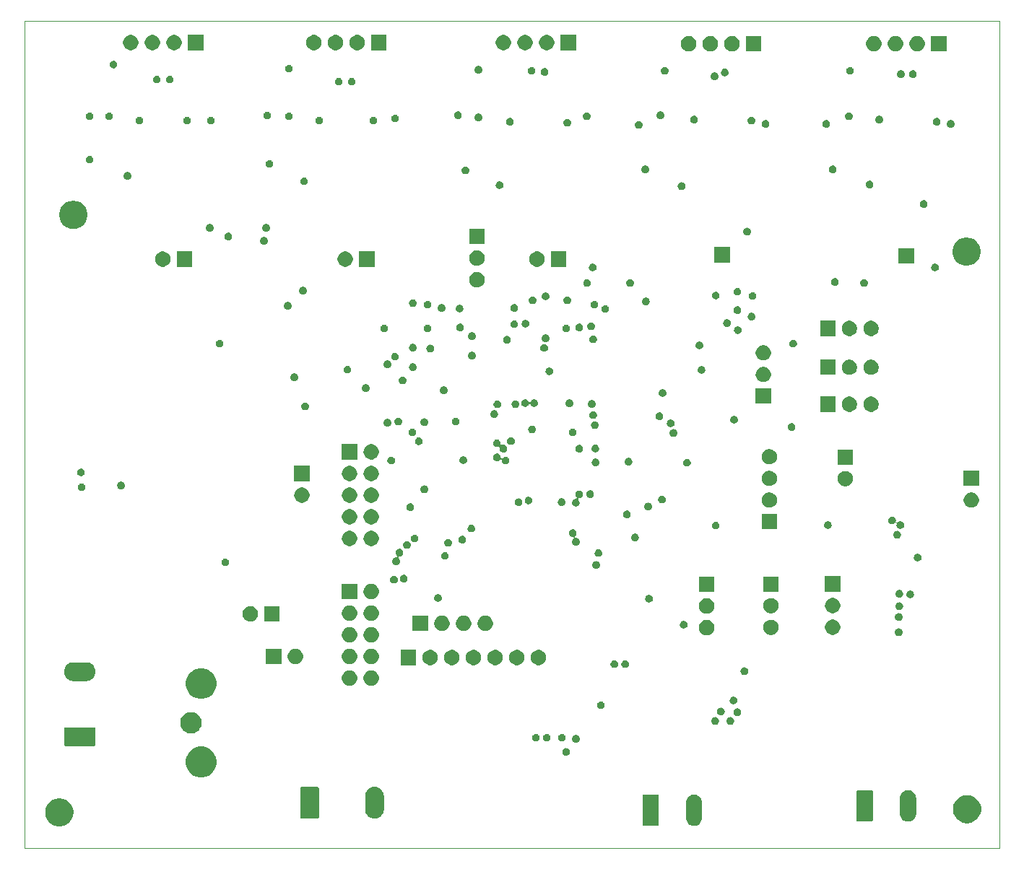
<source format=gbr>
G04 #@! TF.GenerationSoftware,KiCad,Pcbnew,(5.1.5)-3*
G04 #@! TF.CreationDate,2020-08-30T19:13:57+02:00*
G04 #@! TF.ProjectId,controller,636f6e74-726f-46c6-9c65-722e6b696361,rev?*
G04 #@! TF.SameCoordinates,Original*
G04 #@! TF.FileFunction,Soldermask,Bot*
G04 #@! TF.FilePolarity,Negative*
%FSLAX46Y46*%
G04 Gerber Fmt 4.6, Leading zero omitted, Abs format (unit mm)*
G04 Created by KiCad (PCBNEW (5.1.5)-3) date 2020-08-30 19:13:57*
%MOMM*%
%LPD*%
G04 APERTURE LIST*
%ADD10C,0.050000*%
%ADD11C,0.100000*%
G04 APERTURE END LIST*
D10*
X134620000Y-17272000D02*
X134620000Y-114300000D01*
X20320000Y-114300000D02*
X134620000Y-114300000D01*
X20320000Y-17272000D02*
X20320000Y-114300000D01*
X134620000Y-17272000D02*
X20320000Y-17272000D01*
D11*
G36*
X24759256Y-108500298D02*
G01*
X24865579Y-108521447D01*
X25166042Y-108645903D01*
X25436451Y-108826585D01*
X25666415Y-109056549D01*
X25793284Y-109246422D01*
X25847098Y-109326960D01*
X25971553Y-109627422D01*
X26035000Y-109946389D01*
X26035000Y-110271611D01*
X26023258Y-110330641D01*
X25971553Y-110590579D01*
X25847097Y-110891042D01*
X25666415Y-111161451D01*
X25436451Y-111391415D01*
X25166042Y-111572097D01*
X24865579Y-111696553D01*
X24794955Y-111710601D01*
X24546611Y-111760000D01*
X24221389Y-111760000D01*
X23973045Y-111710601D01*
X23902421Y-111696553D01*
X23601958Y-111572097D01*
X23331549Y-111391415D01*
X23101585Y-111161451D01*
X22920903Y-110891042D01*
X22796447Y-110590579D01*
X22744742Y-110330641D01*
X22733000Y-110271611D01*
X22733000Y-109946389D01*
X22796447Y-109627422D01*
X22920902Y-109326960D01*
X22974716Y-109246422D01*
X23101585Y-109056549D01*
X23331549Y-108826585D01*
X23601958Y-108645903D01*
X23902421Y-108521447D01*
X24008744Y-108500298D01*
X24221389Y-108458000D01*
X24546611Y-108458000D01*
X24759256Y-108500298D01*
G37*
G36*
X98992424Y-108017760D02*
G01*
X98992427Y-108017761D01*
X98992428Y-108017761D01*
X99171692Y-108072140D01*
X99171695Y-108072142D01*
X99171696Y-108072142D01*
X99336903Y-108160446D01*
X99481712Y-108279288D01*
X99600554Y-108424097D01*
X99618675Y-108458000D01*
X99688860Y-108589307D01*
X99743239Y-108768571D01*
X99743240Y-108768575D01*
X99757000Y-108908282D01*
X99757000Y-110801718D01*
X99743240Y-110941425D01*
X99743239Y-110941428D01*
X99743239Y-110941429D01*
X99688860Y-111120693D01*
X99688858Y-111120696D01*
X99688858Y-111120697D01*
X99600554Y-111285903D01*
X99481712Y-111430712D01*
X99336903Y-111549554D01*
X99189425Y-111628382D01*
X99171693Y-111637860D01*
X98992429Y-111692239D01*
X98992428Y-111692239D01*
X98992425Y-111692240D01*
X98806000Y-111710601D01*
X98619576Y-111692240D01*
X98619573Y-111692239D01*
X98619572Y-111692239D01*
X98440308Y-111637860D01*
X98422576Y-111628382D01*
X98275098Y-111549554D01*
X98130289Y-111430712D01*
X98011447Y-111285903D01*
X97923143Y-111120697D01*
X97923143Y-111120696D01*
X97923141Y-111120693D01*
X97868762Y-110941429D01*
X97868762Y-110941428D01*
X97868761Y-110941425D01*
X97855000Y-110801717D01*
X97855000Y-108908283D01*
X97868760Y-108768576D01*
X97868761Y-108768572D01*
X97923140Y-108589308D01*
X97999961Y-108445585D01*
X98011446Y-108424097D01*
X98130288Y-108279288D01*
X98275097Y-108160446D01*
X98440303Y-108072142D01*
X98440304Y-108072142D01*
X98440307Y-108072140D01*
X98619571Y-108017761D01*
X98619572Y-108017761D01*
X98619575Y-108017760D01*
X98806000Y-107999399D01*
X98992424Y-108017760D01*
G37*
G36*
X94536915Y-108007934D02*
G01*
X94569424Y-108017795D01*
X94599382Y-108033809D01*
X94625641Y-108055359D01*
X94647191Y-108081618D01*
X94663205Y-108111576D01*
X94673066Y-108144085D01*
X94677000Y-108184029D01*
X94677000Y-111525971D01*
X94673066Y-111565915D01*
X94663205Y-111598424D01*
X94647191Y-111628382D01*
X94625641Y-111654641D01*
X94599382Y-111676191D01*
X94569424Y-111692205D01*
X94536915Y-111702066D01*
X94496971Y-111706000D01*
X92955029Y-111706000D01*
X92915085Y-111702066D01*
X92882576Y-111692205D01*
X92852618Y-111676191D01*
X92826359Y-111654641D01*
X92804809Y-111628382D01*
X92788795Y-111598424D01*
X92778934Y-111565915D01*
X92775000Y-111525971D01*
X92775000Y-108184029D01*
X92778934Y-108144085D01*
X92788795Y-108111576D01*
X92804809Y-108081618D01*
X92826359Y-108055359D01*
X92852618Y-108033809D01*
X92882576Y-108017795D01*
X92915085Y-108007934D01*
X92955029Y-108004000D01*
X94496971Y-108004000D01*
X94536915Y-108007934D01*
G37*
G36*
X131146435Y-108111576D02*
G01*
X131291579Y-108140447D01*
X131396795Y-108184029D01*
X131581594Y-108260575D01*
X131592042Y-108264903D01*
X131862451Y-108445585D01*
X132092415Y-108675549D01*
X132247923Y-108908283D01*
X132273098Y-108945960D01*
X132397553Y-109246422D01*
X132461000Y-109565389D01*
X132461000Y-109890611D01*
X132397553Y-110209578D01*
X132277965Y-110498291D01*
X132273097Y-110510042D01*
X132092415Y-110780451D01*
X131862451Y-111010415D01*
X131592042Y-111191097D01*
X131592041Y-111191098D01*
X131592040Y-111191098D01*
X131575377Y-111198000D01*
X131291579Y-111315553D01*
X131185256Y-111336702D01*
X130972611Y-111379000D01*
X130647389Y-111379000D01*
X130434744Y-111336702D01*
X130328421Y-111315553D01*
X130044623Y-111198000D01*
X130027960Y-111191098D01*
X130027959Y-111191098D01*
X130027958Y-111191097D01*
X129757549Y-111010415D01*
X129527585Y-110780451D01*
X129346903Y-110510042D01*
X129342036Y-110498291D01*
X129222447Y-110209578D01*
X129159000Y-109890611D01*
X129159000Y-109565389D01*
X129222447Y-109246422D01*
X129346902Y-108945960D01*
X129372077Y-108908283D01*
X129527585Y-108675549D01*
X129757549Y-108445585D01*
X130027958Y-108264903D01*
X130038407Y-108260575D01*
X130223205Y-108184029D01*
X130328421Y-108140447D01*
X130473565Y-108111576D01*
X130647389Y-108077000D01*
X130972611Y-108077000D01*
X131146435Y-108111576D01*
G37*
G36*
X124074924Y-107509760D02*
G01*
X124074927Y-107509761D01*
X124074928Y-107509761D01*
X124254192Y-107564140D01*
X124254195Y-107564142D01*
X124254196Y-107564142D01*
X124419403Y-107652446D01*
X124564212Y-107771288D01*
X124683054Y-107916097D01*
X124766460Y-108072140D01*
X124771360Y-108081307D01*
X124825739Y-108260571D01*
X124825740Y-108260575D01*
X124839500Y-108400282D01*
X124839500Y-110293718D01*
X124825740Y-110433425D01*
X124825739Y-110433428D01*
X124825739Y-110433429D01*
X124771360Y-110612693D01*
X124771358Y-110612696D01*
X124771358Y-110612697D01*
X124683054Y-110777903D01*
X124564212Y-110922712D01*
X124419403Y-111041554D01*
X124271336Y-111120697D01*
X124254193Y-111129860D01*
X124074929Y-111184239D01*
X124074928Y-111184239D01*
X124074925Y-111184240D01*
X123888500Y-111202601D01*
X123702076Y-111184240D01*
X123702073Y-111184239D01*
X123702072Y-111184239D01*
X123522808Y-111129860D01*
X123505665Y-111120697D01*
X123357598Y-111041554D01*
X123212789Y-110922712D01*
X123093947Y-110777903D01*
X123005643Y-110612697D01*
X123005643Y-110612696D01*
X123005641Y-110612693D01*
X122951262Y-110433429D01*
X122951262Y-110433428D01*
X122951261Y-110433425D01*
X122937500Y-110293717D01*
X122937500Y-108400283D01*
X122951260Y-108260576D01*
X122951261Y-108260572D01*
X123005640Y-108081308D01*
X123019510Y-108055359D01*
X123093946Y-107916097D01*
X123212788Y-107771288D01*
X123357597Y-107652446D01*
X123522803Y-107564142D01*
X123522804Y-107564142D01*
X123522807Y-107564140D01*
X123702071Y-107509761D01*
X123702072Y-107509761D01*
X123702075Y-107509760D01*
X123888500Y-107491399D01*
X124074924Y-107509760D01*
G37*
G36*
X119619415Y-107499934D02*
G01*
X119651924Y-107509795D01*
X119681882Y-107525809D01*
X119708141Y-107547359D01*
X119729691Y-107573618D01*
X119745705Y-107603576D01*
X119755566Y-107636085D01*
X119759500Y-107676029D01*
X119759500Y-111017971D01*
X119755566Y-111057915D01*
X119745705Y-111090424D01*
X119729691Y-111120382D01*
X119708141Y-111146641D01*
X119681882Y-111168191D01*
X119651924Y-111184205D01*
X119619415Y-111194066D01*
X119579471Y-111198000D01*
X118037529Y-111198000D01*
X117997585Y-111194066D01*
X117965076Y-111184205D01*
X117935118Y-111168191D01*
X117908859Y-111146641D01*
X117887309Y-111120382D01*
X117871295Y-111090424D01*
X117861434Y-111057915D01*
X117857500Y-111017971D01*
X117857500Y-107676029D01*
X117861434Y-107636085D01*
X117871295Y-107603576D01*
X117887309Y-107573618D01*
X117908859Y-107547359D01*
X117935118Y-107525809D01*
X117965076Y-107509795D01*
X117997585Y-107499934D01*
X118037529Y-107496000D01*
X119579471Y-107496000D01*
X119619415Y-107499934D01*
G37*
G36*
X61556831Y-107130930D02*
G01*
X61764375Y-107193888D01*
X61919538Y-107276825D01*
X61955642Y-107296123D01*
X61992048Y-107326001D01*
X62123292Y-107433708D01*
X62260878Y-107601359D01*
X62363112Y-107792624D01*
X62426070Y-108000168D01*
X62442000Y-108161911D01*
X62442000Y-109770089D01*
X62426070Y-109931832D01*
X62363112Y-110139376D01*
X62260878Y-110330641D01*
X62123292Y-110498292D01*
X61955641Y-110635878D01*
X61764376Y-110738112D01*
X61556832Y-110801070D01*
X61341000Y-110822327D01*
X61125169Y-110801070D01*
X60917625Y-110738112D01*
X60726360Y-110635878D01*
X60558709Y-110498292D01*
X60421123Y-110330641D01*
X60318887Y-110139373D01*
X60255930Y-109931835D01*
X60240000Y-109770089D01*
X60240000Y-108161912D01*
X60255930Y-108000169D01*
X60318888Y-107792625D01*
X60414685Y-107613403D01*
X60421123Y-107601358D01*
X60483124Y-107525809D01*
X60558708Y-107433708D01*
X60726359Y-107296122D01*
X60917624Y-107193888D01*
X61125168Y-107130930D01*
X61341000Y-107109673D01*
X61556831Y-107130930D01*
G37*
G36*
X54687536Y-107118800D02*
G01*
X54718738Y-107128265D01*
X54747486Y-107143631D01*
X54772687Y-107164313D01*
X54793369Y-107189514D01*
X54808735Y-107218262D01*
X54818200Y-107249464D01*
X54822000Y-107288046D01*
X54822000Y-110643954D01*
X54818200Y-110682536D01*
X54808735Y-110713738D01*
X54793369Y-110742486D01*
X54772687Y-110767687D01*
X54747486Y-110788369D01*
X54718738Y-110803735D01*
X54687536Y-110813200D01*
X54648954Y-110817000D01*
X52793046Y-110817000D01*
X52754464Y-110813200D01*
X52723262Y-110803735D01*
X52694514Y-110788369D01*
X52669313Y-110767687D01*
X52648631Y-110742486D01*
X52633265Y-110713738D01*
X52623800Y-110682536D01*
X52620000Y-110643954D01*
X52620000Y-107288046D01*
X52623800Y-107249464D01*
X52633265Y-107218262D01*
X52648631Y-107189514D01*
X52669313Y-107164313D01*
X52694514Y-107143631D01*
X52723262Y-107128265D01*
X52754464Y-107118800D01*
X52793046Y-107115000D01*
X54648954Y-107115000D01*
X54687536Y-107118800D01*
G37*
G36*
X41546331Y-102464211D02*
G01*
X41874092Y-102599974D01*
X42169070Y-102797072D01*
X42419928Y-103047930D01*
X42617026Y-103342908D01*
X42752789Y-103670669D01*
X42822000Y-104018616D01*
X42822000Y-104373384D01*
X42752789Y-104721331D01*
X42617026Y-105049092D01*
X42419928Y-105344070D01*
X42169070Y-105594928D01*
X41874092Y-105792026D01*
X41546331Y-105927789D01*
X41198384Y-105997000D01*
X40843616Y-105997000D01*
X40495669Y-105927789D01*
X40167908Y-105792026D01*
X39872930Y-105594928D01*
X39622072Y-105344070D01*
X39424974Y-105049092D01*
X39289211Y-104721331D01*
X39220000Y-104373384D01*
X39220000Y-104018616D01*
X39289211Y-103670669D01*
X39424974Y-103342908D01*
X39622072Y-103047930D01*
X39872930Y-102797072D01*
X40167908Y-102599974D01*
X40495669Y-102464211D01*
X40843616Y-102395000D01*
X41198384Y-102395000D01*
X41546331Y-102464211D01*
G37*
G36*
X83934903Y-102579980D02*
G01*
X84016978Y-102613977D01*
X84016980Y-102613978D01*
X84054164Y-102638824D01*
X84090846Y-102663334D01*
X84153666Y-102726154D01*
X84203023Y-102800022D01*
X84237020Y-102882097D01*
X84254351Y-102969228D01*
X84254351Y-103058070D01*
X84237020Y-103145201D01*
X84203023Y-103227276D01*
X84203022Y-103227278D01*
X84153665Y-103301145D01*
X84090847Y-103363963D01*
X84016980Y-103413320D01*
X84016979Y-103413321D01*
X84016978Y-103413321D01*
X83934903Y-103447318D01*
X83847772Y-103464649D01*
X83758930Y-103464649D01*
X83671799Y-103447318D01*
X83589724Y-103413321D01*
X83589723Y-103413321D01*
X83589722Y-103413320D01*
X83515855Y-103363963D01*
X83453037Y-103301145D01*
X83403680Y-103227278D01*
X83403679Y-103227276D01*
X83369682Y-103145201D01*
X83352351Y-103058070D01*
X83352351Y-102969228D01*
X83369682Y-102882097D01*
X83403679Y-102800022D01*
X83453036Y-102726154D01*
X83515856Y-102663334D01*
X83552538Y-102638824D01*
X83589722Y-102613978D01*
X83589724Y-102613977D01*
X83671799Y-102579980D01*
X83758930Y-102562649D01*
X83847772Y-102562649D01*
X83934903Y-102579980D01*
G37*
G36*
X28513536Y-100121800D02*
G01*
X28544738Y-100131265D01*
X28573486Y-100146631D01*
X28598687Y-100167313D01*
X28619369Y-100192514D01*
X28634735Y-100221262D01*
X28644200Y-100252464D01*
X28648000Y-100291046D01*
X28648000Y-102146954D01*
X28644200Y-102185536D01*
X28634735Y-102216738D01*
X28619369Y-102245486D01*
X28598687Y-102270687D01*
X28573486Y-102291369D01*
X28544738Y-102306735D01*
X28513536Y-102316200D01*
X28474954Y-102320000D01*
X25119046Y-102320000D01*
X25080464Y-102316200D01*
X25049262Y-102306735D01*
X25020514Y-102291369D01*
X24995313Y-102270687D01*
X24974631Y-102245486D01*
X24959265Y-102216738D01*
X24949800Y-102185536D01*
X24946000Y-102146954D01*
X24946000Y-100291046D01*
X24949800Y-100252464D01*
X24959265Y-100221262D01*
X24974631Y-100192514D01*
X24995313Y-100167313D01*
X25020514Y-100146631D01*
X25049262Y-100131265D01*
X25080464Y-100121800D01*
X25119046Y-100118000D01*
X28474954Y-100118000D01*
X28513536Y-100121800D01*
G37*
G36*
X85094552Y-101039331D02*
G01*
X85176627Y-101073328D01*
X85176629Y-101073329D01*
X85213813Y-101098175D01*
X85250495Y-101122685D01*
X85313315Y-101185505D01*
X85362672Y-101259373D01*
X85396669Y-101341448D01*
X85414000Y-101428579D01*
X85414000Y-101517421D01*
X85396669Y-101604552D01*
X85362672Y-101686627D01*
X85362671Y-101686629D01*
X85313314Y-101760496D01*
X85250496Y-101823314D01*
X85176629Y-101872671D01*
X85176628Y-101872672D01*
X85176627Y-101872672D01*
X85094552Y-101906669D01*
X85007421Y-101924000D01*
X84918579Y-101924000D01*
X84831448Y-101906669D01*
X84749373Y-101872672D01*
X84749372Y-101872672D01*
X84749371Y-101872671D01*
X84675504Y-101823314D01*
X84612686Y-101760496D01*
X84563329Y-101686629D01*
X84563328Y-101686627D01*
X84529331Y-101604552D01*
X84512000Y-101517421D01*
X84512000Y-101428579D01*
X84529331Y-101341448D01*
X84563328Y-101259373D01*
X84612685Y-101185505D01*
X84675505Y-101122685D01*
X84712187Y-101098175D01*
X84749371Y-101073329D01*
X84749373Y-101073328D01*
X84831448Y-101039331D01*
X84918579Y-101022000D01*
X85007421Y-101022000D01*
X85094552Y-101039331D01*
G37*
G36*
X81665552Y-100912331D02*
G01*
X81747627Y-100946328D01*
X81747629Y-100946329D01*
X81821496Y-100995686D01*
X81884314Y-101058504D01*
X81927200Y-101122686D01*
X81933672Y-101132373D01*
X81967669Y-101214448D01*
X81985000Y-101301579D01*
X81985000Y-101390421D01*
X81967669Y-101477552D01*
X81933672Y-101559627D01*
X81933671Y-101559629D01*
X81884314Y-101633496D01*
X81821496Y-101696314D01*
X81747629Y-101745671D01*
X81747628Y-101745672D01*
X81747627Y-101745672D01*
X81665552Y-101779669D01*
X81578421Y-101797000D01*
X81489579Y-101797000D01*
X81402448Y-101779669D01*
X81320373Y-101745672D01*
X81320372Y-101745672D01*
X81320371Y-101745671D01*
X81246504Y-101696314D01*
X81183686Y-101633496D01*
X81134329Y-101559629D01*
X81134328Y-101559627D01*
X81100331Y-101477552D01*
X81083000Y-101390421D01*
X81083000Y-101301579D01*
X81100331Y-101214448D01*
X81134328Y-101132373D01*
X81140801Y-101122686D01*
X81183686Y-101058504D01*
X81246504Y-100995686D01*
X81320371Y-100946329D01*
X81320373Y-100946328D01*
X81402448Y-100912331D01*
X81489579Y-100895000D01*
X81578421Y-100895000D01*
X81665552Y-100912331D01*
G37*
G36*
X83443552Y-100912331D02*
G01*
X83525627Y-100946328D01*
X83525629Y-100946329D01*
X83599496Y-100995686D01*
X83662314Y-101058504D01*
X83705200Y-101122686D01*
X83711672Y-101132373D01*
X83745669Y-101214448D01*
X83763000Y-101301579D01*
X83763000Y-101390421D01*
X83745669Y-101477552D01*
X83711672Y-101559627D01*
X83711671Y-101559629D01*
X83662314Y-101633496D01*
X83599496Y-101696314D01*
X83525629Y-101745671D01*
X83525628Y-101745672D01*
X83525627Y-101745672D01*
X83443552Y-101779669D01*
X83356421Y-101797000D01*
X83267579Y-101797000D01*
X83180448Y-101779669D01*
X83098373Y-101745672D01*
X83098372Y-101745672D01*
X83098371Y-101745671D01*
X83024504Y-101696314D01*
X82961686Y-101633496D01*
X82912329Y-101559629D01*
X82912328Y-101559627D01*
X82878331Y-101477552D01*
X82861000Y-101390421D01*
X82861000Y-101301579D01*
X82878331Y-101214448D01*
X82912328Y-101132373D01*
X82918801Y-101122686D01*
X82961686Y-101058504D01*
X83024504Y-100995686D01*
X83098371Y-100946329D01*
X83098373Y-100946328D01*
X83180448Y-100912331D01*
X83267579Y-100895000D01*
X83356421Y-100895000D01*
X83443552Y-100912331D01*
G37*
G36*
X80395552Y-100912331D02*
G01*
X80477627Y-100946328D01*
X80477629Y-100946329D01*
X80551496Y-100995686D01*
X80614314Y-101058504D01*
X80657200Y-101122686D01*
X80663672Y-101132373D01*
X80697669Y-101214448D01*
X80715000Y-101301579D01*
X80715000Y-101390421D01*
X80697669Y-101477552D01*
X80663672Y-101559627D01*
X80663671Y-101559629D01*
X80614314Y-101633496D01*
X80551496Y-101696314D01*
X80477629Y-101745671D01*
X80477628Y-101745672D01*
X80477627Y-101745672D01*
X80395552Y-101779669D01*
X80308421Y-101797000D01*
X80219579Y-101797000D01*
X80132448Y-101779669D01*
X80050373Y-101745672D01*
X80050372Y-101745672D01*
X80050371Y-101745671D01*
X79976504Y-101696314D01*
X79913686Y-101633496D01*
X79864329Y-101559629D01*
X79864328Y-101559627D01*
X79830331Y-101477552D01*
X79813000Y-101390421D01*
X79813000Y-101301579D01*
X79830331Y-101214448D01*
X79864328Y-101132373D01*
X79870801Y-101122686D01*
X79913686Y-101058504D01*
X79976504Y-100995686D01*
X80050371Y-100946329D01*
X80050373Y-100946328D01*
X80132448Y-100912331D01*
X80219579Y-100895000D01*
X80308421Y-100895000D01*
X80395552Y-100912331D01*
G37*
G36*
X40185903Y-98393075D02*
G01*
X40413571Y-98487378D01*
X40618466Y-98624285D01*
X40792715Y-98798534D01*
X40929622Y-99003429D01*
X40929623Y-99003431D01*
X41023925Y-99231097D01*
X41072000Y-99472786D01*
X41072000Y-99719214D01*
X41023925Y-99960903D01*
X40957280Y-100121800D01*
X40929622Y-100188571D01*
X40792715Y-100393466D01*
X40618466Y-100567715D01*
X40413571Y-100704622D01*
X40413570Y-100704623D01*
X40413569Y-100704623D01*
X40185903Y-100798925D01*
X39944214Y-100847000D01*
X39697786Y-100847000D01*
X39456097Y-100798925D01*
X39228431Y-100704623D01*
X39228430Y-100704623D01*
X39228429Y-100704622D01*
X39023534Y-100567715D01*
X38849285Y-100393466D01*
X38712378Y-100188571D01*
X38684721Y-100121800D01*
X38618075Y-99960903D01*
X38570000Y-99719214D01*
X38570000Y-99472786D01*
X38618075Y-99231097D01*
X38712377Y-99003431D01*
X38712378Y-99003429D01*
X38849285Y-98798534D01*
X39023534Y-98624285D01*
X39228429Y-98487378D01*
X39456097Y-98393075D01*
X39697786Y-98345000D01*
X39944214Y-98345000D01*
X40185903Y-98393075D01*
G37*
G36*
X101414052Y-98943831D02*
G01*
X101496127Y-98977828D01*
X101496129Y-98977829D01*
X101533313Y-99002675D01*
X101569995Y-99027185D01*
X101632815Y-99090005D01*
X101682172Y-99163873D01*
X101716169Y-99245948D01*
X101733500Y-99333079D01*
X101733500Y-99421921D01*
X101716169Y-99509052D01*
X101682172Y-99591127D01*
X101682171Y-99591129D01*
X101632814Y-99664996D01*
X101569996Y-99727814D01*
X101496129Y-99777171D01*
X101496128Y-99777172D01*
X101496127Y-99777172D01*
X101414052Y-99811169D01*
X101326921Y-99828500D01*
X101238079Y-99828500D01*
X101150948Y-99811169D01*
X101068873Y-99777172D01*
X101068872Y-99777172D01*
X101068871Y-99777171D01*
X100995004Y-99727814D01*
X100932186Y-99664996D01*
X100882829Y-99591129D01*
X100882828Y-99591127D01*
X100848831Y-99509052D01*
X100831500Y-99421921D01*
X100831500Y-99333079D01*
X100848831Y-99245948D01*
X100882828Y-99163873D01*
X100932185Y-99090005D01*
X100995005Y-99027185D01*
X101031687Y-99002675D01*
X101068871Y-98977829D01*
X101068873Y-98977828D01*
X101150948Y-98943831D01*
X101238079Y-98926500D01*
X101326921Y-98926500D01*
X101414052Y-98943831D01*
G37*
G36*
X103192052Y-98943831D02*
G01*
X103274127Y-98977828D01*
X103274129Y-98977829D01*
X103311313Y-99002675D01*
X103347995Y-99027185D01*
X103410815Y-99090005D01*
X103460172Y-99163873D01*
X103494169Y-99245948D01*
X103511500Y-99333079D01*
X103511500Y-99421921D01*
X103494169Y-99509052D01*
X103460172Y-99591127D01*
X103460171Y-99591129D01*
X103410814Y-99664996D01*
X103347996Y-99727814D01*
X103274129Y-99777171D01*
X103274128Y-99777172D01*
X103274127Y-99777172D01*
X103192052Y-99811169D01*
X103104921Y-99828500D01*
X103016079Y-99828500D01*
X102928948Y-99811169D01*
X102846873Y-99777172D01*
X102846872Y-99777172D01*
X102846871Y-99777171D01*
X102773004Y-99727814D01*
X102710186Y-99664996D01*
X102660829Y-99591129D01*
X102660828Y-99591127D01*
X102626831Y-99509052D01*
X102609500Y-99421921D01*
X102609500Y-99333079D01*
X102626831Y-99245948D01*
X102660828Y-99163873D01*
X102710185Y-99090005D01*
X102773005Y-99027185D01*
X102809687Y-99002675D01*
X102846871Y-98977829D01*
X102846873Y-98977828D01*
X102928948Y-98943831D01*
X103016079Y-98926500D01*
X103104921Y-98926500D01*
X103192052Y-98943831D01*
G37*
G36*
X104014052Y-97931331D02*
G01*
X104096127Y-97965328D01*
X104096129Y-97965329D01*
X104133313Y-97990175D01*
X104169995Y-98014685D01*
X104232815Y-98077505D01*
X104282172Y-98151373D01*
X104316169Y-98233448D01*
X104333500Y-98320579D01*
X104333500Y-98409421D01*
X104316169Y-98496552D01*
X104292478Y-98553746D01*
X104282171Y-98578629D01*
X104232814Y-98652496D01*
X104169996Y-98715314D01*
X104096129Y-98764671D01*
X104096128Y-98764672D01*
X104096127Y-98764672D01*
X104014052Y-98798669D01*
X103926921Y-98816000D01*
X103838079Y-98816000D01*
X103750948Y-98798669D01*
X103668873Y-98764672D01*
X103668872Y-98764672D01*
X103668871Y-98764671D01*
X103595004Y-98715314D01*
X103532186Y-98652496D01*
X103482829Y-98578629D01*
X103472522Y-98553746D01*
X103448831Y-98496552D01*
X103431500Y-98409421D01*
X103431500Y-98320579D01*
X103448831Y-98233448D01*
X103482828Y-98151373D01*
X103532185Y-98077505D01*
X103595005Y-98014685D01*
X103631687Y-97990175D01*
X103668871Y-97965329D01*
X103668873Y-97965328D01*
X103750948Y-97931331D01*
X103838079Y-97914000D01*
X103926921Y-97914000D01*
X104014052Y-97931331D01*
G37*
G36*
X102080802Y-97832581D02*
G01*
X102162877Y-97866578D01*
X102162879Y-97866579D01*
X102192414Y-97886314D01*
X102236745Y-97915935D01*
X102299565Y-97978755D01*
X102348922Y-98052623D01*
X102382919Y-98134698D01*
X102400250Y-98221829D01*
X102400250Y-98310671D01*
X102382919Y-98397802D01*
X102348922Y-98479877D01*
X102299565Y-98553745D01*
X102236745Y-98616565D01*
X102225191Y-98624285D01*
X102162879Y-98665921D01*
X102162878Y-98665922D01*
X102162877Y-98665922D01*
X102080802Y-98699919D01*
X101993671Y-98717250D01*
X101904829Y-98717250D01*
X101817698Y-98699919D01*
X101735623Y-98665922D01*
X101735622Y-98665922D01*
X101735621Y-98665921D01*
X101673309Y-98624285D01*
X101661755Y-98616565D01*
X101598935Y-98553745D01*
X101549578Y-98479877D01*
X101515581Y-98397802D01*
X101498250Y-98310671D01*
X101498250Y-98221829D01*
X101515581Y-98134698D01*
X101549578Y-98052623D01*
X101598935Y-97978755D01*
X101661755Y-97915935D01*
X101706086Y-97886314D01*
X101735621Y-97866579D01*
X101735623Y-97866578D01*
X101817698Y-97832581D01*
X101904829Y-97815250D01*
X101993671Y-97815250D01*
X102080802Y-97832581D01*
G37*
G36*
X88015552Y-97102331D02*
G01*
X88097627Y-97136328D01*
X88097629Y-97136329D01*
X88134813Y-97161175D01*
X88171495Y-97185685D01*
X88234315Y-97248505D01*
X88258825Y-97285187D01*
X88278622Y-97314814D01*
X88283672Y-97322373D01*
X88317669Y-97404448D01*
X88335000Y-97491579D01*
X88335000Y-97580421D01*
X88317669Y-97667552D01*
X88283672Y-97749627D01*
X88283671Y-97749629D01*
X88234314Y-97823496D01*
X88171496Y-97886314D01*
X88097629Y-97935671D01*
X88097628Y-97935672D01*
X88097627Y-97935672D01*
X88015552Y-97969669D01*
X87928421Y-97987000D01*
X87839579Y-97987000D01*
X87752448Y-97969669D01*
X87670373Y-97935672D01*
X87670372Y-97935672D01*
X87670371Y-97935671D01*
X87596504Y-97886314D01*
X87533686Y-97823496D01*
X87484329Y-97749629D01*
X87484328Y-97749627D01*
X87450331Y-97667552D01*
X87433000Y-97580421D01*
X87433000Y-97491579D01*
X87450331Y-97404448D01*
X87484328Y-97322373D01*
X87489379Y-97314814D01*
X87509175Y-97285187D01*
X87533685Y-97248505D01*
X87596505Y-97185685D01*
X87633187Y-97161175D01*
X87670371Y-97136329D01*
X87670373Y-97136328D01*
X87752448Y-97102331D01*
X87839579Y-97085000D01*
X87928421Y-97085000D01*
X88015552Y-97102331D01*
G37*
G36*
X103573052Y-96530831D02*
G01*
X103655127Y-96564828D01*
X103655129Y-96564829D01*
X103692313Y-96589675D01*
X103728995Y-96614185D01*
X103791815Y-96677005D01*
X103841172Y-96750873D01*
X103875169Y-96832948D01*
X103892500Y-96920079D01*
X103892500Y-97008921D01*
X103875169Y-97096052D01*
X103841172Y-97178127D01*
X103841171Y-97178129D01*
X103816325Y-97215313D01*
X103791815Y-97251995D01*
X103728995Y-97314815D01*
X103692313Y-97339325D01*
X103655129Y-97364171D01*
X103655128Y-97364172D01*
X103655127Y-97364172D01*
X103573052Y-97398169D01*
X103485921Y-97415500D01*
X103397079Y-97415500D01*
X103309948Y-97398169D01*
X103227873Y-97364172D01*
X103227872Y-97364172D01*
X103227871Y-97364171D01*
X103190687Y-97339325D01*
X103154005Y-97314815D01*
X103091185Y-97251995D01*
X103066675Y-97215313D01*
X103041829Y-97178129D01*
X103041828Y-97178127D01*
X103007831Y-97096052D01*
X102990500Y-97008921D01*
X102990500Y-96920079D01*
X103007831Y-96832948D01*
X103041828Y-96750873D01*
X103091185Y-96677005D01*
X103154005Y-96614185D01*
X103190687Y-96589675D01*
X103227871Y-96564829D01*
X103227873Y-96564828D01*
X103309948Y-96530831D01*
X103397079Y-96513500D01*
X103485921Y-96513500D01*
X103573052Y-96530831D01*
G37*
G36*
X41546331Y-93264211D02*
G01*
X41874092Y-93399974D01*
X42169070Y-93597072D01*
X42419928Y-93847930D01*
X42617026Y-94142908D01*
X42752789Y-94470669D01*
X42822000Y-94818616D01*
X42822000Y-95173384D01*
X42752789Y-95521331D01*
X42617026Y-95849092D01*
X42419928Y-96144070D01*
X42169070Y-96394928D01*
X41874092Y-96592026D01*
X41546331Y-96727789D01*
X41198384Y-96797000D01*
X40843616Y-96797000D01*
X40495669Y-96727789D01*
X40167908Y-96592026D01*
X39872930Y-96394928D01*
X39622072Y-96144070D01*
X39424974Y-95849092D01*
X39289211Y-95521331D01*
X39220000Y-95173384D01*
X39220000Y-94818616D01*
X39289211Y-94470669D01*
X39424974Y-94142908D01*
X39622072Y-93847930D01*
X39872930Y-93597072D01*
X40167908Y-93399974D01*
X40495669Y-93264211D01*
X40843616Y-93195000D01*
X41198384Y-93195000D01*
X41546331Y-93264211D01*
G37*
G36*
X58533512Y-93464927D02*
G01*
X58682812Y-93494624D01*
X58846784Y-93562544D01*
X58994354Y-93661147D01*
X59119853Y-93786646D01*
X59218456Y-93934216D01*
X59286376Y-94098188D01*
X59321000Y-94272259D01*
X59321000Y-94449741D01*
X59286376Y-94623812D01*
X59218456Y-94787784D01*
X59119853Y-94935354D01*
X58994354Y-95060853D01*
X58846784Y-95159456D01*
X58682812Y-95227376D01*
X58533512Y-95257073D01*
X58508742Y-95262000D01*
X58331258Y-95262000D01*
X58306488Y-95257073D01*
X58157188Y-95227376D01*
X57993216Y-95159456D01*
X57845646Y-95060853D01*
X57720147Y-94935354D01*
X57621544Y-94787784D01*
X57553624Y-94623812D01*
X57519000Y-94449741D01*
X57519000Y-94272259D01*
X57553624Y-94098188D01*
X57621544Y-93934216D01*
X57720147Y-93786646D01*
X57845646Y-93661147D01*
X57993216Y-93562544D01*
X58157188Y-93494624D01*
X58306488Y-93464927D01*
X58331258Y-93460000D01*
X58508742Y-93460000D01*
X58533512Y-93464927D01*
G37*
G36*
X61073512Y-93464927D02*
G01*
X61222812Y-93494624D01*
X61386784Y-93562544D01*
X61534354Y-93661147D01*
X61659853Y-93786646D01*
X61758456Y-93934216D01*
X61826376Y-94098188D01*
X61861000Y-94272259D01*
X61861000Y-94449741D01*
X61826376Y-94623812D01*
X61758456Y-94787784D01*
X61659853Y-94935354D01*
X61534354Y-95060853D01*
X61386784Y-95159456D01*
X61222812Y-95227376D01*
X61073512Y-95257073D01*
X61048742Y-95262000D01*
X60871258Y-95262000D01*
X60846488Y-95257073D01*
X60697188Y-95227376D01*
X60533216Y-95159456D01*
X60385646Y-95060853D01*
X60260147Y-94935354D01*
X60161544Y-94787784D01*
X60093624Y-94623812D01*
X60059000Y-94449741D01*
X60059000Y-94272259D01*
X60093624Y-94098188D01*
X60161544Y-93934216D01*
X60260147Y-93786646D01*
X60385646Y-93661147D01*
X60533216Y-93562544D01*
X60697188Y-93494624D01*
X60846488Y-93464927D01*
X60871258Y-93460000D01*
X61048742Y-93460000D01*
X61073512Y-93464927D01*
G37*
G36*
X27762832Y-92513930D02*
G01*
X27970376Y-92576888D01*
X28161641Y-92679122D01*
X28329292Y-92816708D01*
X28466878Y-92984359D01*
X28569112Y-93175624D01*
X28632070Y-93383168D01*
X28653327Y-93599000D01*
X28632070Y-93814832D01*
X28569112Y-94022376D01*
X28466878Y-94213641D01*
X28329292Y-94381292D01*
X28161641Y-94518878D01*
X27970376Y-94621112D01*
X27970373Y-94621113D01*
X27931741Y-94632832D01*
X27762832Y-94684070D01*
X27601089Y-94700000D01*
X25992911Y-94700000D01*
X25831168Y-94684070D01*
X25662259Y-94632832D01*
X25623627Y-94621113D01*
X25623624Y-94621112D01*
X25432359Y-94518878D01*
X25264708Y-94381292D01*
X25127122Y-94213641D01*
X25024888Y-94022376D01*
X24961930Y-93814832D01*
X24940673Y-93599000D01*
X24961930Y-93383168D01*
X25024888Y-93175624D01*
X25127122Y-92984359D01*
X25264708Y-92816708D01*
X25432359Y-92679122D01*
X25623624Y-92576888D01*
X25831168Y-92513930D01*
X25992911Y-92498000D01*
X27601089Y-92498000D01*
X27762832Y-92513930D01*
G37*
G36*
X104843052Y-93101831D02*
G01*
X104925127Y-93135828D01*
X104925129Y-93135829D01*
X104936862Y-93143669D01*
X104998995Y-93185185D01*
X105061815Y-93248005D01*
X105111172Y-93321873D01*
X105145169Y-93403948D01*
X105162500Y-93491079D01*
X105162500Y-93579921D01*
X105145169Y-93667052D01*
X105111172Y-93749127D01*
X105111171Y-93749129D01*
X105061814Y-93822996D01*
X104998996Y-93885814D01*
X104925129Y-93935171D01*
X104925128Y-93935172D01*
X104925127Y-93935172D01*
X104843052Y-93969169D01*
X104755921Y-93986500D01*
X104667079Y-93986500D01*
X104579948Y-93969169D01*
X104497873Y-93935172D01*
X104497872Y-93935172D01*
X104497871Y-93935171D01*
X104424004Y-93885814D01*
X104361186Y-93822996D01*
X104311829Y-93749129D01*
X104311828Y-93749127D01*
X104277831Y-93667052D01*
X104260500Y-93579921D01*
X104260500Y-93491079D01*
X104277831Y-93403948D01*
X104311828Y-93321873D01*
X104361185Y-93248005D01*
X104424005Y-93185185D01*
X104486138Y-93143669D01*
X104497871Y-93135829D01*
X104497873Y-93135828D01*
X104579948Y-93101831D01*
X104667079Y-93084500D01*
X104755921Y-93084500D01*
X104843052Y-93101831D01*
G37*
G36*
X90873052Y-92276331D02*
G01*
X90955127Y-92310328D01*
X90955129Y-92310329D01*
X90992313Y-92335175D01*
X91028995Y-92359685D01*
X91091815Y-92422505D01*
X91141172Y-92496373D01*
X91175169Y-92578448D01*
X91192500Y-92665579D01*
X91192500Y-92754421D01*
X91175169Y-92841552D01*
X91141172Y-92923627D01*
X91141171Y-92923629D01*
X91091814Y-92997496D01*
X91028996Y-93060314D01*
X90955129Y-93109671D01*
X90955128Y-93109672D01*
X90955127Y-93109672D01*
X90873052Y-93143669D01*
X90785921Y-93161000D01*
X90697079Y-93161000D01*
X90609948Y-93143669D01*
X90527873Y-93109672D01*
X90527872Y-93109672D01*
X90527871Y-93109671D01*
X90454004Y-93060314D01*
X90391186Y-92997496D01*
X90341829Y-92923629D01*
X90341828Y-92923627D01*
X90307831Y-92841552D01*
X90290500Y-92754421D01*
X90290500Y-92665579D01*
X90307831Y-92578448D01*
X90341828Y-92496373D01*
X90391185Y-92422505D01*
X90454005Y-92359685D01*
X90490687Y-92335175D01*
X90527871Y-92310329D01*
X90527873Y-92310328D01*
X90609948Y-92276331D01*
X90697079Y-92259000D01*
X90785921Y-92259000D01*
X90873052Y-92276331D01*
G37*
G36*
X89603052Y-92276331D02*
G01*
X89685127Y-92310328D01*
X89685129Y-92310329D01*
X89722313Y-92335175D01*
X89758995Y-92359685D01*
X89821815Y-92422505D01*
X89871172Y-92496373D01*
X89905169Y-92578448D01*
X89922500Y-92665579D01*
X89922500Y-92754421D01*
X89905169Y-92841552D01*
X89871172Y-92923627D01*
X89871171Y-92923629D01*
X89821814Y-92997496D01*
X89758996Y-93060314D01*
X89685129Y-93109671D01*
X89685128Y-93109672D01*
X89685127Y-93109672D01*
X89603052Y-93143669D01*
X89515921Y-93161000D01*
X89427079Y-93161000D01*
X89339948Y-93143669D01*
X89257873Y-93109672D01*
X89257872Y-93109672D01*
X89257871Y-93109671D01*
X89184004Y-93060314D01*
X89121186Y-92997496D01*
X89071829Y-92923629D01*
X89071828Y-92923627D01*
X89037831Y-92841552D01*
X89020500Y-92754421D01*
X89020500Y-92665579D01*
X89037831Y-92578448D01*
X89071828Y-92496373D01*
X89121185Y-92422505D01*
X89184005Y-92359685D01*
X89220687Y-92335175D01*
X89257871Y-92310329D01*
X89257873Y-92310328D01*
X89339948Y-92276331D01*
X89427079Y-92259000D01*
X89515921Y-92259000D01*
X89603052Y-92276331D01*
G37*
G36*
X66229800Y-92849000D02*
G01*
X64427800Y-92849000D01*
X64427800Y-91047000D01*
X66229800Y-91047000D01*
X66229800Y-92849000D01*
G37*
G36*
X67982312Y-91051927D02*
G01*
X68131612Y-91081624D01*
X68295584Y-91149544D01*
X68443154Y-91248147D01*
X68568653Y-91373646D01*
X68667256Y-91521216D01*
X68735176Y-91685188D01*
X68769800Y-91859259D01*
X68769800Y-92036741D01*
X68735176Y-92210812D01*
X68667256Y-92374784D01*
X68568653Y-92522354D01*
X68443154Y-92647853D01*
X68295584Y-92746456D01*
X68131612Y-92814376D01*
X67982312Y-92844073D01*
X67957542Y-92849000D01*
X67780058Y-92849000D01*
X67755288Y-92844073D01*
X67605988Y-92814376D01*
X67442016Y-92746456D01*
X67294446Y-92647853D01*
X67168947Y-92522354D01*
X67070344Y-92374784D01*
X67002424Y-92210812D01*
X66967800Y-92036741D01*
X66967800Y-91859259D01*
X67002424Y-91685188D01*
X67070344Y-91521216D01*
X67168947Y-91373646D01*
X67294446Y-91248147D01*
X67442016Y-91149544D01*
X67605988Y-91081624D01*
X67755288Y-91051927D01*
X67780058Y-91047000D01*
X67957542Y-91047000D01*
X67982312Y-91051927D01*
G37*
G36*
X70522312Y-91051927D02*
G01*
X70671612Y-91081624D01*
X70835584Y-91149544D01*
X70983154Y-91248147D01*
X71108653Y-91373646D01*
X71207256Y-91521216D01*
X71275176Y-91685188D01*
X71309800Y-91859259D01*
X71309800Y-92036741D01*
X71275176Y-92210812D01*
X71207256Y-92374784D01*
X71108653Y-92522354D01*
X70983154Y-92647853D01*
X70835584Y-92746456D01*
X70671612Y-92814376D01*
X70522312Y-92844073D01*
X70497542Y-92849000D01*
X70320058Y-92849000D01*
X70295288Y-92844073D01*
X70145988Y-92814376D01*
X69982016Y-92746456D01*
X69834446Y-92647853D01*
X69708947Y-92522354D01*
X69610344Y-92374784D01*
X69542424Y-92210812D01*
X69507800Y-92036741D01*
X69507800Y-91859259D01*
X69542424Y-91685188D01*
X69610344Y-91521216D01*
X69708947Y-91373646D01*
X69834446Y-91248147D01*
X69982016Y-91149544D01*
X70145988Y-91081624D01*
X70295288Y-91051927D01*
X70320058Y-91047000D01*
X70497542Y-91047000D01*
X70522312Y-91051927D01*
G37*
G36*
X73062312Y-91051927D02*
G01*
X73211612Y-91081624D01*
X73375584Y-91149544D01*
X73523154Y-91248147D01*
X73648653Y-91373646D01*
X73747256Y-91521216D01*
X73815176Y-91685188D01*
X73849800Y-91859259D01*
X73849800Y-92036741D01*
X73815176Y-92210812D01*
X73747256Y-92374784D01*
X73648653Y-92522354D01*
X73523154Y-92647853D01*
X73375584Y-92746456D01*
X73211612Y-92814376D01*
X73062312Y-92844073D01*
X73037542Y-92849000D01*
X72860058Y-92849000D01*
X72835288Y-92844073D01*
X72685988Y-92814376D01*
X72522016Y-92746456D01*
X72374446Y-92647853D01*
X72248947Y-92522354D01*
X72150344Y-92374784D01*
X72082424Y-92210812D01*
X72047800Y-92036741D01*
X72047800Y-91859259D01*
X72082424Y-91685188D01*
X72150344Y-91521216D01*
X72248947Y-91373646D01*
X72374446Y-91248147D01*
X72522016Y-91149544D01*
X72685988Y-91081624D01*
X72835288Y-91051927D01*
X72860058Y-91047000D01*
X73037542Y-91047000D01*
X73062312Y-91051927D01*
G37*
G36*
X78142312Y-91051927D02*
G01*
X78291612Y-91081624D01*
X78455584Y-91149544D01*
X78603154Y-91248147D01*
X78728653Y-91373646D01*
X78827256Y-91521216D01*
X78895176Y-91685188D01*
X78929800Y-91859259D01*
X78929800Y-92036741D01*
X78895176Y-92210812D01*
X78827256Y-92374784D01*
X78728653Y-92522354D01*
X78603154Y-92647853D01*
X78455584Y-92746456D01*
X78291612Y-92814376D01*
X78142312Y-92844073D01*
X78117542Y-92849000D01*
X77940058Y-92849000D01*
X77915288Y-92844073D01*
X77765988Y-92814376D01*
X77602016Y-92746456D01*
X77454446Y-92647853D01*
X77328947Y-92522354D01*
X77230344Y-92374784D01*
X77162424Y-92210812D01*
X77127800Y-92036741D01*
X77127800Y-91859259D01*
X77162424Y-91685188D01*
X77230344Y-91521216D01*
X77328947Y-91373646D01*
X77454446Y-91248147D01*
X77602016Y-91149544D01*
X77765988Y-91081624D01*
X77915288Y-91051927D01*
X77940058Y-91047000D01*
X78117542Y-91047000D01*
X78142312Y-91051927D01*
G37*
G36*
X75602312Y-91051927D02*
G01*
X75751612Y-91081624D01*
X75915584Y-91149544D01*
X76063154Y-91248147D01*
X76188653Y-91373646D01*
X76287256Y-91521216D01*
X76355176Y-91685188D01*
X76389800Y-91859259D01*
X76389800Y-92036741D01*
X76355176Y-92210812D01*
X76287256Y-92374784D01*
X76188653Y-92522354D01*
X76063154Y-92647853D01*
X75915584Y-92746456D01*
X75751612Y-92814376D01*
X75602312Y-92844073D01*
X75577542Y-92849000D01*
X75400058Y-92849000D01*
X75375288Y-92844073D01*
X75225988Y-92814376D01*
X75062016Y-92746456D01*
X74914446Y-92647853D01*
X74788947Y-92522354D01*
X74690344Y-92374784D01*
X74622424Y-92210812D01*
X74587800Y-92036741D01*
X74587800Y-91859259D01*
X74622424Y-91685188D01*
X74690344Y-91521216D01*
X74788947Y-91373646D01*
X74914446Y-91248147D01*
X75062016Y-91149544D01*
X75225988Y-91081624D01*
X75375288Y-91051927D01*
X75400058Y-91047000D01*
X75577542Y-91047000D01*
X75602312Y-91051927D01*
G37*
G36*
X80682312Y-91051927D02*
G01*
X80831612Y-91081624D01*
X80995584Y-91149544D01*
X81143154Y-91248147D01*
X81268653Y-91373646D01*
X81367256Y-91521216D01*
X81435176Y-91685188D01*
X81469800Y-91859259D01*
X81469800Y-92036741D01*
X81435176Y-92210812D01*
X81367256Y-92374784D01*
X81268653Y-92522354D01*
X81143154Y-92647853D01*
X80995584Y-92746456D01*
X80831612Y-92814376D01*
X80682312Y-92844073D01*
X80657542Y-92849000D01*
X80480058Y-92849000D01*
X80455288Y-92844073D01*
X80305988Y-92814376D01*
X80142016Y-92746456D01*
X79994446Y-92647853D01*
X79868947Y-92522354D01*
X79770344Y-92374784D01*
X79702424Y-92210812D01*
X79667800Y-92036741D01*
X79667800Y-91859259D01*
X79702424Y-91685188D01*
X79770344Y-91521216D01*
X79868947Y-91373646D01*
X79994446Y-91248147D01*
X80142016Y-91149544D01*
X80305988Y-91081624D01*
X80455288Y-91051927D01*
X80480058Y-91047000D01*
X80657542Y-91047000D01*
X80682312Y-91051927D01*
G37*
G36*
X61073512Y-90924927D02*
G01*
X61222812Y-90954624D01*
X61386784Y-91022544D01*
X61534354Y-91121147D01*
X61659853Y-91246646D01*
X61758456Y-91394216D01*
X61826376Y-91558188D01*
X61861000Y-91732259D01*
X61861000Y-91909741D01*
X61826376Y-92083812D01*
X61758456Y-92247784D01*
X61659853Y-92395354D01*
X61534354Y-92520853D01*
X61386784Y-92619456D01*
X61222812Y-92687376D01*
X61073512Y-92717073D01*
X61048742Y-92722000D01*
X60871258Y-92722000D01*
X60846488Y-92717073D01*
X60697188Y-92687376D01*
X60533216Y-92619456D01*
X60385646Y-92520853D01*
X60260147Y-92395354D01*
X60161544Y-92247784D01*
X60093624Y-92083812D01*
X60059000Y-91909741D01*
X60059000Y-91732259D01*
X60093624Y-91558188D01*
X60161544Y-91394216D01*
X60260147Y-91246646D01*
X60385646Y-91121147D01*
X60533216Y-91022544D01*
X60697188Y-90954624D01*
X60846488Y-90924927D01*
X60871258Y-90920000D01*
X61048742Y-90920000D01*
X61073512Y-90924927D01*
G37*
G36*
X58533512Y-90924927D02*
G01*
X58682812Y-90954624D01*
X58846784Y-91022544D01*
X58994354Y-91121147D01*
X59119853Y-91246646D01*
X59218456Y-91394216D01*
X59286376Y-91558188D01*
X59321000Y-91732259D01*
X59321000Y-91909741D01*
X59286376Y-92083812D01*
X59218456Y-92247784D01*
X59119853Y-92395354D01*
X58994354Y-92520853D01*
X58846784Y-92619456D01*
X58682812Y-92687376D01*
X58533512Y-92717073D01*
X58508742Y-92722000D01*
X58331258Y-92722000D01*
X58306488Y-92717073D01*
X58157188Y-92687376D01*
X57993216Y-92619456D01*
X57845646Y-92520853D01*
X57720147Y-92395354D01*
X57621544Y-92247784D01*
X57553624Y-92083812D01*
X57519000Y-91909741D01*
X57519000Y-91732259D01*
X57553624Y-91558188D01*
X57621544Y-91394216D01*
X57720147Y-91246646D01*
X57845646Y-91121147D01*
X57993216Y-91022544D01*
X58157188Y-90954624D01*
X58306488Y-90924927D01*
X58331258Y-90920000D01*
X58508742Y-90920000D01*
X58533512Y-90924927D01*
G37*
G36*
X52183512Y-90924927D02*
G01*
X52332812Y-90954624D01*
X52496784Y-91022544D01*
X52644354Y-91121147D01*
X52769853Y-91246646D01*
X52868456Y-91394216D01*
X52936376Y-91558188D01*
X52971000Y-91732259D01*
X52971000Y-91909741D01*
X52936376Y-92083812D01*
X52868456Y-92247784D01*
X52769853Y-92395354D01*
X52644354Y-92520853D01*
X52496784Y-92619456D01*
X52332812Y-92687376D01*
X52183512Y-92717073D01*
X52158742Y-92722000D01*
X51981258Y-92722000D01*
X51956488Y-92717073D01*
X51807188Y-92687376D01*
X51643216Y-92619456D01*
X51495646Y-92520853D01*
X51370147Y-92395354D01*
X51271544Y-92247784D01*
X51203624Y-92083812D01*
X51169000Y-91909741D01*
X51169000Y-91732259D01*
X51203624Y-91558188D01*
X51271544Y-91394216D01*
X51370147Y-91246646D01*
X51495646Y-91121147D01*
X51643216Y-91022544D01*
X51807188Y-90954624D01*
X51956488Y-90924927D01*
X51981258Y-90920000D01*
X52158742Y-90920000D01*
X52183512Y-90924927D01*
G37*
G36*
X50431000Y-92722000D02*
G01*
X48629000Y-92722000D01*
X48629000Y-90920000D01*
X50431000Y-90920000D01*
X50431000Y-92722000D01*
G37*
G36*
X61073512Y-88384927D02*
G01*
X61222812Y-88414624D01*
X61386784Y-88482544D01*
X61534354Y-88581147D01*
X61659853Y-88706646D01*
X61758456Y-88854216D01*
X61826376Y-89018188D01*
X61848607Y-89129953D01*
X61860642Y-89190456D01*
X61861000Y-89192259D01*
X61861000Y-89369741D01*
X61826376Y-89543812D01*
X61758456Y-89707784D01*
X61659853Y-89855354D01*
X61534354Y-89980853D01*
X61386784Y-90079456D01*
X61222812Y-90147376D01*
X61073512Y-90177073D01*
X61048742Y-90182000D01*
X60871258Y-90182000D01*
X60846488Y-90177073D01*
X60697188Y-90147376D01*
X60533216Y-90079456D01*
X60385646Y-89980853D01*
X60260147Y-89855354D01*
X60161544Y-89707784D01*
X60093624Y-89543812D01*
X60059000Y-89369741D01*
X60059000Y-89192259D01*
X60059359Y-89190456D01*
X60071393Y-89129953D01*
X60093624Y-89018188D01*
X60161544Y-88854216D01*
X60260147Y-88706646D01*
X60385646Y-88581147D01*
X60533216Y-88482544D01*
X60697188Y-88414624D01*
X60846488Y-88384927D01*
X60871258Y-88380000D01*
X61048742Y-88380000D01*
X61073512Y-88384927D01*
G37*
G36*
X58533512Y-88384927D02*
G01*
X58682812Y-88414624D01*
X58846784Y-88482544D01*
X58994354Y-88581147D01*
X59119853Y-88706646D01*
X59218456Y-88854216D01*
X59286376Y-89018188D01*
X59308607Y-89129953D01*
X59320642Y-89190456D01*
X59321000Y-89192259D01*
X59321000Y-89369741D01*
X59286376Y-89543812D01*
X59218456Y-89707784D01*
X59119853Y-89855354D01*
X58994354Y-89980853D01*
X58846784Y-90079456D01*
X58682812Y-90147376D01*
X58533512Y-90177073D01*
X58508742Y-90182000D01*
X58331258Y-90182000D01*
X58306488Y-90177073D01*
X58157188Y-90147376D01*
X57993216Y-90079456D01*
X57845646Y-89980853D01*
X57720147Y-89855354D01*
X57621544Y-89707784D01*
X57553624Y-89543812D01*
X57519000Y-89369741D01*
X57519000Y-89192259D01*
X57519359Y-89190456D01*
X57531393Y-89129953D01*
X57553624Y-89018188D01*
X57621544Y-88854216D01*
X57720147Y-88706646D01*
X57845646Y-88581147D01*
X57993216Y-88482544D01*
X58157188Y-88414624D01*
X58306488Y-88384927D01*
X58331258Y-88380000D01*
X58508742Y-88380000D01*
X58533512Y-88384927D01*
G37*
G36*
X122940552Y-88529831D02*
G01*
X123022627Y-88563828D01*
X123022629Y-88563829D01*
X123048547Y-88581147D01*
X123096495Y-88613185D01*
X123159315Y-88676005D01*
X123208672Y-88749873D01*
X123242669Y-88831948D01*
X123260000Y-88919079D01*
X123260000Y-89007921D01*
X123242669Y-89095052D01*
X123228212Y-89129953D01*
X123208671Y-89177129D01*
X123159314Y-89250996D01*
X123096496Y-89313814D01*
X123022629Y-89363171D01*
X123022628Y-89363172D01*
X123022627Y-89363172D01*
X122940552Y-89397169D01*
X122853421Y-89414500D01*
X122764579Y-89414500D01*
X122677448Y-89397169D01*
X122595373Y-89363172D01*
X122595372Y-89363172D01*
X122595371Y-89363171D01*
X122521504Y-89313814D01*
X122458686Y-89250996D01*
X122409329Y-89177129D01*
X122389788Y-89129953D01*
X122375331Y-89095052D01*
X122358000Y-89007921D01*
X122358000Y-88919079D01*
X122375331Y-88831948D01*
X122409328Y-88749873D01*
X122458685Y-88676005D01*
X122521505Y-88613185D01*
X122569453Y-88581147D01*
X122595371Y-88563829D01*
X122595373Y-88563828D01*
X122677448Y-88529831D01*
X122764579Y-88512500D01*
X122853421Y-88512500D01*
X122940552Y-88529831D01*
G37*
G36*
X100392712Y-87534027D02*
G01*
X100542012Y-87563724D01*
X100705984Y-87631644D01*
X100853554Y-87730247D01*
X100979053Y-87855746D01*
X101077656Y-88003316D01*
X101145576Y-88167288D01*
X101153286Y-88206052D01*
X101180200Y-88341358D01*
X101180200Y-88518842D01*
X101178014Y-88529831D01*
X101145576Y-88692912D01*
X101077656Y-88856884D01*
X100979053Y-89004454D01*
X100853554Y-89129953D01*
X100705984Y-89228556D01*
X100542012Y-89296476D01*
X100392712Y-89326173D01*
X100367942Y-89331100D01*
X100190458Y-89331100D01*
X100165688Y-89326173D01*
X100016388Y-89296476D01*
X99852416Y-89228556D01*
X99704846Y-89129953D01*
X99579347Y-89004454D01*
X99480744Y-88856884D01*
X99412824Y-88692912D01*
X99380386Y-88529831D01*
X99378200Y-88518842D01*
X99378200Y-88341358D01*
X99405114Y-88206052D01*
X99412824Y-88167288D01*
X99480744Y-88003316D01*
X99579347Y-87855746D01*
X99704846Y-87730247D01*
X99852416Y-87631644D01*
X100016388Y-87563724D01*
X100165688Y-87534027D01*
X100190458Y-87529100D01*
X100367942Y-87529100D01*
X100392712Y-87534027D01*
G37*
G36*
X107933440Y-87508016D02*
G01*
X108085812Y-87538324D01*
X108249784Y-87606244D01*
X108397354Y-87704847D01*
X108522853Y-87830346D01*
X108621456Y-87977916D01*
X108689376Y-88141888D01*
X108718464Y-88288127D01*
X108724000Y-88315958D01*
X108724000Y-88493442D01*
X108720875Y-88509153D01*
X108689376Y-88667512D01*
X108621456Y-88831484D01*
X108522853Y-88979054D01*
X108397354Y-89104553D01*
X108249784Y-89203156D01*
X108085812Y-89271076D01*
X107936512Y-89300773D01*
X107911742Y-89305700D01*
X107734258Y-89305700D01*
X107709488Y-89300773D01*
X107560188Y-89271076D01*
X107396216Y-89203156D01*
X107248646Y-89104553D01*
X107123147Y-88979054D01*
X107024544Y-88831484D01*
X106956624Y-88667512D01*
X106925125Y-88509153D01*
X106922000Y-88493442D01*
X106922000Y-88315958D01*
X106927536Y-88288127D01*
X106956624Y-88141888D01*
X107024544Y-87977916D01*
X107123147Y-87830346D01*
X107248646Y-87704847D01*
X107396216Y-87606244D01*
X107560188Y-87538324D01*
X107712560Y-87508016D01*
X107734258Y-87503700D01*
X107911742Y-87503700D01*
X107933440Y-87508016D01*
G37*
G36*
X115175512Y-87495927D02*
G01*
X115324812Y-87525624D01*
X115488784Y-87593544D01*
X115636354Y-87692147D01*
X115761853Y-87817646D01*
X115860456Y-87965216D01*
X115928376Y-88129188D01*
X115958073Y-88278488D01*
X115963000Y-88303258D01*
X115963000Y-88480742D01*
X115960474Y-88493441D01*
X115928376Y-88654812D01*
X115860456Y-88818784D01*
X115761853Y-88966354D01*
X115636354Y-89091853D01*
X115488784Y-89190456D01*
X115324812Y-89258376D01*
X115175512Y-89288073D01*
X115150742Y-89293000D01*
X114973258Y-89293000D01*
X114948488Y-89288073D01*
X114799188Y-89258376D01*
X114635216Y-89190456D01*
X114487646Y-89091853D01*
X114362147Y-88966354D01*
X114263544Y-88818784D01*
X114195624Y-88654812D01*
X114163526Y-88493441D01*
X114161000Y-88480742D01*
X114161000Y-88303258D01*
X114165927Y-88278488D01*
X114195624Y-88129188D01*
X114263544Y-87965216D01*
X114362147Y-87817646D01*
X114487646Y-87692147D01*
X114635216Y-87593544D01*
X114799188Y-87525624D01*
X114948488Y-87495927D01*
X114973258Y-87491000D01*
X115150742Y-87491000D01*
X115175512Y-87495927D01*
G37*
G36*
X67601400Y-88835800D02*
G01*
X65799400Y-88835800D01*
X65799400Y-87033800D01*
X67601400Y-87033800D01*
X67601400Y-88835800D01*
G37*
G36*
X69353912Y-87038727D02*
G01*
X69503212Y-87068424D01*
X69667184Y-87136344D01*
X69814754Y-87234947D01*
X69940253Y-87360446D01*
X70038856Y-87508016D01*
X70106776Y-87671988D01*
X70141400Y-87846059D01*
X70141400Y-88023541D01*
X70106776Y-88197612D01*
X70038856Y-88361584D01*
X69940253Y-88509154D01*
X69814754Y-88634653D01*
X69667184Y-88733256D01*
X69503212Y-88801176D01*
X69353912Y-88830873D01*
X69329142Y-88835800D01*
X69151658Y-88835800D01*
X69126888Y-88830873D01*
X68977588Y-88801176D01*
X68813616Y-88733256D01*
X68666046Y-88634653D01*
X68540547Y-88509154D01*
X68441944Y-88361584D01*
X68374024Y-88197612D01*
X68339400Y-88023541D01*
X68339400Y-87846059D01*
X68374024Y-87671988D01*
X68441944Y-87508016D01*
X68540547Y-87360446D01*
X68666046Y-87234947D01*
X68813616Y-87136344D01*
X68977588Y-87068424D01*
X69126888Y-87038727D01*
X69151658Y-87033800D01*
X69329142Y-87033800D01*
X69353912Y-87038727D01*
G37*
G36*
X74433912Y-87038727D02*
G01*
X74583212Y-87068424D01*
X74747184Y-87136344D01*
X74894754Y-87234947D01*
X75020253Y-87360446D01*
X75118856Y-87508016D01*
X75186776Y-87671988D01*
X75221400Y-87846059D01*
X75221400Y-88023541D01*
X75186776Y-88197612D01*
X75118856Y-88361584D01*
X75020253Y-88509154D01*
X74894754Y-88634653D01*
X74747184Y-88733256D01*
X74583212Y-88801176D01*
X74433912Y-88830873D01*
X74409142Y-88835800D01*
X74231658Y-88835800D01*
X74206888Y-88830873D01*
X74057588Y-88801176D01*
X73893616Y-88733256D01*
X73746046Y-88634653D01*
X73620547Y-88509154D01*
X73521944Y-88361584D01*
X73454024Y-88197612D01*
X73419400Y-88023541D01*
X73419400Y-87846059D01*
X73454024Y-87671988D01*
X73521944Y-87508016D01*
X73620547Y-87360446D01*
X73746046Y-87234947D01*
X73893616Y-87136344D01*
X74057588Y-87068424D01*
X74206888Y-87038727D01*
X74231658Y-87033800D01*
X74409142Y-87033800D01*
X74433912Y-87038727D01*
G37*
G36*
X71893912Y-87038727D02*
G01*
X72043212Y-87068424D01*
X72207184Y-87136344D01*
X72354754Y-87234947D01*
X72480253Y-87360446D01*
X72578856Y-87508016D01*
X72646776Y-87671988D01*
X72681400Y-87846059D01*
X72681400Y-88023541D01*
X72646776Y-88197612D01*
X72578856Y-88361584D01*
X72480253Y-88509154D01*
X72354754Y-88634653D01*
X72207184Y-88733256D01*
X72043212Y-88801176D01*
X71893912Y-88830873D01*
X71869142Y-88835800D01*
X71691658Y-88835800D01*
X71666888Y-88830873D01*
X71517588Y-88801176D01*
X71353616Y-88733256D01*
X71206046Y-88634653D01*
X71080547Y-88509154D01*
X70981944Y-88361584D01*
X70914024Y-88197612D01*
X70879400Y-88023541D01*
X70879400Y-87846059D01*
X70914024Y-87671988D01*
X70981944Y-87508016D01*
X71080547Y-87360446D01*
X71206046Y-87234947D01*
X71353616Y-87136344D01*
X71517588Y-87068424D01*
X71666888Y-87038727D01*
X71691658Y-87033800D01*
X71869142Y-87033800D01*
X71893912Y-87038727D01*
G37*
G36*
X97731052Y-87640831D02*
G01*
X97806273Y-87671989D01*
X97813129Y-87674829D01*
X97839047Y-87692147D01*
X97878038Y-87718200D01*
X97886996Y-87724186D01*
X97949814Y-87787004D01*
X97995747Y-87855746D01*
X97999172Y-87860873D01*
X98033169Y-87942948D01*
X98050500Y-88030079D01*
X98050500Y-88118921D01*
X98033169Y-88206052D01*
X97999172Y-88288127D01*
X97950090Y-88361584D01*
X97949814Y-88361996D01*
X97886996Y-88424814D01*
X97813129Y-88474171D01*
X97813128Y-88474172D01*
X97813127Y-88474172D01*
X97731052Y-88508169D01*
X97643921Y-88525500D01*
X97555079Y-88525500D01*
X97467948Y-88508169D01*
X97385873Y-88474172D01*
X97385872Y-88474172D01*
X97385871Y-88474171D01*
X97312004Y-88424814D01*
X97249186Y-88361996D01*
X97248911Y-88361584D01*
X97199828Y-88288127D01*
X97165831Y-88206052D01*
X97148500Y-88118921D01*
X97148500Y-88030079D01*
X97165831Y-87942948D01*
X97199828Y-87860873D01*
X97203254Y-87855746D01*
X97249186Y-87787004D01*
X97312004Y-87724186D01*
X97320963Y-87718200D01*
X97359953Y-87692147D01*
X97385871Y-87674829D01*
X97392727Y-87671989D01*
X97467948Y-87640831D01*
X97555079Y-87623500D01*
X97643921Y-87623500D01*
X97731052Y-87640831D01*
G37*
G36*
X50227800Y-87718200D02*
G01*
X48425800Y-87718200D01*
X48425800Y-85916200D01*
X50227800Y-85916200D01*
X50227800Y-87718200D01*
G37*
G36*
X46900312Y-85921127D02*
G01*
X47049612Y-85950824D01*
X47213584Y-86018744D01*
X47361154Y-86117347D01*
X47486653Y-86242846D01*
X47585256Y-86390416D01*
X47653176Y-86554388D01*
X47679863Y-86688556D01*
X47685795Y-86718376D01*
X47687800Y-86728459D01*
X47687800Y-86905941D01*
X47653176Y-87080012D01*
X47585256Y-87243984D01*
X47486653Y-87391554D01*
X47361154Y-87517053D01*
X47213584Y-87615656D01*
X47049612Y-87683576D01*
X46900312Y-87713273D01*
X46875542Y-87718200D01*
X46698058Y-87718200D01*
X46673288Y-87713273D01*
X46523988Y-87683576D01*
X46360016Y-87615656D01*
X46212446Y-87517053D01*
X46086947Y-87391554D01*
X45988344Y-87243984D01*
X45920424Y-87080012D01*
X45885800Y-86905941D01*
X45885800Y-86728459D01*
X45887806Y-86718376D01*
X45893737Y-86688556D01*
X45920424Y-86554388D01*
X45988344Y-86390416D01*
X46086947Y-86242846D01*
X46212446Y-86117347D01*
X46360016Y-86018744D01*
X46523988Y-85950824D01*
X46673288Y-85921127D01*
X46698058Y-85916200D01*
X46875542Y-85916200D01*
X46900312Y-85921127D01*
G37*
G36*
X58533512Y-85844927D02*
G01*
X58682812Y-85874624D01*
X58846784Y-85942544D01*
X58994354Y-86041147D01*
X59119853Y-86166646D01*
X59218456Y-86314216D01*
X59286376Y-86478188D01*
X59308607Y-86589953D01*
X59320642Y-86650456D01*
X59321000Y-86652259D01*
X59321000Y-86829741D01*
X59286376Y-87003812D01*
X59218456Y-87167784D01*
X59119853Y-87315354D01*
X58994354Y-87440853D01*
X58846784Y-87539456D01*
X58682812Y-87607376D01*
X58536392Y-87636500D01*
X58508742Y-87642000D01*
X58331258Y-87642000D01*
X58303608Y-87636500D01*
X58157188Y-87607376D01*
X57993216Y-87539456D01*
X57845646Y-87440853D01*
X57720147Y-87315354D01*
X57621544Y-87167784D01*
X57553624Y-87003812D01*
X57519000Y-86829741D01*
X57519000Y-86652259D01*
X57519359Y-86650456D01*
X57531393Y-86589953D01*
X57553624Y-86478188D01*
X57621544Y-86314216D01*
X57720147Y-86166646D01*
X57845646Y-86041147D01*
X57993216Y-85942544D01*
X58157188Y-85874624D01*
X58306488Y-85844927D01*
X58331258Y-85840000D01*
X58508742Y-85840000D01*
X58533512Y-85844927D01*
G37*
G36*
X61073512Y-85844927D02*
G01*
X61222812Y-85874624D01*
X61386784Y-85942544D01*
X61534354Y-86041147D01*
X61659853Y-86166646D01*
X61758456Y-86314216D01*
X61826376Y-86478188D01*
X61848607Y-86589953D01*
X61860642Y-86650456D01*
X61861000Y-86652259D01*
X61861000Y-86829741D01*
X61826376Y-87003812D01*
X61758456Y-87167784D01*
X61659853Y-87315354D01*
X61534354Y-87440853D01*
X61386784Y-87539456D01*
X61222812Y-87607376D01*
X61076392Y-87636500D01*
X61048742Y-87642000D01*
X60871258Y-87642000D01*
X60843608Y-87636500D01*
X60697188Y-87607376D01*
X60533216Y-87539456D01*
X60385646Y-87440853D01*
X60260147Y-87315354D01*
X60161544Y-87167784D01*
X60093624Y-87003812D01*
X60059000Y-86829741D01*
X60059000Y-86652259D01*
X60059359Y-86650456D01*
X60071393Y-86589953D01*
X60093624Y-86478188D01*
X60161544Y-86314216D01*
X60260147Y-86166646D01*
X60385646Y-86041147D01*
X60533216Y-85942544D01*
X60697188Y-85874624D01*
X60846488Y-85844927D01*
X60871258Y-85840000D01*
X61048742Y-85840000D01*
X61073512Y-85844927D01*
G37*
G36*
X122940552Y-86751831D02*
G01*
X123022627Y-86785828D01*
X123022629Y-86785829D01*
X123059813Y-86810675D01*
X123096495Y-86835185D01*
X123159315Y-86898005D01*
X123208672Y-86971873D01*
X123242669Y-87053948D01*
X123260000Y-87141079D01*
X123260000Y-87229921D01*
X123242669Y-87317052D01*
X123208672Y-87399127D01*
X123159315Y-87472995D01*
X123096495Y-87535815D01*
X123059813Y-87560325D01*
X123022629Y-87585171D01*
X123022628Y-87585172D01*
X123022627Y-87585172D01*
X122940552Y-87619169D01*
X122853421Y-87636500D01*
X122764579Y-87636500D01*
X122677448Y-87619169D01*
X122595373Y-87585172D01*
X122595372Y-87585172D01*
X122595371Y-87585171D01*
X122558187Y-87560325D01*
X122521505Y-87535815D01*
X122458685Y-87472995D01*
X122409328Y-87399127D01*
X122375331Y-87317052D01*
X122358000Y-87229921D01*
X122358000Y-87141079D01*
X122375331Y-87053948D01*
X122409328Y-86971873D01*
X122458685Y-86898005D01*
X122521505Y-86835185D01*
X122558187Y-86810675D01*
X122595371Y-86785829D01*
X122595373Y-86785828D01*
X122677448Y-86751831D01*
X122764579Y-86734500D01*
X122853421Y-86734500D01*
X122940552Y-86751831D01*
G37*
G36*
X100392712Y-84994027D02*
G01*
X100542012Y-85023724D01*
X100705984Y-85091644D01*
X100853554Y-85190247D01*
X100979053Y-85315746D01*
X101077656Y-85463316D01*
X101145576Y-85627288D01*
X101180200Y-85801359D01*
X101180200Y-85978841D01*
X101145576Y-86152912D01*
X101077656Y-86316884D01*
X100979053Y-86464454D01*
X100853554Y-86589953D01*
X100705984Y-86688556D01*
X100542012Y-86756476D01*
X100394446Y-86785828D01*
X100367942Y-86791100D01*
X100190458Y-86791100D01*
X100163954Y-86785828D01*
X100016388Y-86756476D01*
X99852416Y-86688556D01*
X99704846Y-86589953D01*
X99579347Y-86464454D01*
X99480744Y-86316884D01*
X99412824Y-86152912D01*
X99378200Y-85978841D01*
X99378200Y-85801359D01*
X99412824Y-85627288D01*
X99480744Y-85463316D01*
X99579347Y-85315746D01*
X99704846Y-85190247D01*
X99852416Y-85091644D01*
X100016388Y-85023724D01*
X100165688Y-84994027D01*
X100190458Y-84989100D01*
X100367942Y-84989100D01*
X100392712Y-84994027D01*
G37*
G36*
X107925818Y-84966500D02*
G01*
X108085812Y-84998324D01*
X108249784Y-85066244D01*
X108397354Y-85164847D01*
X108522853Y-85290346D01*
X108621456Y-85437916D01*
X108689376Y-85601888D01*
X108724000Y-85775959D01*
X108724000Y-85953441D01*
X108689376Y-86127512D01*
X108621456Y-86291484D01*
X108522853Y-86439054D01*
X108397354Y-86564553D01*
X108249784Y-86663156D01*
X108085812Y-86731076D01*
X107936512Y-86760773D01*
X107911742Y-86765700D01*
X107734258Y-86765700D01*
X107709488Y-86760773D01*
X107560188Y-86731076D01*
X107396216Y-86663156D01*
X107248646Y-86564553D01*
X107123147Y-86439054D01*
X107024544Y-86291484D01*
X106956624Y-86127512D01*
X106922000Y-85953441D01*
X106922000Y-85775959D01*
X106956624Y-85601888D01*
X107024544Y-85437916D01*
X107123147Y-85290346D01*
X107248646Y-85164847D01*
X107396216Y-85066244D01*
X107560188Y-84998324D01*
X107720182Y-84966500D01*
X107734258Y-84963700D01*
X107911742Y-84963700D01*
X107925818Y-84966500D01*
G37*
G36*
X115175512Y-84955927D02*
G01*
X115324812Y-84985624D01*
X115488784Y-85053544D01*
X115636354Y-85152147D01*
X115761853Y-85277646D01*
X115860456Y-85425216D01*
X115928376Y-85589188D01*
X115950789Y-85701871D01*
X115963000Y-85763258D01*
X115963000Y-85940742D01*
X115960994Y-85950825D01*
X115928376Y-86114812D01*
X115860456Y-86278784D01*
X115761853Y-86426354D01*
X115636354Y-86551853D01*
X115488784Y-86650456D01*
X115324812Y-86718376D01*
X115175512Y-86748073D01*
X115150742Y-86753000D01*
X114973258Y-86753000D01*
X114948488Y-86748073D01*
X114799188Y-86718376D01*
X114635216Y-86650456D01*
X114487646Y-86551853D01*
X114362147Y-86426354D01*
X114263544Y-86278784D01*
X114195624Y-86114812D01*
X114163006Y-85950825D01*
X114161000Y-85940742D01*
X114161000Y-85763258D01*
X114173211Y-85701871D01*
X114195624Y-85589188D01*
X114263544Y-85425216D01*
X114362147Y-85277646D01*
X114487646Y-85152147D01*
X114635216Y-85053544D01*
X114799188Y-84985624D01*
X114948488Y-84955927D01*
X114973258Y-84951000D01*
X115150742Y-84951000D01*
X115175512Y-84955927D01*
G37*
G36*
X123004052Y-85481831D02*
G01*
X123086127Y-85515828D01*
X123086129Y-85515829D01*
X123123313Y-85540675D01*
X123159995Y-85565185D01*
X123222815Y-85628005D01*
X123272172Y-85701873D01*
X123306169Y-85783948D01*
X123323500Y-85871079D01*
X123323500Y-85959921D01*
X123306169Y-86047052D01*
X123272172Y-86129127D01*
X123222815Y-86202995D01*
X123159995Y-86265815D01*
X123123313Y-86290325D01*
X123086129Y-86315171D01*
X123086128Y-86315172D01*
X123086127Y-86315172D01*
X123004052Y-86349169D01*
X122916921Y-86366500D01*
X122828079Y-86366500D01*
X122740948Y-86349169D01*
X122658873Y-86315172D01*
X122658872Y-86315172D01*
X122658871Y-86315171D01*
X122621687Y-86290325D01*
X122585005Y-86265815D01*
X122522185Y-86202995D01*
X122472828Y-86129127D01*
X122438831Y-86047052D01*
X122421500Y-85959921D01*
X122421500Y-85871079D01*
X122438831Y-85783948D01*
X122472828Y-85701873D01*
X122522185Y-85628005D01*
X122585005Y-85565185D01*
X122621687Y-85540675D01*
X122658871Y-85515829D01*
X122658873Y-85515828D01*
X122740948Y-85481831D01*
X122828079Y-85464500D01*
X122916921Y-85464500D01*
X123004052Y-85481831D01*
G37*
G36*
X93667052Y-84592831D02*
G01*
X93749127Y-84626828D01*
X93749129Y-84626829D01*
X93750555Y-84627782D01*
X93822995Y-84676185D01*
X93885815Y-84739005D01*
X93910102Y-84775353D01*
X93930122Y-84805314D01*
X93935172Y-84812873D01*
X93969169Y-84894948D01*
X93986500Y-84982079D01*
X93986500Y-85070921D01*
X93969169Y-85158052D01*
X93941398Y-85225096D01*
X93935171Y-85240129D01*
X93885814Y-85313996D01*
X93822996Y-85376814D01*
X93749129Y-85426171D01*
X93749128Y-85426172D01*
X93749127Y-85426172D01*
X93667052Y-85460169D01*
X93579921Y-85477500D01*
X93491079Y-85477500D01*
X93403948Y-85460169D01*
X93321873Y-85426172D01*
X93321872Y-85426172D01*
X93321871Y-85426171D01*
X93248004Y-85376814D01*
X93185186Y-85313996D01*
X93135829Y-85240129D01*
X93129602Y-85225096D01*
X93101831Y-85158052D01*
X93084500Y-85070921D01*
X93084500Y-84982079D01*
X93101831Y-84894948D01*
X93135828Y-84812873D01*
X93140879Y-84805314D01*
X93160898Y-84775353D01*
X93185185Y-84739005D01*
X93248005Y-84676185D01*
X93320445Y-84627782D01*
X93321871Y-84626829D01*
X93321873Y-84626828D01*
X93403948Y-84592831D01*
X93491079Y-84575500D01*
X93579921Y-84575500D01*
X93667052Y-84592831D01*
G37*
G36*
X68914752Y-84503931D02*
G01*
X68996827Y-84537928D01*
X68996829Y-84537929D01*
X69029740Y-84559920D01*
X69070695Y-84587285D01*
X69133515Y-84650105D01*
X69182872Y-84723973D01*
X69216869Y-84806048D01*
X69234200Y-84893179D01*
X69234200Y-84982021D01*
X69216869Y-85069152D01*
X69182872Y-85151227D01*
X69182871Y-85151229D01*
X69173771Y-85164848D01*
X69133515Y-85225095D01*
X69070695Y-85287915D01*
X69067055Y-85290347D01*
X68996829Y-85337271D01*
X68996828Y-85337272D01*
X68996827Y-85337272D01*
X68914752Y-85371269D01*
X68827621Y-85388600D01*
X68738779Y-85388600D01*
X68651648Y-85371269D01*
X68569573Y-85337272D01*
X68569572Y-85337272D01*
X68569571Y-85337271D01*
X68499345Y-85290347D01*
X68495705Y-85287915D01*
X68432885Y-85225095D01*
X68392629Y-85164848D01*
X68383529Y-85151229D01*
X68383528Y-85151227D01*
X68349531Y-85069152D01*
X68332200Y-84982021D01*
X68332200Y-84893179D01*
X68349531Y-84806048D01*
X68383528Y-84723973D01*
X68432885Y-84650105D01*
X68495705Y-84587285D01*
X68536660Y-84559920D01*
X68569571Y-84537929D01*
X68569573Y-84537928D01*
X68651648Y-84503931D01*
X68738779Y-84486600D01*
X68827621Y-84486600D01*
X68914752Y-84503931D01*
G37*
G36*
X59321000Y-85102000D02*
G01*
X57519000Y-85102000D01*
X57519000Y-83300000D01*
X59321000Y-83300000D01*
X59321000Y-85102000D01*
G37*
G36*
X61073512Y-83304927D02*
G01*
X61222812Y-83334624D01*
X61386784Y-83402544D01*
X61534354Y-83501147D01*
X61659853Y-83626646D01*
X61758456Y-83774216D01*
X61826376Y-83938188D01*
X61849676Y-84055328D01*
X61859494Y-84104685D01*
X61861000Y-84112259D01*
X61861000Y-84289741D01*
X61826376Y-84463812D01*
X61758456Y-84627784D01*
X61659853Y-84775354D01*
X61534354Y-84900853D01*
X61386784Y-84999456D01*
X61222812Y-85067376D01*
X61073512Y-85097073D01*
X61048742Y-85102000D01*
X60871258Y-85102000D01*
X60846488Y-85097073D01*
X60697188Y-85067376D01*
X60533216Y-84999456D01*
X60385646Y-84900853D01*
X60260147Y-84775354D01*
X60161544Y-84627784D01*
X60093624Y-84463812D01*
X60059000Y-84289741D01*
X60059000Y-84112259D01*
X60060507Y-84104685D01*
X60070324Y-84055328D01*
X60093624Y-83938188D01*
X60161544Y-83774216D01*
X60260147Y-83626646D01*
X60385646Y-83501147D01*
X60533216Y-83402544D01*
X60697188Y-83334624D01*
X60846488Y-83304927D01*
X60871258Y-83300000D01*
X61048742Y-83300000D01*
X61073512Y-83304927D01*
G37*
G36*
X124277052Y-84081831D02*
G01*
X124359127Y-84115828D01*
X124359129Y-84115829D01*
X124396313Y-84140675D01*
X124432995Y-84165185D01*
X124495815Y-84228005D01*
X124520325Y-84264687D01*
X124537067Y-84289742D01*
X124545172Y-84301873D01*
X124579169Y-84383948D01*
X124596500Y-84471079D01*
X124596500Y-84559921D01*
X124579169Y-84647052D01*
X124547307Y-84723973D01*
X124545171Y-84729129D01*
X124495814Y-84802996D01*
X124432996Y-84865814D01*
X124359129Y-84915171D01*
X124359128Y-84915172D01*
X124359127Y-84915172D01*
X124277052Y-84949169D01*
X124189921Y-84966500D01*
X124101079Y-84966500D01*
X124013948Y-84949169D01*
X123931873Y-84915172D01*
X123931872Y-84915172D01*
X123931871Y-84915171D01*
X123858004Y-84865814D01*
X123795186Y-84802996D01*
X123745829Y-84729129D01*
X123743693Y-84723973D01*
X123711831Y-84647052D01*
X123694500Y-84559921D01*
X123694500Y-84471079D01*
X123711831Y-84383948D01*
X123745828Y-84301873D01*
X123753934Y-84289742D01*
X123770675Y-84264687D01*
X123795185Y-84228005D01*
X123858005Y-84165185D01*
X123894687Y-84140675D01*
X123931871Y-84115829D01*
X123931873Y-84115828D01*
X124013948Y-84081831D01*
X124101079Y-84064500D01*
X124189921Y-84064500D01*
X124277052Y-84081831D01*
G37*
G36*
X123004052Y-84021331D02*
G01*
X123086127Y-84055328D01*
X123086129Y-84055329D01*
X123099854Y-84064500D01*
X123159995Y-84104685D01*
X123222815Y-84167505D01*
X123272172Y-84241373D01*
X123306169Y-84323448D01*
X123323500Y-84410579D01*
X123323500Y-84499421D01*
X123306169Y-84586552D01*
X123279844Y-84650105D01*
X123272171Y-84668629D01*
X123247325Y-84705813D01*
X123222815Y-84742495D01*
X123159995Y-84805315D01*
X123123313Y-84829825D01*
X123086129Y-84854671D01*
X123086128Y-84854672D01*
X123086127Y-84854672D01*
X123004052Y-84888669D01*
X122916921Y-84906000D01*
X122828079Y-84906000D01*
X122740948Y-84888669D01*
X122658873Y-84854672D01*
X122658872Y-84854672D01*
X122658871Y-84854671D01*
X122621687Y-84829825D01*
X122585005Y-84805315D01*
X122522185Y-84742495D01*
X122497675Y-84705813D01*
X122472829Y-84668629D01*
X122465156Y-84650105D01*
X122438831Y-84586552D01*
X122421500Y-84499421D01*
X122421500Y-84410579D01*
X122438831Y-84323448D01*
X122472828Y-84241373D01*
X122522185Y-84167505D01*
X122585005Y-84104685D01*
X122645146Y-84064500D01*
X122658871Y-84055329D01*
X122658873Y-84055328D01*
X122740948Y-84021331D01*
X122828079Y-84004000D01*
X122916921Y-84004000D01*
X123004052Y-84021331D01*
G37*
G36*
X101180200Y-84251100D02*
G01*
X99378200Y-84251100D01*
X99378200Y-82449100D01*
X101180200Y-82449100D01*
X101180200Y-84251100D01*
G37*
G36*
X108724000Y-84225700D02*
G01*
X106922000Y-84225700D01*
X106922000Y-82423700D01*
X108724000Y-82423700D01*
X108724000Y-84225700D01*
G37*
G36*
X115963000Y-84213000D02*
G01*
X114161000Y-84213000D01*
X114161000Y-82411000D01*
X115963000Y-82411000D01*
X115963000Y-84213000D01*
G37*
G36*
X63758552Y-82370331D02*
G01*
X63840627Y-82404328D01*
X63840629Y-82404329D01*
X63869619Y-82423700D01*
X63914495Y-82453685D01*
X63977315Y-82516505D01*
X64026672Y-82590373D01*
X64060669Y-82672449D01*
X64071404Y-82726418D01*
X64078517Y-82749867D01*
X64080632Y-82753824D01*
X64080402Y-82754582D01*
X64078000Y-82778968D01*
X64078000Y-82848421D01*
X64060669Y-82935552D01*
X64026672Y-83017627D01*
X64026671Y-83017629D01*
X63977314Y-83091496D01*
X63914496Y-83154314D01*
X63840629Y-83203671D01*
X63840628Y-83203672D01*
X63840627Y-83203672D01*
X63758552Y-83237669D01*
X63671421Y-83255000D01*
X63582579Y-83255000D01*
X63495448Y-83237669D01*
X63413373Y-83203672D01*
X63413372Y-83203672D01*
X63413371Y-83203671D01*
X63339504Y-83154314D01*
X63276686Y-83091496D01*
X63227329Y-83017629D01*
X63227328Y-83017627D01*
X63193331Y-82935552D01*
X63176000Y-82848421D01*
X63176000Y-82759579D01*
X63193331Y-82672448D01*
X63227328Y-82590373D01*
X63276685Y-82516505D01*
X63339505Y-82453685D01*
X63384381Y-82423700D01*
X63413371Y-82404329D01*
X63413373Y-82404328D01*
X63495448Y-82370331D01*
X63582579Y-82353000D01*
X63671421Y-82353000D01*
X63758552Y-82370331D01*
G37*
G36*
X64901552Y-82243331D02*
G01*
X64983627Y-82277328D01*
X64983629Y-82277329D01*
X65057496Y-82326686D01*
X65120314Y-82389504D01*
X65163200Y-82453686D01*
X65169672Y-82463373D01*
X65203669Y-82545448D01*
X65221000Y-82632579D01*
X65221000Y-82721421D01*
X65203669Y-82808552D01*
X65169672Y-82890627D01*
X65169671Y-82890629D01*
X65120314Y-82964496D01*
X65057496Y-83027314D01*
X64983629Y-83076671D01*
X64983628Y-83076672D01*
X64983627Y-83076672D01*
X64901552Y-83110669D01*
X64814421Y-83128000D01*
X64725579Y-83128000D01*
X64638448Y-83110669D01*
X64556373Y-83076672D01*
X64556372Y-83076672D01*
X64556371Y-83076671D01*
X64482504Y-83027314D01*
X64419686Y-82964496D01*
X64370329Y-82890629D01*
X64352846Y-82848421D01*
X64336331Y-82808551D01*
X64325596Y-82754582D01*
X64318483Y-82731133D01*
X64316368Y-82727176D01*
X64316598Y-82726418D01*
X64319000Y-82702032D01*
X64319000Y-82632579D01*
X64336331Y-82545448D01*
X64370328Y-82463373D01*
X64376801Y-82453686D01*
X64419686Y-82389504D01*
X64482504Y-82326686D01*
X64556371Y-82277329D01*
X64556373Y-82277328D01*
X64638448Y-82243331D01*
X64725579Y-82226000D01*
X64814421Y-82226000D01*
X64901552Y-82243331D01*
G37*
G36*
X87456752Y-80643131D02*
G01*
X87538827Y-80677128D01*
X87538829Y-80677129D01*
X87557225Y-80689421D01*
X87608496Y-80723679D01*
X87612696Y-80726486D01*
X87675514Y-80789304D01*
X87721835Y-80858627D01*
X87724872Y-80863173D01*
X87758869Y-80945248D01*
X87776200Y-81032379D01*
X87776200Y-81121221D01*
X87758869Y-81208352D01*
X87724872Y-81290427D01*
X87724871Y-81290429D01*
X87675514Y-81364296D01*
X87612696Y-81427114D01*
X87538829Y-81476471D01*
X87538828Y-81476472D01*
X87538827Y-81476472D01*
X87456752Y-81510469D01*
X87369621Y-81527800D01*
X87280779Y-81527800D01*
X87193648Y-81510469D01*
X87111573Y-81476472D01*
X87111572Y-81476472D01*
X87111571Y-81476471D01*
X87037704Y-81427114D01*
X86974886Y-81364296D01*
X86925529Y-81290429D01*
X86925528Y-81290427D01*
X86891531Y-81208352D01*
X86874200Y-81121221D01*
X86874200Y-81032379D01*
X86891531Y-80945248D01*
X86925528Y-80863173D01*
X86928566Y-80858627D01*
X86974886Y-80789304D01*
X87037704Y-80726486D01*
X87041905Y-80723679D01*
X87093175Y-80689421D01*
X87111571Y-80677129D01*
X87111573Y-80677128D01*
X87193648Y-80643131D01*
X87280779Y-80625800D01*
X87369621Y-80625800D01*
X87456752Y-80643131D01*
G37*
G36*
X43975852Y-80334431D02*
G01*
X44057927Y-80368428D01*
X44057929Y-80368429D01*
X44095113Y-80393275D01*
X44131795Y-80417785D01*
X44194615Y-80480605D01*
X44243972Y-80554473D01*
X44277969Y-80636548D01*
X44295300Y-80723679D01*
X44295300Y-80812521D01*
X44277969Y-80899652D01*
X44264364Y-80932496D01*
X44243971Y-80981729D01*
X44234893Y-80995315D01*
X44194615Y-81055595D01*
X44131795Y-81118415D01*
X44095113Y-81142925D01*
X44057929Y-81167771D01*
X44057928Y-81167772D01*
X44057927Y-81167772D01*
X43975852Y-81201769D01*
X43888721Y-81219100D01*
X43799879Y-81219100D01*
X43712748Y-81201769D01*
X43630673Y-81167772D01*
X43630672Y-81167772D01*
X43630671Y-81167771D01*
X43593487Y-81142925D01*
X43556805Y-81118415D01*
X43493985Y-81055595D01*
X43453707Y-80995315D01*
X43444629Y-80981729D01*
X43424236Y-80932496D01*
X43410631Y-80899652D01*
X43393300Y-80812521D01*
X43393300Y-80723679D01*
X43410631Y-80636548D01*
X43444628Y-80554473D01*
X43493985Y-80480605D01*
X43556805Y-80417785D01*
X43593487Y-80393275D01*
X43630671Y-80368429D01*
X43630673Y-80368428D01*
X43712748Y-80334431D01*
X43799879Y-80317100D01*
X43888721Y-80317100D01*
X43975852Y-80334431D01*
G37*
G36*
X64393552Y-79195331D02*
G01*
X64474352Y-79228800D01*
X64475629Y-79229329D01*
X64549496Y-79278686D01*
X64612314Y-79341504D01*
X64646259Y-79392305D01*
X64661672Y-79415373D01*
X64695669Y-79497448D01*
X64713000Y-79584579D01*
X64713000Y-79673421D01*
X64695669Y-79760552D01*
X64661672Y-79842627D01*
X64661671Y-79842629D01*
X64637737Y-79878448D01*
X64612315Y-79916495D01*
X64549495Y-79979315D01*
X64519204Y-79999555D01*
X64475629Y-80028671D01*
X64475628Y-80028672D01*
X64475627Y-80028672D01*
X64393552Y-80062669D01*
X64306421Y-80080000D01*
X64255585Y-80080000D01*
X64231199Y-80082402D01*
X64207750Y-80089515D01*
X64186139Y-80101066D01*
X64167197Y-80116611D01*
X64151652Y-80135553D01*
X64140101Y-80157164D01*
X64132988Y-80180613D01*
X64130586Y-80204999D01*
X64132988Y-80229385D01*
X64140101Y-80252834D01*
X64151652Y-80274445D01*
X64167197Y-80293387D01*
X64231315Y-80357505D01*
X64238614Y-80368429D01*
X64271594Y-80417786D01*
X64280672Y-80431373D01*
X64314669Y-80513448D01*
X64332000Y-80600579D01*
X64332000Y-80689421D01*
X64314669Y-80776552D01*
X64280672Y-80858627D01*
X64280671Y-80858629D01*
X64231314Y-80932496D01*
X64168496Y-80995314D01*
X64094629Y-81044671D01*
X64094628Y-81044672D01*
X64094627Y-81044672D01*
X64012552Y-81078669D01*
X63925421Y-81096000D01*
X63836579Y-81096000D01*
X63749448Y-81078669D01*
X63667373Y-81044672D01*
X63667372Y-81044672D01*
X63667371Y-81044671D01*
X63593504Y-80995314D01*
X63530686Y-80932496D01*
X63481329Y-80858629D01*
X63481328Y-80858627D01*
X63447331Y-80776552D01*
X63430000Y-80689421D01*
X63430000Y-80600579D01*
X63447331Y-80513448D01*
X63481328Y-80431373D01*
X63490407Y-80417786D01*
X63523386Y-80368429D01*
X63530685Y-80357505D01*
X63593505Y-80294685D01*
X63656139Y-80252834D01*
X63667371Y-80245329D01*
X63668358Y-80244920D01*
X63749448Y-80211331D01*
X63836579Y-80194000D01*
X63887415Y-80194000D01*
X63911801Y-80191598D01*
X63935250Y-80184485D01*
X63956861Y-80172934D01*
X63975803Y-80157389D01*
X63991348Y-80138447D01*
X64002899Y-80116836D01*
X64010012Y-80093387D01*
X64012414Y-80069001D01*
X64010012Y-80044615D01*
X64002899Y-80021166D01*
X63991348Y-79999555D01*
X63975803Y-79980613D01*
X63911685Y-79916495D01*
X63886263Y-79878448D01*
X63862329Y-79842629D01*
X63862328Y-79842627D01*
X63828331Y-79760552D01*
X63811000Y-79673421D01*
X63811000Y-79584579D01*
X63828331Y-79497448D01*
X63862328Y-79415373D01*
X63877742Y-79392305D01*
X63911686Y-79341504D01*
X63974504Y-79278686D01*
X64048371Y-79229329D01*
X64049648Y-79228800D01*
X64130448Y-79195331D01*
X64217579Y-79178000D01*
X64306421Y-79178000D01*
X64393552Y-79195331D01*
G37*
G36*
X125163052Y-79766831D02*
G01*
X125245127Y-79800828D01*
X125245129Y-79800829D01*
X125282313Y-79825675D01*
X125318995Y-79850185D01*
X125381815Y-79913005D01*
X125406325Y-79949687D01*
X125426122Y-79979314D01*
X125431172Y-79986873D01*
X125465169Y-80068948D01*
X125482500Y-80156079D01*
X125482500Y-80244921D01*
X125465169Y-80332052D01*
X125431172Y-80414127D01*
X125386754Y-80480604D01*
X125381814Y-80487996D01*
X125318996Y-80550814D01*
X125245129Y-80600171D01*
X125245128Y-80600172D01*
X125245127Y-80600172D01*
X125163052Y-80634169D01*
X125075921Y-80651500D01*
X124987079Y-80651500D01*
X124899948Y-80634169D01*
X124817873Y-80600172D01*
X124817872Y-80600172D01*
X124817871Y-80600171D01*
X124744004Y-80550814D01*
X124681186Y-80487996D01*
X124676247Y-80480604D01*
X124631828Y-80414127D01*
X124597831Y-80332052D01*
X124580500Y-80244921D01*
X124580500Y-80156079D01*
X124597831Y-80068948D01*
X124631828Y-79986873D01*
X124636879Y-79979314D01*
X124656675Y-79949687D01*
X124681185Y-79913005D01*
X124744005Y-79850185D01*
X124780687Y-79825675D01*
X124817871Y-79800829D01*
X124817873Y-79800828D01*
X124899948Y-79766831D01*
X124987079Y-79749500D01*
X125075921Y-79749500D01*
X125163052Y-79766831D01*
G37*
G36*
X69727552Y-79576331D02*
G01*
X69809627Y-79610328D01*
X69809629Y-79610329D01*
X69846813Y-79635175D01*
X69883495Y-79659685D01*
X69946315Y-79722505D01*
X69995672Y-79796373D01*
X70029669Y-79878448D01*
X70047000Y-79965579D01*
X70047000Y-80054421D01*
X70029669Y-80141552D01*
X70013489Y-80180613D01*
X69995671Y-80223629D01*
X69981444Y-80244921D01*
X69946315Y-80297495D01*
X69883495Y-80360315D01*
X69846813Y-80384825D01*
X69809629Y-80409671D01*
X69809628Y-80409672D01*
X69809627Y-80409672D01*
X69727552Y-80443669D01*
X69640421Y-80461000D01*
X69551579Y-80461000D01*
X69464448Y-80443669D01*
X69382373Y-80409672D01*
X69382372Y-80409672D01*
X69382371Y-80409671D01*
X69345187Y-80384825D01*
X69308505Y-80360315D01*
X69245685Y-80297495D01*
X69210556Y-80244921D01*
X69196329Y-80223629D01*
X69178511Y-80180613D01*
X69162331Y-80141552D01*
X69145000Y-80054421D01*
X69145000Y-79965579D01*
X69162331Y-79878448D01*
X69196328Y-79796373D01*
X69245685Y-79722505D01*
X69308505Y-79659685D01*
X69345187Y-79635175D01*
X69382371Y-79610329D01*
X69382373Y-79610328D01*
X69464448Y-79576331D01*
X69551579Y-79559000D01*
X69640421Y-79559000D01*
X69727552Y-79576331D01*
G37*
G36*
X87736152Y-79246131D02*
G01*
X87818227Y-79280128D01*
X87818229Y-79280129D01*
X87855413Y-79304975D01*
X87892095Y-79329485D01*
X87954915Y-79392305D01*
X88004272Y-79466173D01*
X88038269Y-79548248D01*
X88055600Y-79635379D01*
X88055600Y-79724221D01*
X88038269Y-79811352D01*
X88004272Y-79893427D01*
X88004271Y-79893429D01*
X87988858Y-79916496D01*
X87956062Y-79965579D01*
X87954914Y-79967296D01*
X87892096Y-80030114D01*
X87818229Y-80079471D01*
X87818228Y-80079472D01*
X87818227Y-80079472D01*
X87736152Y-80113469D01*
X87649021Y-80130800D01*
X87560179Y-80130800D01*
X87473048Y-80113469D01*
X87390973Y-80079472D01*
X87390972Y-80079472D01*
X87390971Y-80079471D01*
X87317104Y-80030114D01*
X87254286Y-79967296D01*
X87253139Y-79965579D01*
X87220342Y-79916496D01*
X87204929Y-79893429D01*
X87204928Y-79893427D01*
X87170931Y-79811352D01*
X87153600Y-79724221D01*
X87153600Y-79635379D01*
X87170931Y-79548248D01*
X87204928Y-79466173D01*
X87254285Y-79392305D01*
X87317105Y-79329485D01*
X87353787Y-79304975D01*
X87390971Y-79280129D01*
X87390973Y-79280128D01*
X87473048Y-79246131D01*
X87560179Y-79228800D01*
X87649021Y-79228800D01*
X87736152Y-79246131D01*
G37*
G36*
X65282552Y-78306331D02*
G01*
X65364627Y-78340328D01*
X65364629Y-78340329D01*
X65385759Y-78354448D01*
X65438495Y-78389685D01*
X65501315Y-78452505D01*
X65550672Y-78526373D01*
X65584669Y-78608448D01*
X65602000Y-78695579D01*
X65602000Y-78784421D01*
X65584669Y-78871552D01*
X65564738Y-78919668D01*
X65550671Y-78953629D01*
X65501314Y-79027496D01*
X65438496Y-79090314D01*
X65364629Y-79139671D01*
X65364628Y-79139672D01*
X65364627Y-79139672D01*
X65282552Y-79173669D01*
X65195421Y-79191000D01*
X65106579Y-79191000D01*
X65019448Y-79173669D01*
X64937373Y-79139672D01*
X64937372Y-79139672D01*
X64937371Y-79139671D01*
X64863504Y-79090314D01*
X64800686Y-79027496D01*
X64751329Y-78953629D01*
X64737262Y-78919668D01*
X64717331Y-78871552D01*
X64700000Y-78784421D01*
X64700000Y-78695579D01*
X64717331Y-78608448D01*
X64751328Y-78526373D01*
X64800685Y-78452505D01*
X64863505Y-78389685D01*
X64916241Y-78354448D01*
X64937371Y-78340329D01*
X64937373Y-78340328D01*
X65019448Y-78306331D01*
X65106579Y-78289000D01*
X65195421Y-78289000D01*
X65282552Y-78306331D01*
G37*
G36*
X70108552Y-78052331D02*
G01*
X70190627Y-78086328D01*
X70190629Y-78086329D01*
X70225384Y-78109552D01*
X70264495Y-78135685D01*
X70327315Y-78198505D01*
X70346654Y-78227448D01*
X70372077Y-78265495D01*
X70376672Y-78272373D01*
X70410669Y-78354448D01*
X70428000Y-78441579D01*
X70428000Y-78530421D01*
X70410669Y-78617552D01*
X70385691Y-78677853D01*
X70376671Y-78699629D01*
X70327314Y-78773496D01*
X70264496Y-78836314D01*
X70190629Y-78885671D01*
X70190628Y-78885672D01*
X70190627Y-78885672D01*
X70108552Y-78919669D01*
X70021421Y-78937000D01*
X69932579Y-78937000D01*
X69845448Y-78919669D01*
X69763373Y-78885672D01*
X69763372Y-78885672D01*
X69763371Y-78885671D01*
X69689504Y-78836314D01*
X69626686Y-78773496D01*
X69577329Y-78699629D01*
X69568309Y-78677853D01*
X69543331Y-78617552D01*
X69526000Y-78530421D01*
X69526000Y-78441579D01*
X69543331Y-78354448D01*
X69577328Y-78272373D01*
X69581924Y-78265495D01*
X69607346Y-78227448D01*
X69626685Y-78198505D01*
X69689505Y-78135685D01*
X69728616Y-78109552D01*
X69763371Y-78086329D01*
X69763373Y-78086328D01*
X69845448Y-78052331D01*
X69932579Y-78035000D01*
X70021421Y-78035000D01*
X70108552Y-78052331D01*
G37*
G36*
X58533512Y-77081927D02*
G01*
X58682812Y-77111624D01*
X58846784Y-77179544D01*
X58994354Y-77278147D01*
X59119853Y-77403646D01*
X59218456Y-77551216D01*
X59286376Y-77715188D01*
X59313102Y-77849553D01*
X59321000Y-77889258D01*
X59321000Y-78066742D01*
X59317104Y-78086328D01*
X59286376Y-78240812D01*
X59218456Y-78404784D01*
X59119853Y-78552354D01*
X58994354Y-78677853D01*
X58846784Y-78776456D01*
X58682812Y-78844376D01*
X58533512Y-78874073D01*
X58508742Y-78879000D01*
X58331258Y-78879000D01*
X58306488Y-78874073D01*
X58157188Y-78844376D01*
X57993216Y-78776456D01*
X57845646Y-78677853D01*
X57720147Y-78552354D01*
X57621544Y-78404784D01*
X57553624Y-78240812D01*
X57522896Y-78086328D01*
X57519000Y-78066742D01*
X57519000Y-77889258D01*
X57526898Y-77849553D01*
X57553624Y-77715188D01*
X57621544Y-77551216D01*
X57720147Y-77403646D01*
X57845646Y-77278147D01*
X57993216Y-77179544D01*
X58157188Y-77111624D01*
X58306488Y-77081927D01*
X58331258Y-77077000D01*
X58508742Y-77077000D01*
X58533512Y-77081927D01*
G37*
G36*
X61073512Y-77081927D02*
G01*
X61222812Y-77111624D01*
X61386784Y-77179544D01*
X61534354Y-77278147D01*
X61659853Y-77403646D01*
X61758456Y-77551216D01*
X61826376Y-77715188D01*
X61853102Y-77849553D01*
X61861000Y-77889258D01*
X61861000Y-78066742D01*
X61857104Y-78086328D01*
X61826376Y-78240812D01*
X61758456Y-78404784D01*
X61659853Y-78552354D01*
X61534354Y-78677853D01*
X61386784Y-78776456D01*
X61222812Y-78844376D01*
X61073512Y-78874073D01*
X61048742Y-78879000D01*
X60871258Y-78879000D01*
X60846488Y-78874073D01*
X60697188Y-78844376D01*
X60533216Y-78776456D01*
X60385646Y-78677853D01*
X60260147Y-78552354D01*
X60161544Y-78404784D01*
X60093624Y-78240812D01*
X60062896Y-78086328D01*
X60059000Y-78066742D01*
X60059000Y-77889258D01*
X60066898Y-77849553D01*
X60093624Y-77715188D01*
X60161544Y-77551216D01*
X60260147Y-77403646D01*
X60385646Y-77278147D01*
X60533216Y-77179544D01*
X60697188Y-77111624D01*
X60846488Y-77081927D01*
X60871258Y-77077000D01*
X61048742Y-77077000D01*
X61073512Y-77081927D01*
G37*
G36*
X84713552Y-76909331D02*
G01*
X84795627Y-76943328D01*
X84795629Y-76943329D01*
X84832813Y-76968175D01*
X84869495Y-76992685D01*
X84932315Y-77055505D01*
X84981672Y-77129373D01*
X85015669Y-77211448D01*
X85033000Y-77298579D01*
X85033000Y-77387421D01*
X85015669Y-77474552D01*
X84981672Y-77556627D01*
X84981671Y-77556629D01*
X84967444Y-77577921D01*
X84932315Y-77630495D01*
X84868197Y-77694613D01*
X84852652Y-77713555D01*
X84841101Y-77735166D01*
X84833988Y-77758615D01*
X84831586Y-77783001D01*
X84833988Y-77807387D01*
X84841101Y-77830836D01*
X84852652Y-77852447D01*
X84868197Y-77871389D01*
X84887139Y-77886934D01*
X84908750Y-77898485D01*
X84932199Y-77905598D01*
X84956585Y-77908000D01*
X85007421Y-77908000D01*
X85094552Y-77925331D01*
X85176627Y-77959328D01*
X85176629Y-77959329D01*
X85250496Y-78008686D01*
X85313314Y-78071504D01*
X85358077Y-78138495D01*
X85362672Y-78145373D01*
X85396669Y-78227448D01*
X85414000Y-78314579D01*
X85414000Y-78403421D01*
X85396669Y-78490552D01*
X85371069Y-78552354D01*
X85362671Y-78572629D01*
X85313314Y-78646496D01*
X85250496Y-78709314D01*
X85176629Y-78758671D01*
X85176628Y-78758672D01*
X85176627Y-78758672D01*
X85094552Y-78792669D01*
X85007421Y-78810000D01*
X84918579Y-78810000D01*
X84831448Y-78792669D01*
X84749373Y-78758672D01*
X84749372Y-78758672D01*
X84749371Y-78758671D01*
X84675504Y-78709314D01*
X84612686Y-78646496D01*
X84563329Y-78572629D01*
X84554931Y-78552354D01*
X84529331Y-78490552D01*
X84512000Y-78403421D01*
X84512000Y-78314579D01*
X84529331Y-78227448D01*
X84563328Y-78145373D01*
X84567924Y-78138495D01*
X84612686Y-78071504D01*
X84676803Y-78007387D01*
X84692348Y-77988445D01*
X84703899Y-77966834D01*
X84711012Y-77943385D01*
X84713414Y-77918999D01*
X84711012Y-77894613D01*
X84703899Y-77871164D01*
X84692348Y-77849553D01*
X84676803Y-77830611D01*
X84657861Y-77815066D01*
X84636250Y-77803515D01*
X84612801Y-77796402D01*
X84588415Y-77794000D01*
X84537579Y-77794000D01*
X84450448Y-77776669D01*
X84368373Y-77742672D01*
X84368372Y-77742672D01*
X84368371Y-77742671D01*
X84294504Y-77693314D01*
X84231686Y-77630496D01*
X84229808Y-77627685D01*
X84196556Y-77577921D01*
X84182329Y-77556629D01*
X84182328Y-77556627D01*
X84148331Y-77474552D01*
X84131000Y-77387421D01*
X84131000Y-77298579D01*
X84148331Y-77211448D01*
X84182328Y-77129373D01*
X84231685Y-77055505D01*
X84294505Y-76992685D01*
X84331187Y-76968175D01*
X84368371Y-76943329D01*
X84368373Y-76943328D01*
X84450448Y-76909331D01*
X84537579Y-76892000D01*
X84626421Y-76892000D01*
X84713552Y-76909331D01*
G37*
G36*
X71759552Y-77671331D02*
G01*
X71841627Y-77705328D01*
X71841629Y-77705329D01*
X71915495Y-77754685D01*
X71978315Y-77817505D01*
X71987072Y-77830611D01*
X72026260Y-77889259D01*
X72027672Y-77891373D01*
X72061669Y-77973448D01*
X72079000Y-78060579D01*
X72079000Y-78149421D01*
X72061669Y-78236552D01*
X72046831Y-78272373D01*
X72027671Y-78318629D01*
X72021199Y-78328315D01*
X71980193Y-78389685D01*
X71978314Y-78392496D01*
X71915496Y-78455314D01*
X71841629Y-78504671D01*
X71841628Y-78504672D01*
X71841627Y-78504672D01*
X71759552Y-78538669D01*
X71672421Y-78556000D01*
X71583579Y-78556000D01*
X71496448Y-78538669D01*
X71414373Y-78504672D01*
X71414372Y-78504672D01*
X71414371Y-78504671D01*
X71340504Y-78455314D01*
X71277686Y-78392496D01*
X71275808Y-78389685D01*
X71234801Y-78328315D01*
X71228329Y-78318629D01*
X71209169Y-78272373D01*
X71194331Y-78236552D01*
X71177000Y-78149421D01*
X71177000Y-78060579D01*
X71194331Y-77973448D01*
X71228328Y-77891373D01*
X71229741Y-77889259D01*
X71268928Y-77830611D01*
X71277685Y-77817505D01*
X71340505Y-77754685D01*
X71414371Y-77705329D01*
X71414373Y-77705328D01*
X71496448Y-77671331D01*
X71583579Y-77654000D01*
X71672421Y-77654000D01*
X71759552Y-77671331D01*
G37*
G36*
X66171552Y-77544331D02*
G01*
X66252642Y-77577920D01*
X66253629Y-77578329D01*
X66290813Y-77603175D01*
X66327495Y-77627685D01*
X66390315Y-77690505D01*
X66406808Y-77715188D01*
X66433200Y-77754686D01*
X66439672Y-77764373D01*
X66473669Y-77846448D01*
X66491000Y-77933579D01*
X66491000Y-78022421D01*
X66473669Y-78109552D01*
X66439672Y-78191627D01*
X66439671Y-78191629D01*
X66390314Y-78265496D01*
X66327496Y-78328314D01*
X66253629Y-78377671D01*
X66253628Y-78377672D01*
X66253627Y-78377672D01*
X66171552Y-78411669D01*
X66084421Y-78429000D01*
X65995579Y-78429000D01*
X65908448Y-78411669D01*
X65826373Y-78377672D01*
X65826372Y-78377672D01*
X65826371Y-78377671D01*
X65752504Y-78328314D01*
X65689686Y-78265496D01*
X65640329Y-78191629D01*
X65640328Y-78191627D01*
X65606331Y-78109552D01*
X65589000Y-78022421D01*
X65589000Y-77933579D01*
X65606331Y-77846448D01*
X65640328Y-77764373D01*
X65646801Y-77754686D01*
X65673192Y-77715188D01*
X65689685Y-77690505D01*
X65752505Y-77627685D01*
X65789187Y-77603175D01*
X65826371Y-77578329D01*
X65827358Y-77577920D01*
X65908448Y-77544331D01*
X65995579Y-77527000D01*
X66084421Y-77527000D01*
X66171552Y-77544331D01*
G37*
G36*
X92016052Y-77417331D02*
G01*
X92098127Y-77451328D01*
X92098129Y-77451329D01*
X92171996Y-77500686D01*
X92234814Y-77563504D01*
X92279577Y-77630495D01*
X92284172Y-77637373D01*
X92318169Y-77719448D01*
X92335500Y-77806579D01*
X92335500Y-77895421D01*
X92318169Y-77982552D01*
X92296444Y-78035000D01*
X92284171Y-78064629D01*
X92269672Y-78086328D01*
X92236693Y-78135685D01*
X92234814Y-78138496D01*
X92171996Y-78201314D01*
X92098129Y-78250671D01*
X92098128Y-78250672D01*
X92098127Y-78250672D01*
X92016052Y-78284669D01*
X91928921Y-78302000D01*
X91840079Y-78302000D01*
X91752948Y-78284669D01*
X91670873Y-78250672D01*
X91670872Y-78250672D01*
X91670871Y-78250671D01*
X91597004Y-78201314D01*
X91534186Y-78138496D01*
X91532308Y-78135685D01*
X91499328Y-78086328D01*
X91484829Y-78064629D01*
X91472556Y-78035000D01*
X91450831Y-77982552D01*
X91433500Y-77895421D01*
X91433500Y-77806579D01*
X91450831Y-77719448D01*
X91484828Y-77637373D01*
X91489424Y-77630495D01*
X91534186Y-77563504D01*
X91597004Y-77500686D01*
X91670871Y-77451329D01*
X91670873Y-77451328D01*
X91752948Y-77417331D01*
X91840079Y-77400000D01*
X91928921Y-77400000D01*
X92016052Y-77417331D01*
G37*
G36*
X122750052Y-77099831D02*
G01*
X122832127Y-77133828D01*
X122832129Y-77133829D01*
X122861288Y-77153313D01*
X122900546Y-77179544D01*
X122905996Y-77183186D01*
X122968814Y-77246004D01*
X123003945Y-77298580D01*
X123018172Y-77319873D01*
X123052169Y-77401948D01*
X123069500Y-77489079D01*
X123069500Y-77577921D01*
X123052169Y-77665052D01*
X123031401Y-77715189D01*
X123018171Y-77747129D01*
X123010496Y-77758615D01*
X122968815Y-77820995D01*
X122905995Y-77883815D01*
X122888627Y-77895420D01*
X122832129Y-77933171D01*
X122832128Y-77933172D01*
X122832127Y-77933172D01*
X122750052Y-77967169D01*
X122662921Y-77984500D01*
X122574079Y-77984500D01*
X122486948Y-77967169D01*
X122404873Y-77933172D01*
X122404872Y-77933172D01*
X122404871Y-77933171D01*
X122348373Y-77895420D01*
X122331005Y-77883815D01*
X122268185Y-77820995D01*
X122226504Y-77758615D01*
X122218829Y-77747129D01*
X122205599Y-77715189D01*
X122184831Y-77665052D01*
X122167500Y-77577921D01*
X122167500Y-77489079D01*
X122184831Y-77401948D01*
X122218828Y-77319873D01*
X122233056Y-77298580D01*
X122268186Y-77246004D01*
X122331004Y-77183186D01*
X122336455Y-77179544D01*
X122375712Y-77153313D01*
X122404871Y-77133829D01*
X122404873Y-77133828D01*
X122486948Y-77099831D01*
X122574079Y-77082500D01*
X122662921Y-77082500D01*
X122750052Y-77099831D01*
G37*
G36*
X72832953Y-76369330D02*
G01*
X72915028Y-76403327D01*
X72915030Y-76403328D01*
X72952214Y-76428174D01*
X72988896Y-76452684D01*
X73051716Y-76515504D01*
X73101073Y-76589372D01*
X73135070Y-76671447D01*
X73152401Y-76758578D01*
X73152401Y-76847420D01*
X73135070Y-76934551D01*
X73110989Y-76992686D01*
X73101072Y-77016628D01*
X73051715Y-77090495D01*
X72988897Y-77153313D01*
X72915030Y-77202670D01*
X72915029Y-77202671D01*
X72915028Y-77202671D01*
X72832953Y-77236668D01*
X72745822Y-77253999D01*
X72656980Y-77253999D01*
X72569849Y-77236668D01*
X72487774Y-77202671D01*
X72487773Y-77202671D01*
X72487772Y-77202670D01*
X72413905Y-77153313D01*
X72351087Y-77090495D01*
X72301730Y-77016628D01*
X72291813Y-76992686D01*
X72267732Y-76934551D01*
X72250401Y-76847420D01*
X72250401Y-76758578D01*
X72267732Y-76671447D01*
X72301729Y-76589372D01*
X72351086Y-76515504D01*
X72413906Y-76452684D01*
X72450588Y-76428174D01*
X72487772Y-76403328D01*
X72487774Y-76403327D01*
X72569849Y-76369330D01*
X72656980Y-76351999D01*
X72745822Y-76351999D01*
X72832953Y-76369330D01*
G37*
G36*
X108533500Y-76910500D02*
G01*
X106731500Y-76910500D01*
X106731500Y-75108500D01*
X108533500Y-75108500D01*
X108533500Y-76910500D01*
G37*
G36*
X101477552Y-76020331D02*
G01*
X101559627Y-76054328D01*
X101559629Y-76054329D01*
X101596813Y-76079175D01*
X101633495Y-76103685D01*
X101696315Y-76166505D01*
X101745672Y-76240373D01*
X101779669Y-76322448D01*
X101797000Y-76409579D01*
X101797000Y-76498421D01*
X101779669Y-76585552D01*
X101745672Y-76667627D01*
X101745671Y-76667629D01*
X101696314Y-76741496D01*
X101633496Y-76804314D01*
X101559629Y-76853671D01*
X101559628Y-76853672D01*
X101559627Y-76853672D01*
X101477552Y-76887669D01*
X101390421Y-76905000D01*
X101301579Y-76905000D01*
X101214448Y-76887669D01*
X101132373Y-76853672D01*
X101132372Y-76853672D01*
X101132371Y-76853671D01*
X101058504Y-76804314D01*
X100995686Y-76741496D01*
X100946329Y-76667629D01*
X100946328Y-76667627D01*
X100912331Y-76585552D01*
X100895000Y-76498421D01*
X100895000Y-76409579D01*
X100912331Y-76322448D01*
X100946328Y-76240373D01*
X100995685Y-76166505D01*
X101058505Y-76103685D01*
X101095187Y-76079175D01*
X101132371Y-76054329D01*
X101132373Y-76054328D01*
X101214448Y-76020331D01*
X101301579Y-76003000D01*
X101390421Y-76003000D01*
X101477552Y-76020331D01*
G37*
G36*
X122153552Y-75423831D02*
G01*
X122235627Y-75457828D01*
X122235629Y-75457829D01*
X122272813Y-75482675D01*
X122309495Y-75507185D01*
X122372315Y-75570005D01*
X122421672Y-75643873D01*
X122455669Y-75725948D01*
X122473000Y-75813079D01*
X122473000Y-75901922D01*
X122459714Y-75968718D01*
X122457312Y-75993104D01*
X122459714Y-76017490D01*
X122466827Y-76040939D01*
X122478379Y-76062550D01*
X122493924Y-76081491D01*
X122512866Y-76097036D01*
X122534477Y-76108587D01*
X122557926Y-76115700D01*
X122582312Y-76118102D01*
X122606698Y-76115700D01*
X122630147Y-76108587D01*
X122651758Y-76097035D01*
X122670699Y-76081491D01*
X122712005Y-76040185D01*
X122753657Y-76012354D01*
X122785871Y-75990829D01*
X122790161Y-75989052D01*
X122867948Y-75956831D01*
X122955079Y-75939500D01*
X123043921Y-75939500D01*
X123131052Y-75956831D01*
X123208839Y-75989052D01*
X123213129Y-75990829D01*
X123245343Y-76012354D01*
X123286995Y-76040185D01*
X123349815Y-76103005D01*
X123359902Y-76118102D01*
X123392245Y-76166505D01*
X123399172Y-76176873D01*
X123433169Y-76258948D01*
X123450500Y-76346079D01*
X123450500Y-76434921D01*
X123433169Y-76522052D01*
X123399172Y-76604127D01*
X123349815Y-76677995D01*
X123286995Y-76740815D01*
X123260411Y-76758578D01*
X123213129Y-76790171D01*
X123213128Y-76790172D01*
X123213127Y-76790172D01*
X123131052Y-76824169D01*
X123043921Y-76841500D01*
X122955079Y-76841500D01*
X122867948Y-76824169D01*
X122785873Y-76790172D01*
X122785872Y-76790172D01*
X122785871Y-76790171D01*
X122738589Y-76758578D01*
X122712005Y-76740815D01*
X122649185Y-76677995D01*
X122599828Y-76604127D01*
X122565831Y-76522052D01*
X122548500Y-76434921D01*
X122548500Y-76346078D01*
X122561786Y-76279282D01*
X122564188Y-76254896D01*
X122561786Y-76230510D01*
X122554673Y-76207061D01*
X122543121Y-76185450D01*
X122527576Y-76166509D01*
X122508634Y-76150964D01*
X122487023Y-76139413D01*
X122463574Y-76132300D01*
X122439188Y-76129898D01*
X122414802Y-76132300D01*
X122391353Y-76139413D01*
X122369742Y-76150965D01*
X122350801Y-76166509D01*
X122309495Y-76207815D01*
X122272813Y-76232325D01*
X122235629Y-76257171D01*
X122235628Y-76257172D01*
X122235627Y-76257172D01*
X122153552Y-76291169D01*
X122066421Y-76308500D01*
X121977579Y-76308500D01*
X121890448Y-76291169D01*
X121808373Y-76257172D01*
X121808372Y-76257172D01*
X121808371Y-76257171D01*
X121771187Y-76232325D01*
X121734505Y-76207815D01*
X121671685Y-76144995D01*
X121643628Y-76103005D01*
X121622329Y-76071129D01*
X121622328Y-76071127D01*
X121588331Y-75989052D01*
X121571000Y-75901921D01*
X121571000Y-75813079D01*
X121588331Y-75725948D01*
X121622328Y-75643873D01*
X121671685Y-75570005D01*
X121734505Y-75507185D01*
X121771187Y-75482675D01*
X121808371Y-75457829D01*
X121808373Y-75457828D01*
X121890448Y-75423831D01*
X121977579Y-75406500D01*
X122066421Y-75406500D01*
X122153552Y-75423831D01*
G37*
G36*
X114622052Y-75956831D02*
G01*
X114699839Y-75989052D01*
X114704129Y-75990829D01*
X114736343Y-76012354D01*
X114777995Y-76040185D01*
X114840815Y-76103005D01*
X114850902Y-76118102D01*
X114883245Y-76166505D01*
X114890172Y-76176873D01*
X114924169Y-76258948D01*
X114941500Y-76346079D01*
X114941500Y-76434921D01*
X114924169Y-76522052D01*
X114890172Y-76604127D01*
X114840815Y-76677995D01*
X114777995Y-76740815D01*
X114751411Y-76758578D01*
X114704129Y-76790171D01*
X114704128Y-76790172D01*
X114704127Y-76790172D01*
X114622052Y-76824169D01*
X114534921Y-76841500D01*
X114446079Y-76841500D01*
X114358948Y-76824169D01*
X114276873Y-76790172D01*
X114276872Y-76790172D01*
X114276871Y-76790171D01*
X114229589Y-76758578D01*
X114203005Y-76740815D01*
X114140185Y-76677995D01*
X114090828Y-76604127D01*
X114056831Y-76522052D01*
X114039500Y-76434921D01*
X114039500Y-76346079D01*
X114056831Y-76258948D01*
X114090828Y-76176873D01*
X114097756Y-76166505D01*
X114130098Y-76118102D01*
X114140185Y-76103005D01*
X114203005Y-76040185D01*
X114244657Y-76012354D01*
X114276871Y-75990829D01*
X114281161Y-75989052D01*
X114358948Y-75956831D01*
X114446079Y-75939500D01*
X114534921Y-75939500D01*
X114622052Y-75956831D01*
G37*
G36*
X61073512Y-74541927D02*
G01*
X61222812Y-74571624D01*
X61386784Y-74639544D01*
X61534354Y-74738147D01*
X61659853Y-74863646D01*
X61758456Y-75011216D01*
X61826376Y-75175188D01*
X61856073Y-75324488D01*
X61861000Y-75349258D01*
X61861000Y-75526742D01*
X61856073Y-75551512D01*
X61826376Y-75700812D01*
X61758456Y-75864784D01*
X61659853Y-76012354D01*
X61534354Y-76137853D01*
X61386784Y-76236456D01*
X61222812Y-76304376D01*
X61073512Y-76334073D01*
X61048742Y-76339000D01*
X60871258Y-76339000D01*
X60846488Y-76334073D01*
X60697188Y-76304376D01*
X60533216Y-76236456D01*
X60385646Y-76137853D01*
X60260147Y-76012354D01*
X60161544Y-75864784D01*
X60093624Y-75700812D01*
X60063927Y-75551512D01*
X60059000Y-75526742D01*
X60059000Y-75349258D01*
X60063927Y-75324488D01*
X60093624Y-75175188D01*
X60161544Y-75011216D01*
X60260147Y-74863646D01*
X60385646Y-74738147D01*
X60533216Y-74639544D01*
X60697188Y-74571624D01*
X60846488Y-74541927D01*
X60871258Y-74537000D01*
X61048742Y-74537000D01*
X61073512Y-74541927D01*
G37*
G36*
X58533512Y-74541927D02*
G01*
X58682812Y-74571624D01*
X58846784Y-74639544D01*
X58994354Y-74738147D01*
X59119853Y-74863646D01*
X59218456Y-75011216D01*
X59286376Y-75175188D01*
X59316073Y-75324488D01*
X59321000Y-75349258D01*
X59321000Y-75526742D01*
X59316073Y-75551512D01*
X59286376Y-75700812D01*
X59218456Y-75864784D01*
X59119853Y-76012354D01*
X58994354Y-76137853D01*
X58846784Y-76236456D01*
X58682812Y-76304376D01*
X58533512Y-76334073D01*
X58508742Y-76339000D01*
X58331258Y-76339000D01*
X58306488Y-76334073D01*
X58157188Y-76304376D01*
X57993216Y-76236456D01*
X57845646Y-76137853D01*
X57720147Y-76012354D01*
X57621544Y-75864784D01*
X57553624Y-75700812D01*
X57523927Y-75551512D01*
X57519000Y-75526742D01*
X57519000Y-75349258D01*
X57523927Y-75324488D01*
X57553624Y-75175188D01*
X57621544Y-75011216D01*
X57720147Y-74863646D01*
X57845646Y-74738147D01*
X57993216Y-74639544D01*
X58157188Y-74571624D01*
X58306488Y-74541927D01*
X58331258Y-74537000D01*
X58508742Y-74537000D01*
X58533512Y-74541927D01*
G37*
G36*
X91063552Y-74699531D02*
G01*
X91133896Y-74728669D01*
X91145629Y-74733529D01*
X91164293Y-74746000D01*
X91219495Y-74782885D01*
X91282315Y-74845705D01*
X91331672Y-74919573D01*
X91365669Y-75001648D01*
X91383000Y-75088779D01*
X91383000Y-75177621D01*
X91365669Y-75264752D01*
X91331672Y-75346827D01*
X91331671Y-75346829D01*
X91282314Y-75420696D01*
X91219496Y-75483514D01*
X91145629Y-75532871D01*
X91145628Y-75532872D01*
X91145627Y-75532872D01*
X91063552Y-75566869D01*
X90976421Y-75584200D01*
X90887579Y-75584200D01*
X90800448Y-75566869D01*
X90718373Y-75532872D01*
X90718372Y-75532872D01*
X90718371Y-75532871D01*
X90644504Y-75483514D01*
X90581686Y-75420696D01*
X90532329Y-75346829D01*
X90532328Y-75346827D01*
X90498331Y-75264752D01*
X90481000Y-75177621D01*
X90481000Y-75088779D01*
X90498331Y-75001648D01*
X90532328Y-74919573D01*
X90581685Y-74845705D01*
X90644505Y-74782885D01*
X90699707Y-74746000D01*
X90718371Y-74733529D01*
X90730104Y-74728669D01*
X90800448Y-74699531D01*
X90887579Y-74682200D01*
X90976421Y-74682200D01*
X91063552Y-74699531D01*
G37*
G36*
X65663552Y-73861331D02*
G01*
X65745627Y-73895328D01*
X65745629Y-73895329D01*
X65782813Y-73920175D01*
X65814383Y-73941269D01*
X65819496Y-73944686D01*
X65882314Y-74007504D01*
X65918136Y-74061114D01*
X65931672Y-74081373D01*
X65965669Y-74163448D01*
X65983000Y-74250579D01*
X65983000Y-74339421D01*
X65965669Y-74426552D01*
X65931672Y-74508627D01*
X65882315Y-74582495D01*
X65819495Y-74645315D01*
X65808788Y-74652469D01*
X65745629Y-74694671D01*
X65745628Y-74694672D01*
X65745627Y-74694672D01*
X65663552Y-74728669D01*
X65576421Y-74746000D01*
X65487579Y-74746000D01*
X65400448Y-74728669D01*
X65318373Y-74694672D01*
X65318372Y-74694672D01*
X65318371Y-74694671D01*
X65255212Y-74652469D01*
X65244505Y-74645315D01*
X65181685Y-74582495D01*
X65132328Y-74508627D01*
X65098331Y-74426552D01*
X65081000Y-74339421D01*
X65081000Y-74250579D01*
X65098331Y-74163448D01*
X65132328Y-74081373D01*
X65145865Y-74061114D01*
X65181686Y-74007504D01*
X65244504Y-73944686D01*
X65249618Y-73941269D01*
X65281187Y-73920175D01*
X65318371Y-73895329D01*
X65318373Y-73895328D01*
X65400448Y-73861331D01*
X65487579Y-73844000D01*
X65576421Y-73844000D01*
X65663552Y-73861331D01*
G37*
G36*
X93552752Y-73785131D02*
G01*
X93634827Y-73819128D01*
X93634829Y-73819129D01*
X93641448Y-73823552D01*
X93708695Y-73868485D01*
X93771515Y-73931305D01*
X93780455Y-73944685D01*
X93816277Y-73998295D01*
X93820872Y-74005173D01*
X93854869Y-74087248D01*
X93872200Y-74174379D01*
X93872200Y-74263221D01*
X93854869Y-74350352D01*
X93820872Y-74432427D01*
X93771515Y-74506295D01*
X93708695Y-74569115D01*
X93688670Y-74582495D01*
X93634829Y-74618471D01*
X93634828Y-74618472D01*
X93634827Y-74618472D01*
X93552752Y-74652469D01*
X93465621Y-74669800D01*
X93376779Y-74669800D01*
X93289648Y-74652469D01*
X93207573Y-74618472D01*
X93207572Y-74618472D01*
X93207571Y-74618471D01*
X93153730Y-74582495D01*
X93133705Y-74569115D01*
X93070885Y-74506295D01*
X93021528Y-74432427D01*
X92987531Y-74350352D01*
X92970200Y-74263221D01*
X92970200Y-74174379D01*
X92987531Y-74087248D01*
X93021528Y-74005173D01*
X93026124Y-73998295D01*
X93061945Y-73944685D01*
X93070885Y-73931305D01*
X93133705Y-73868485D01*
X93200952Y-73823552D01*
X93207571Y-73819129D01*
X93207573Y-73819128D01*
X93289648Y-73785131D01*
X93376779Y-73767800D01*
X93465621Y-73767800D01*
X93552752Y-73785131D01*
G37*
G36*
X131431512Y-72573427D02*
G01*
X131580812Y-72603124D01*
X131744784Y-72671044D01*
X131892354Y-72769647D01*
X132017853Y-72895146D01*
X132116456Y-73042716D01*
X132184376Y-73206688D01*
X132219000Y-73380759D01*
X132219000Y-73558241D01*
X132184376Y-73732312D01*
X132116456Y-73896284D01*
X132017853Y-74043854D01*
X131892354Y-74169353D01*
X131744784Y-74267956D01*
X131580812Y-74335876D01*
X131431512Y-74365573D01*
X131406742Y-74370500D01*
X131229258Y-74370500D01*
X131204488Y-74365573D01*
X131055188Y-74335876D01*
X130891216Y-74267956D01*
X130743646Y-74169353D01*
X130618147Y-74043854D01*
X130519544Y-73896284D01*
X130451624Y-73732312D01*
X130417000Y-73558241D01*
X130417000Y-73380759D01*
X130451624Y-73206688D01*
X130519544Y-73042716D01*
X130618147Y-72895146D01*
X130743646Y-72769647D01*
X130891216Y-72671044D01*
X131055188Y-72603124D01*
X131204488Y-72573427D01*
X131229258Y-72568500D01*
X131406742Y-72568500D01*
X131431512Y-72573427D01*
G37*
G36*
X107746012Y-72573427D02*
G01*
X107895312Y-72603124D01*
X108059284Y-72671044D01*
X108206854Y-72769647D01*
X108332353Y-72895146D01*
X108430956Y-73042716D01*
X108498876Y-73206688D01*
X108533500Y-73380759D01*
X108533500Y-73558241D01*
X108498876Y-73732312D01*
X108430956Y-73896284D01*
X108332353Y-74043854D01*
X108206854Y-74169353D01*
X108059284Y-74267956D01*
X107895312Y-74335876D01*
X107746012Y-74365573D01*
X107721242Y-74370500D01*
X107543758Y-74370500D01*
X107518988Y-74365573D01*
X107369688Y-74335876D01*
X107205716Y-74267956D01*
X107058146Y-74169353D01*
X106932647Y-74043854D01*
X106834044Y-73896284D01*
X106766124Y-73732312D01*
X106731500Y-73558241D01*
X106731500Y-73380759D01*
X106766124Y-73206688D01*
X106834044Y-73042716D01*
X106932647Y-72895146D01*
X107058146Y-72769647D01*
X107205716Y-72671044D01*
X107369688Y-72603124D01*
X107518988Y-72573427D01*
X107543758Y-72568500D01*
X107721242Y-72568500D01*
X107746012Y-72573427D01*
G37*
G36*
X85475552Y-72362731D02*
G01*
X85540790Y-72389754D01*
X85557629Y-72396729D01*
X85582170Y-72413127D01*
X85631495Y-72446085D01*
X85694315Y-72508905D01*
X85743672Y-72582773D01*
X85777669Y-72664848D01*
X85795000Y-72751979D01*
X85795000Y-72840821D01*
X85777669Y-72927952D01*
X85743672Y-73010027D01*
X85700973Y-73073931D01*
X85694314Y-73083896D01*
X85631496Y-73146714D01*
X85557629Y-73196071D01*
X85557628Y-73196072D01*
X85557627Y-73196072D01*
X85475552Y-73230069D01*
X85388421Y-73247400D01*
X85362985Y-73247400D01*
X85338599Y-73249802D01*
X85315150Y-73256915D01*
X85293539Y-73268466D01*
X85274597Y-73284011D01*
X85259052Y-73302953D01*
X85247501Y-73324564D01*
X85240388Y-73348013D01*
X85237986Y-73372399D01*
X85240388Y-73396785D01*
X85247501Y-73420234D01*
X85259052Y-73441845D01*
X85274597Y-73460787D01*
X85287915Y-73474105D01*
X85337272Y-73547973D01*
X85371269Y-73630048D01*
X85388600Y-73717179D01*
X85388600Y-73806021D01*
X85371269Y-73893152D01*
X85344159Y-73958600D01*
X85337271Y-73975229D01*
X85321858Y-73998296D01*
X85287915Y-74049095D01*
X85225095Y-74111915D01*
X85188413Y-74136425D01*
X85151229Y-74161271D01*
X85151228Y-74161272D01*
X85151227Y-74161272D01*
X85069152Y-74195269D01*
X84982021Y-74212600D01*
X84893179Y-74212600D01*
X84806048Y-74195269D01*
X84723973Y-74161272D01*
X84723972Y-74161272D01*
X84723971Y-74161271D01*
X84686787Y-74136425D01*
X84650105Y-74111915D01*
X84587285Y-74049095D01*
X84553342Y-73998296D01*
X84537929Y-73975229D01*
X84531041Y-73958600D01*
X84503931Y-73893152D01*
X84486600Y-73806021D01*
X84486600Y-73717179D01*
X84503931Y-73630048D01*
X84537928Y-73547973D01*
X84587285Y-73474105D01*
X84650105Y-73411285D01*
X84708302Y-73372399D01*
X84723971Y-73361929D01*
X84723973Y-73361928D01*
X84806048Y-73327931D01*
X84893179Y-73310600D01*
X84918615Y-73310600D01*
X84943001Y-73308198D01*
X84966450Y-73301085D01*
X84988061Y-73289534D01*
X85007003Y-73273989D01*
X85022548Y-73255047D01*
X85034099Y-73233436D01*
X85041212Y-73209987D01*
X85043614Y-73185601D01*
X85041212Y-73161215D01*
X85034099Y-73137766D01*
X85022548Y-73116155D01*
X85007003Y-73097213D01*
X84993685Y-73083895D01*
X84944328Y-73010027D01*
X84910331Y-72927952D01*
X84893000Y-72840821D01*
X84893000Y-72751979D01*
X84910331Y-72664848D01*
X84944328Y-72582773D01*
X84993685Y-72508905D01*
X85056505Y-72446085D01*
X85105830Y-72413127D01*
X85130371Y-72396729D01*
X85147210Y-72389754D01*
X85212448Y-72362731D01*
X85299579Y-72345400D01*
X85388421Y-72345400D01*
X85475552Y-72362731D01*
G37*
G36*
X78363552Y-73277131D02*
G01*
X78438553Y-73308198D01*
X78445629Y-73311129D01*
X78519496Y-73360486D01*
X78582314Y-73423304D01*
X78616259Y-73474105D01*
X78631672Y-73497173D01*
X78665669Y-73579248D01*
X78683000Y-73666379D01*
X78683000Y-73755221D01*
X78665669Y-73842352D01*
X78643330Y-73896282D01*
X78631671Y-73924429D01*
X78608838Y-73958600D01*
X78597729Y-73975227D01*
X78582314Y-73998296D01*
X78519496Y-74061114D01*
X78445629Y-74110471D01*
X78445628Y-74110472D01*
X78445627Y-74110472D01*
X78363552Y-74144469D01*
X78276421Y-74161800D01*
X78187579Y-74161800D01*
X78100448Y-74144469D01*
X78018373Y-74110472D01*
X78018372Y-74110472D01*
X78018371Y-74110471D01*
X77944504Y-74061114D01*
X77881686Y-73998296D01*
X77866272Y-73975227D01*
X77855162Y-73958600D01*
X77832329Y-73924429D01*
X77820670Y-73896282D01*
X77798331Y-73842352D01*
X77781000Y-73755221D01*
X77781000Y-73666379D01*
X77798331Y-73579248D01*
X77832328Y-73497173D01*
X77847742Y-73474105D01*
X77881686Y-73423304D01*
X77944504Y-73360486D01*
X78018371Y-73311129D01*
X78025447Y-73308198D01*
X78100448Y-73277131D01*
X78187579Y-73259800D01*
X78276421Y-73259800D01*
X78363552Y-73277131D01*
G37*
G36*
X83411552Y-73258331D02*
G01*
X83493627Y-73292328D01*
X83493629Y-73292329D01*
X83517378Y-73308198D01*
X83546911Y-73327931D01*
X83567496Y-73341686D01*
X83630314Y-73404504D01*
X83676821Y-73474105D01*
X83679672Y-73478373D01*
X83713669Y-73560448D01*
X83731000Y-73647579D01*
X83731000Y-73736421D01*
X83713669Y-73823552D01*
X83679672Y-73905627D01*
X83630315Y-73979495D01*
X83567495Y-74042315D01*
X83539360Y-74061114D01*
X83493629Y-74091671D01*
X83493628Y-74091672D01*
X83493627Y-74091672D01*
X83411552Y-74125669D01*
X83324421Y-74143000D01*
X83235579Y-74143000D01*
X83148448Y-74125669D01*
X83066373Y-74091672D01*
X83066372Y-74091672D01*
X83066371Y-74091671D01*
X83020640Y-74061114D01*
X82992505Y-74042315D01*
X82929685Y-73979495D01*
X82880328Y-73905627D01*
X82846331Y-73823552D01*
X82829000Y-73736421D01*
X82829000Y-73647579D01*
X82846331Y-73560448D01*
X82880328Y-73478373D01*
X82883180Y-73474105D01*
X82929686Y-73404504D01*
X82992504Y-73341686D01*
X83013090Y-73327931D01*
X83042622Y-73308198D01*
X83066371Y-73292329D01*
X83066373Y-73292328D01*
X83148448Y-73258331D01*
X83235579Y-73241000D01*
X83324421Y-73241000D01*
X83411552Y-73258331D01*
G37*
G36*
X79531952Y-73073931D02*
G01*
X79614027Y-73107928D01*
X79614029Y-73107929D01*
X79687895Y-73157285D01*
X79750715Y-73220105D01*
X79800072Y-73293973D01*
X79834069Y-73376048D01*
X79851400Y-73463179D01*
X79851400Y-73552021D01*
X79834069Y-73639152D01*
X79801749Y-73717179D01*
X79800071Y-73721229D01*
X79789920Y-73736421D01*
X79750715Y-73795095D01*
X79687895Y-73857915D01*
X79682781Y-73861332D01*
X79614029Y-73907271D01*
X79614028Y-73907272D01*
X79614027Y-73907272D01*
X79531952Y-73941269D01*
X79444821Y-73958600D01*
X79355979Y-73958600D01*
X79268848Y-73941269D01*
X79186773Y-73907272D01*
X79186772Y-73907272D01*
X79186771Y-73907271D01*
X79118019Y-73861332D01*
X79112905Y-73857915D01*
X79050085Y-73795095D01*
X79010880Y-73736421D01*
X79000729Y-73721229D01*
X78999051Y-73717179D01*
X78966731Y-73639152D01*
X78949400Y-73552021D01*
X78949400Y-73463179D01*
X78966731Y-73376048D01*
X79000728Y-73293973D01*
X79050085Y-73220105D01*
X79112905Y-73157285D01*
X79186771Y-73107929D01*
X79186773Y-73107928D01*
X79268848Y-73073931D01*
X79355979Y-73056600D01*
X79444821Y-73056600D01*
X79531952Y-73073931D01*
G37*
G36*
X95191052Y-72972331D02*
G01*
X95273127Y-73006328D01*
X95273129Y-73006329D01*
X95278663Y-73010027D01*
X95346995Y-73055685D01*
X95409815Y-73118505D01*
X95415346Y-73126783D01*
X95448326Y-73176140D01*
X95459172Y-73192373D01*
X95493169Y-73274448D01*
X95510500Y-73361579D01*
X95510500Y-73450421D01*
X95493169Y-73537552D01*
X95468191Y-73597853D01*
X95459171Y-73619629D01*
X95409814Y-73693496D01*
X95346996Y-73756314D01*
X95273129Y-73805671D01*
X95273128Y-73805672D01*
X95273127Y-73805672D01*
X95191052Y-73839669D01*
X95103921Y-73857000D01*
X95015079Y-73857000D01*
X94927948Y-73839669D01*
X94845873Y-73805672D01*
X94845872Y-73805672D01*
X94845871Y-73805671D01*
X94772004Y-73756314D01*
X94709186Y-73693496D01*
X94659829Y-73619629D01*
X94650809Y-73597853D01*
X94625831Y-73537552D01*
X94608500Y-73450421D01*
X94608500Y-73361579D01*
X94625831Y-73274448D01*
X94659828Y-73192373D01*
X94670675Y-73176140D01*
X94703654Y-73126783D01*
X94709185Y-73118505D01*
X94772005Y-73055685D01*
X94840337Y-73010027D01*
X94845871Y-73006329D01*
X94845873Y-73006328D01*
X94927948Y-72972331D01*
X95015079Y-72955000D01*
X95103921Y-72955000D01*
X95191052Y-72972331D01*
G37*
G36*
X52945512Y-72001927D02*
G01*
X53094812Y-72031624D01*
X53258784Y-72099544D01*
X53406354Y-72198147D01*
X53531853Y-72323646D01*
X53630456Y-72471216D01*
X53698376Y-72635188D01*
X53721607Y-72751980D01*
X53733000Y-72809258D01*
X53733000Y-72986742D01*
X53729104Y-73006328D01*
X53698376Y-73160812D01*
X53630456Y-73324784D01*
X53531853Y-73472354D01*
X53406354Y-73597853D01*
X53258784Y-73696456D01*
X53094812Y-73764376D01*
X52945512Y-73794073D01*
X52920742Y-73799000D01*
X52743258Y-73799000D01*
X52718488Y-73794073D01*
X52569188Y-73764376D01*
X52405216Y-73696456D01*
X52257646Y-73597853D01*
X52132147Y-73472354D01*
X52033544Y-73324784D01*
X51965624Y-73160812D01*
X51934896Y-73006328D01*
X51931000Y-72986742D01*
X51931000Y-72809258D01*
X51942393Y-72751980D01*
X51965624Y-72635188D01*
X52033544Y-72471216D01*
X52132147Y-72323646D01*
X52257646Y-72198147D01*
X52405216Y-72099544D01*
X52569188Y-72031624D01*
X52718488Y-72001927D01*
X52743258Y-71997000D01*
X52920742Y-71997000D01*
X52945512Y-72001927D01*
G37*
G36*
X61073512Y-72001927D02*
G01*
X61222812Y-72031624D01*
X61386784Y-72099544D01*
X61534354Y-72198147D01*
X61659853Y-72323646D01*
X61758456Y-72471216D01*
X61826376Y-72635188D01*
X61849607Y-72751980D01*
X61861000Y-72809258D01*
X61861000Y-72986742D01*
X61857104Y-73006328D01*
X61826376Y-73160812D01*
X61758456Y-73324784D01*
X61659853Y-73472354D01*
X61534354Y-73597853D01*
X61386784Y-73696456D01*
X61222812Y-73764376D01*
X61073512Y-73794073D01*
X61048742Y-73799000D01*
X60871258Y-73799000D01*
X60846488Y-73794073D01*
X60697188Y-73764376D01*
X60533216Y-73696456D01*
X60385646Y-73597853D01*
X60260147Y-73472354D01*
X60161544Y-73324784D01*
X60093624Y-73160812D01*
X60062896Y-73006328D01*
X60059000Y-72986742D01*
X60059000Y-72809258D01*
X60070393Y-72751980D01*
X60093624Y-72635188D01*
X60161544Y-72471216D01*
X60260147Y-72323646D01*
X60385646Y-72198147D01*
X60533216Y-72099544D01*
X60697188Y-72031624D01*
X60846488Y-72001927D01*
X60871258Y-71997000D01*
X61048742Y-71997000D01*
X61073512Y-72001927D01*
G37*
G36*
X58533512Y-72001927D02*
G01*
X58682812Y-72031624D01*
X58846784Y-72099544D01*
X58994354Y-72198147D01*
X59119853Y-72323646D01*
X59218456Y-72471216D01*
X59286376Y-72635188D01*
X59309607Y-72751980D01*
X59321000Y-72809258D01*
X59321000Y-72986742D01*
X59317104Y-73006328D01*
X59286376Y-73160812D01*
X59218456Y-73324784D01*
X59119853Y-73472354D01*
X58994354Y-73597853D01*
X58846784Y-73696456D01*
X58682812Y-73764376D01*
X58533512Y-73794073D01*
X58508742Y-73799000D01*
X58331258Y-73799000D01*
X58306488Y-73794073D01*
X58157188Y-73764376D01*
X57993216Y-73696456D01*
X57845646Y-73597853D01*
X57720147Y-73472354D01*
X57621544Y-73324784D01*
X57553624Y-73160812D01*
X57522896Y-73006328D01*
X57519000Y-72986742D01*
X57519000Y-72809258D01*
X57530393Y-72751980D01*
X57553624Y-72635188D01*
X57621544Y-72471216D01*
X57720147Y-72323646D01*
X57845646Y-72198147D01*
X57993216Y-72099544D01*
X58157188Y-72031624D01*
X58306488Y-72001927D01*
X58331258Y-71997000D01*
X58508742Y-71997000D01*
X58533512Y-72001927D01*
G37*
G36*
X86751020Y-72342799D02*
G01*
X86833095Y-72376796D01*
X86833097Y-72376797D01*
X86906964Y-72426154D01*
X86969782Y-72488972D01*
X87010437Y-72549815D01*
X87019140Y-72562841D01*
X87053137Y-72644916D01*
X87070468Y-72732047D01*
X87070468Y-72820889D01*
X87053137Y-72908020D01*
X87020529Y-72986741D01*
X87019139Y-72990097D01*
X87008293Y-73006329D01*
X86969783Y-73063963D01*
X86906963Y-73126783D01*
X86877134Y-73146714D01*
X86833097Y-73176139D01*
X86833096Y-73176140D01*
X86833095Y-73176140D01*
X86751020Y-73210137D01*
X86663889Y-73227468D01*
X86575047Y-73227468D01*
X86487916Y-73210137D01*
X86405841Y-73176140D01*
X86405840Y-73176140D01*
X86405839Y-73176139D01*
X86361802Y-73146714D01*
X86331973Y-73126783D01*
X86269153Y-73063963D01*
X86230643Y-73006329D01*
X86219797Y-72990097D01*
X86218407Y-72986741D01*
X86185799Y-72908020D01*
X86168468Y-72820889D01*
X86168468Y-72732047D01*
X86185799Y-72644916D01*
X86219796Y-72562841D01*
X86228500Y-72549815D01*
X86269154Y-72488972D01*
X86331972Y-72426154D01*
X86405839Y-72376797D01*
X86405841Y-72376796D01*
X86487916Y-72342799D01*
X86575047Y-72325468D01*
X86663889Y-72325468D01*
X86751020Y-72342799D01*
G37*
G36*
X67314552Y-71765831D02*
G01*
X67395403Y-71799321D01*
X67396629Y-71799829D01*
X67433601Y-71824533D01*
X67470495Y-71849185D01*
X67533315Y-71912005D01*
X67582672Y-71985873D01*
X67616669Y-72067948D01*
X67634000Y-72155079D01*
X67634000Y-72243921D01*
X67616669Y-72331052D01*
X67582672Y-72413127D01*
X67582671Y-72413129D01*
X67533314Y-72486996D01*
X67470496Y-72549814D01*
X67396629Y-72599171D01*
X67396628Y-72599172D01*
X67396627Y-72599172D01*
X67314552Y-72633169D01*
X67227421Y-72650500D01*
X67138579Y-72650500D01*
X67051448Y-72633169D01*
X66969373Y-72599172D01*
X66969372Y-72599172D01*
X66969371Y-72599171D01*
X66895504Y-72549814D01*
X66832686Y-72486996D01*
X66783329Y-72413129D01*
X66783328Y-72413127D01*
X66749331Y-72331052D01*
X66732000Y-72243921D01*
X66732000Y-72155079D01*
X66749331Y-72067948D01*
X66783328Y-71985873D01*
X66832685Y-71912005D01*
X66895505Y-71849185D01*
X66932399Y-71824533D01*
X66969371Y-71799829D01*
X66970597Y-71799321D01*
X67051448Y-71765831D01*
X67138579Y-71748500D01*
X67227421Y-71748500D01*
X67314552Y-71765831D01*
G37*
G36*
X27129637Y-71522416D02*
G01*
X27211712Y-71556413D01*
X27211714Y-71556414D01*
X27248898Y-71581260D01*
X27285580Y-71605770D01*
X27348400Y-71668590D01*
X27397757Y-71742458D01*
X27431754Y-71824533D01*
X27449085Y-71911664D01*
X27449085Y-72000506D01*
X27431754Y-72087637D01*
X27397757Y-72169712D01*
X27348400Y-72243580D01*
X27285580Y-72306400D01*
X27259768Y-72323647D01*
X27211714Y-72355756D01*
X27211713Y-72355757D01*
X27211712Y-72355757D01*
X27129637Y-72389754D01*
X27042506Y-72407085D01*
X26953664Y-72407085D01*
X26866533Y-72389754D01*
X26784458Y-72355757D01*
X26784457Y-72355757D01*
X26784456Y-72355756D01*
X26736402Y-72323647D01*
X26710590Y-72306400D01*
X26647770Y-72243580D01*
X26598413Y-72169712D01*
X26564416Y-72087637D01*
X26547085Y-72000506D01*
X26547085Y-71911664D01*
X26564416Y-71824533D01*
X26598413Y-71742458D01*
X26647770Y-71668590D01*
X26710590Y-71605770D01*
X26747272Y-71581260D01*
X26784456Y-71556414D01*
X26784458Y-71556413D01*
X26866533Y-71522416D01*
X26953664Y-71505085D01*
X27042506Y-71505085D01*
X27129637Y-71522416D01*
G37*
G36*
X31754652Y-71321231D02*
G01*
X31836727Y-71355228D01*
X31836729Y-71355229D01*
X31873913Y-71380075D01*
X31910595Y-71404585D01*
X31973415Y-71467405D01*
X32022772Y-71541273D01*
X32056769Y-71623348D01*
X32074100Y-71710479D01*
X32074100Y-71799321D01*
X32056769Y-71886452D01*
X32046184Y-71912005D01*
X32022771Y-71968529D01*
X31973414Y-72042396D01*
X31910596Y-72105214D01*
X31836729Y-72154571D01*
X31836728Y-72154572D01*
X31836727Y-72154572D01*
X31754652Y-72188569D01*
X31667521Y-72205900D01*
X31578679Y-72205900D01*
X31491548Y-72188569D01*
X31409473Y-72154572D01*
X31409472Y-72154572D01*
X31409471Y-72154571D01*
X31335604Y-72105214D01*
X31272786Y-72042396D01*
X31223429Y-71968529D01*
X31200016Y-71912005D01*
X31189431Y-71886452D01*
X31172100Y-71799321D01*
X31172100Y-71710479D01*
X31189431Y-71623348D01*
X31223428Y-71541273D01*
X31272785Y-71467405D01*
X31335605Y-71404585D01*
X31372287Y-71380075D01*
X31409471Y-71355229D01*
X31409473Y-71355228D01*
X31491548Y-71321231D01*
X31578679Y-71303900D01*
X31667521Y-71303900D01*
X31754652Y-71321231D01*
G37*
G36*
X116648712Y-70071527D02*
G01*
X116798012Y-70101224D01*
X116961984Y-70169144D01*
X117109554Y-70267747D01*
X117235053Y-70393246D01*
X117333656Y-70540816D01*
X117401576Y-70704788D01*
X117428621Y-70840758D01*
X117436200Y-70878858D01*
X117436200Y-71056342D01*
X117435899Y-71057853D01*
X117401576Y-71230412D01*
X117333656Y-71394384D01*
X117235053Y-71541954D01*
X117109554Y-71667453D01*
X116961984Y-71766056D01*
X116798012Y-71833976D01*
X116648712Y-71863673D01*
X116623942Y-71868600D01*
X116446458Y-71868600D01*
X116421688Y-71863673D01*
X116272388Y-71833976D01*
X116108416Y-71766056D01*
X115960846Y-71667453D01*
X115835347Y-71541954D01*
X115736744Y-71394384D01*
X115668824Y-71230412D01*
X115634501Y-71057853D01*
X115634200Y-71056342D01*
X115634200Y-70878858D01*
X115641779Y-70840758D01*
X115668824Y-70704788D01*
X115736744Y-70540816D01*
X115835347Y-70393246D01*
X115960846Y-70267747D01*
X116108416Y-70169144D01*
X116272388Y-70101224D01*
X116421688Y-70071527D01*
X116446458Y-70066600D01*
X116623942Y-70066600D01*
X116648712Y-70071527D01*
G37*
G36*
X107746012Y-70033427D02*
G01*
X107895312Y-70063124D01*
X108059284Y-70131044D01*
X108206854Y-70229647D01*
X108332353Y-70355146D01*
X108430956Y-70502716D01*
X108498876Y-70666688D01*
X108533500Y-70840759D01*
X108533500Y-71018241D01*
X108498876Y-71192312D01*
X108430956Y-71356284D01*
X108332353Y-71503854D01*
X108206854Y-71629353D01*
X108059284Y-71727956D01*
X107895312Y-71795876D01*
X107751240Y-71824533D01*
X107721242Y-71830500D01*
X107543758Y-71830500D01*
X107513760Y-71824533D01*
X107369688Y-71795876D01*
X107205716Y-71727956D01*
X107058146Y-71629353D01*
X106932647Y-71503854D01*
X106834044Y-71356284D01*
X106766124Y-71192312D01*
X106731500Y-71018241D01*
X106731500Y-70840759D01*
X106766124Y-70666688D01*
X106834044Y-70502716D01*
X106932647Y-70355146D01*
X107058146Y-70229647D01*
X107205716Y-70131044D01*
X107369688Y-70063124D01*
X107518988Y-70033427D01*
X107543758Y-70028500D01*
X107721242Y-70028500D01*
X107746012Y-70033427D01*
G37*
G36*
X132219000Y-71830500D02*
G01*
X130417000Y-71830500D01*
X130417000Y-70028500D01*
X132219000Y-70028500D01*
X132219000Y-71830500D01*
G37*
G36*
X53733000Y-71259000D02*
G01*
X51931000Y-71259000D01*
X51931000Y-69457000D01*
X53733000Y-69457000D01*
X53733000Y-71259000D01*
G37*
G36*
X61073512Y-69461927D02*
G01*
X61222812Y-69491624D01*
X61386784Y-69559544D01*
X61534354Y-69658147D01*
X61659853Y-69783646D01*
X61758456Y-69931216D01*
X61826376Y-70095188D01*
X61839502Y-70161180D01*
X61860700Y-70267748D01*
X61861000Y-70269259D01*
X61861000Y-70446741D01*
X61826376Y-70620812D01*
X61758456Y-70784784D01*
X61659853Y-70932354D01*
X61534354Y-71057853D01*
X61386784Y-71156456D01*
X61222812Y-71224376D01*
X61073512Y-71254073D01*
X61048742Y-71259000D01*
X60871258Y-71259000D01*
X60846488Y-71254073D01*
X60697188Y-71224376D01*
X60533216Y-71156456D01*
X60385646Y-71057853D01*
X60260147Y-70932354D01*
X60161544Y-70784784D01*
X60093624Y-70620812D01*
X60059000Y-70446741D01*
X60059000Y-70269259D01*
X60059301Y-70267748D01*
X60080498Y-70161180D01*
X60093624Y-70095188D01*
X60161544Y-69931216D01*
X60260147Y-69783646D01*
X60385646Y-69658147D01*
X60533216Y-69559544D01*
X60697188Y-69491624D01*
X60846488Y-69461927D01*
X60871258Y-69457000D01*
X61048742Y-69457000D01*
X61073512Y-69461927D01*
G37*
G36*
X58533512Y-69461927D02*
G01*
X58682812Y-69491624D01*
X58846784Y-69559544D01*
X58994354Y-69658147D01*
X59119853Y-69783646D01*
X59218456Y-69931216D01*
X59286376Y-70095188D01*
X59299502Y-70161180D01*
X59320700Y-70267748D01*
X59321000Y-70269259D01*
X59321000Y-70446741D01*
X59286376Y-70620812D01*
X59218456Y-70784784D01*
X59119853Y-70932354D01*
X58994354Y-71057853D01*
X58846784Y-71156456D01*
X58682812Y-71224376D01*
X58533512Y-71254073D01*
X58508742Y-71259000D01*
X58331258Y-71259000D01*
X58306488Y-71254073D01*
X58157188Y-71224376D01*
X57993216Y-71156456D01*
X57845646Y-71057853D01*
X57720147Y-70932354D01*
X57621544Y-70784784D01*
X57553624Y-70620812D01*
X57519000Y-70446741D01*
X57519000Y-70269259D01*
X57519301Y-70267748D01*
X57540498Y-70161180D01*
X57553624Y-70095188D01*
X57621544Y-69931216D01*
X57720147Y-69783646D01*
X57845646Y-69658147D01*
X57993216Y-69559544D01*
X58157188Y-69491624D01*
X58306488Y-69461927D01*
X58331258Y-69457000D01*
X58508742Y-69457000D01*
X58533512Y-69461927D01*
G37*
G36*
X27055552Y-69771931D02*
G01*
X27137627Y-69805928D01*
X27137629Y-69805929D01*
X27174813Y-69830775D01*
X27211495Y-69855285D01*
X27274315Y-69918105D01*
X27323672Y-69991973D01*
X27357669Y-70074048D01*
X27375000Y-70161179D01*
X27375000Y-70250021D01*
X27357669Y-70337152D01*
X27334433Y-70393247D01*
X27323671Y-70419229D01*
X27274314Y-70493096D01*
X27211496Y-70555914D01*
X27137629Y-70605271D01*
X27137628Y-70605272D01*
X27137627Y-70605272D01*
X27055552Y-70639269D01*
X26968421Y-70656600D01*
X26879579Y-70656600D01*
X26792448Y-70639269D01*
X26710373Y-70605272D01*
X26710372Y-70605272D01*
X26710371Y-70605271D01*
X26636504Y-70555914D01*
X26573686Y-70493096D01*
X26524329Y-70419229D01*
X26513567Y-70393247D01*
X26490331Y-70337152D01*
X26473000Y-70250021D01*
X26473000Y-70161179D01*
X26490331Y-70074048D01*
X26524328Y-69991973D01*
X26573685Y-69918105D01*
X26636505Y-69855285D01*
X26673187Y-69830775D01*
X26710371Y-69805929D01*
X26710373Y-69805928D01*
X26792448Y-69771931D01*
X26879579Y-69754600D01*
X26968421Y-69754600D01*
X27055552Y-69771931D01*
G37*
G36*
X98112052Y-68654331D02*
G01*
X98194127Y-68688328D01*
X98194129Y-68688329D01*
X98229706Y-68712101D01*
X98267995Y-68737685D01*
X98330815Y-68800505D01*
X98380172Y-68874373D01*
X98414169Y-68956448D01*
X98431500Y-69043579D01*
X98431500Y-69132421D01*
X98414169Y-69219552D01*
X98394238Y-69267668D01*
X98380171Y-69301629D01*
X98373699Y-69311315D01*
X98330815Y-69375495D01*
X98267995Y-69438315D01*
X98246797Y-69452479D01*
X98194129Y-69487671D01*
X98194128Y-69487672D01*
X98194127Y-69487672D01*
X98112052Y-69521669D01*
X98024921Y-69539000D01*
X97936079Y-69539000D01*
X97848948Y-69521669D01*
X97766873Y-69487672D01*
X97766872Y-69487672D01*
X97766871Y-69487671D01*
X97714203Y-69452479D01*
X97693005Y-69438315D01*
X97630185Y-69375495D01*
X97587301Y-69311315D01*
X97580829Y-69301629D01*
X97566762Y-69267668D01*
X97546831Y-69219552D01*
X97529500Y-69132421D01*
X97529500Y-69043579D01*
X97546831Y-68956448D01*
X97580828Y-68874373D01*
X97630185Y-68800505D01*
X97693005Y-68737685D01*
X97731294Y-68712101D01*
X97766871Y-68688329D01*
X97766873Y-68688328D01*
X97848948Y-68654331D01*
X97936079Y-68637000D01*
X98024921Y-68637000D01*
X98112052Y-68654331D01*
G37*
G36*
X87390345Y-68619138D02*
G01*
X87470433Y-68652312D01*
X87472422Y-68653136D01*
X87492612Y-68666627D01*
X87525092Y-68688329D01*
X87546289Y-68702493D01*
X87609107Y-68765311D01*
X87651963Y-68829448D01*
X87658465Y-68839180D01*
X87692462Y-68921255D01*
X87709793Y-69008386D01*
X87709793Y-69097228D01*
X87692462Y-69184359D01*
X87662838Y-69255876D01*
X87658464Y-69266436D01*
X87609107Y-69340303D01*
X87546289Y-69403121D01*
X87472422Y-69452478D01*
X87472421Y-69452479D01*
X87472420Y-69452479D01*
X87390345Y-69486476D01*
X87303214Y-69503807D01*
X87214372Y-69503807D01*
X87127241Y-69486476D01*
X87045166Y-69452479D01*
X87045165Y-69452479D01*
X87045164Y-69452478D01*
X86971297Y-69403121D01*
X86908479Y-69340303D01*
X86859122Y-69266436D01*
X86854748Y-69255876D01*
X86825124Y-69184359D01*
X86807793Y-69097228D01*
X86807793Y-69008386D01*
X86825124Y-68921255D01*
X86859121Y-68839180D01*
X86865624Y-68829448D01*
X86908479Y-68765311D01*
X86971297Y-68702493D01*
X86992495Y-68688329D01*
X87024974Y-68666627D01*
X87045164Y-68653136D01*
X87047153Y-68652312D01*
X87127241Y-68619138D01*
X87214372Y-68601807D01*
X87303214Y-68601807D01*
X87390345Y-68619138D01*
G37*
G36*
X91254052Y-68527331D02*
G01*
X91336127Y-68561328D01*
X91336129Y-68561329D01*
X91409996Y-68610686D01*
X91472814Y-68673504D01*
X91517577Y-68740495D01*
X91522172Y-68747373D01*
X91556169Y-68829448D01*
X91573500Y-68916579D01*
X91573500Y-69005421D01*
X91556169Y-69092552D01*
X91524018Y-69170171D01*
X91522171Y-69174629D01*
X91472814Y-69248496D01*
X91409996Y-69311314D01*
X91336129Y-69360671D01*
X91336128Y-69360672D01*
X91336127Y-69360672D01*
X91254052Y-69394669D01*
X91166921Y-69412000D01*
X91078079Y-69412000D01*
X90990948Y-69394669D01*
X90908873Y-69360672D01*
X90908872Y-69360672D01*
X90908871Y-69360671D01*
X90835004Y-69311314D01*
X90772186Y-69248496D01*
X90722829Y-69174629D01*
X90720982Y-69170171D01*
X90688831Y-69092552D01*
X90671500Y-69005421D01*
X90671500Y-68916579D01*
X90688831Y-68829448D01*
X90722828Y-68747373D01*
X90727424Y-68740495D01*
X90772186Y-68673504D01*
X90835004Y-68610686D01*
X90908871Y-68561329D01*
X90908873Y-68561328D01*
X90990948Y-68527331D01*
X91078079Y-68510000D01*
X91166921Y-68510000D01*
X91254052Y-68527331D01*
G37*
G36*
X117436200Y-69328600D02*
G01*
X115634200Y-69328600D01*
X115634200Y-67526600D01*
X117436200Y-67526600D01*
X117436200Y-69328600D01*
G37*
G36*
X107746012Y-67493427D02*
G01*
X107895312Y-67523124D01*
X108059284Y-67591044D01*
X108206854Y-67689647D01*
X108332353Y-67815146D01*
X108430956Y-67962716D01*
X108498876Y-68126688D01*
X108521289Y-68239371D01*
X108533500Y-68300758D01*
X108533500Y-68478242D01*
X108532417Y-68483685D01*
X108498876Y-68652312D01*
X108430956Y-68816284D01*
X108332353Y-68963854D01*
X108206854Y-69089353D01*
X108059284Y-69187956D01*
X107895312Y-69255876D01*
X107748892Y-69285000D01*
X107721242Y-69290500D01*
X107543758Y-69290500D01*
X107516108Y-69285000D01*
X107369688Y-69255876D01*
X107205716Y-69187956D01*
X107058146Y-69089353D01*
X106932647Y-68963854D01*
X106834044Y-68816284D01*
X106766124Y-68652312D01*
X106732583Y-68483685D01*
X106731500Y-68478242D01*
X106731500Y-68300758D01*
X106743711Y-68239371D01*
X106766124Y-68126688D01*
X106834044Y-67962716D01*
X106932647Y-67815146D01*
X107058146Y-67689647D01*
X107205716Y-67591044D01*
X107369688Y-67523124D01*
X107518988Y-67493427D01*
X107543758Y-67488500D01*
X107721242Y-67488500D01*
X107746012Y-67493427D01*
G37*
G36*
X75823552Y-68019331D02*
G01*
X75905627Y-68053328D01*
X75905629Y-68053329D01*
X75942813Y-68078175D01*
X75979495Y-68102685D01*
X76042315Y-68165505D01*
X76091672Y-68239373D01*
X76125669Y-68321448D01*
X76143000Y-68408579D01*
X76143000Y-68459415D01*
X76145402Y-68483801D01*
X76152515Y-68507250D01*
X76164066Y-68528861D01*
X76179611Y-68547803D01*
X76198553Y-68563348D01*
X76220164Y-68574899D01*
X76243613Y-68582012D01*
X76267999Y-68584414D01*
X76292385Y-68582012D01*
X76315834Y-68574899D01*
X76337445Y-68563348D01*
X76356387Y-68547803D01*
X76420505Y-68483685D01*
X76457187Y-68459175D01*
X76494371Y-68434329D01*
X76494373Y-68434328D01*
X76576448Y-68400331D01*
X76663579Y-68383000D01*
X76752421Y-68383000D01*
X76839552Y-68400331D01*
X76921627Y-68434328D01*
X76921629Y-68434329D01*
X76958813Y-68459175D01*
X76995495Y-68483685D01*
X77058315Y-68546505D01*
X77068219Y-68561328D01*
X77106848Y-68619139D01*
X77107672Y-68620373D01*
X77141669Y-68702448D01*
X77159000Y-68789579D01*
X77159000Y-68878421D01*
X77141669Y-68965552D01*
X77109349Y-69043579D01*
X77107671Y-69047629D01*
X77100744Y-69057996D01*
X77058315Y-69121495D01*
X76995495Y-69184315D01*
X76965783Y-69204168D01*
X76921629Y-69233671D01*
X76921628Y-69233672D01*
X76921627Y-69233672D01*
X76839552Y-69267669D01*
X76752421Y-69285000D01*
X76663579Y-69285000D01*
X76576448Y-69267669D01*
X76494373Y-69233672D01*
X76494372Y-69233672D01*
X76494371Y-69233671D01*
X76450217Y-69204168D01*
X76420505Y-69184315D01*
X76357685Y-69121495D01*
X76315256Y-69057996D01*
X76308329Y-69047629D01*
X76306651Y-69043579D01*
X76274331Y-68965552D01*
X76257000Y-68878421D01*
X76257000Y-68827585D01*
X76254598Y-68803199D01*
X76247485Y-68779750D01*
X76235934Y-68758139D01*
X76220389Y-68739197D01*
X76201447Y-68723652D01*
X76179836Y-68712101D01*
X76156387Y-68704988D01*
X76132001Y-68702586D01*
X76107615Y-68704988D01*
X76084166Y-68712101D01*
X76062555Y-68723652D01*
X76043613Y-68739197D01*
X75979495Y-68803315D01*
X75943172Y-68827585D01*
X75905629Y-68852671D01*
X75905628Y-68852672D01*
X75905627Y-68852672D01*
X75823552Y-68886669D01*
X75736421Y-68904000D01*
X75647579Y-68904000D01*
X75560448Y-68886669D01*
X75478373Y-68852672D01*
X75478372Y-68852672D01*
X75478371Y-68852671D01*
X75440828Y-68827585D01*
X75404505Y-68803315D01*
X75341685Y-68740495D01*
X75304187Y-68684375D01*
X75292329Y-68666629D01*
X75286740Y-68653136D01*
X75258331Y-68584552D01*
X75241000Y-68497421D01*
X75241000Y-68408579D01*
X75258331Y-68321448D01*
X75292328Y-68239373D01*
X75341685Y-68165505D01*
X75404505Y-68102685D01*
X75441187Y-68078175D01*
X75478371Y-68053329D01*
X75478373Y-68053328D01*
X75560448Y-68019331D01*
X75647579Y-68002000D01*
X75736421Y-68002000D01*
X75823552Y-68019331D01*
G37*
G36*
X63441052Y-68400331D02*
G01*
X63523127Y-68434328D01*
X63523129Y-68434329D01*
X63560313Y-68459175D01*
X63596995Y-68483685D01*
X63659815Y-68546505D01*
X63669719Y-68561328D01*
X63708348Y-68619139D01*
X63709172Y-68620373D01*
X63743169Y-68702448D01*
X63760500Y-68789579D01*
X63760500Y-68878421D01*
X63743169Y-68965552D01*
X63710849Y-69043579D01*
X63709171Y-69047629D01*
X63702244Y-69057996D01*
X63659815Y-69121495D01*
X63596995Y-69184315D01*
X63567283Y-69204168D01*
X63523129Y-69233671D01*
X63523128Y-69233672D01*
X63523127Y-69233672D01*
X63441052Y-69267669D01*
X63353921Y-69285000D01*
X63265079Y-69285000D01*
X63177948Y-69267669D01*
X63095873Y-69233672D01*
X63095872Y-69233672D01*
X63095871Y-69233671D01*
X63051717Y-69204168D01*
X63022005Y-69184315D01*
X62959185Y-69121495D01*
X62916756Y-69057996D01*
X62909829Y-69047629D01*
X62908151Y-69043579D01*
X62875831Y-68965552D01*
X62858500Y-68878421D01*
X62858500Y-68789579D01*
X62875831Y-68702448D01*
X62909828Y-68620373D01*
X62910653Y-68619139D01*
X62949281Y-68561328D01*
X62959185Y-68546505D01*
X63022005Y-68483685D01*
X63058687Y-68459175D01*
X63095871Y-68434329D01*
X63095873Y-68434328D01*
X63177948Y-68400331D01*
X63265079Y-68383000D01*
X63353921Y-68383000D01*
X63441052Y-68400331D01*
G37*
G36*
X71886552Y-68336831D02*
G01*
X71968627Y-68370828D01*
X71968629Y-68370829D01*
X72042496Y-68420186D01*
X72105314Y-68483004D01*
X72147745Y-68546505D01*
X72154672Y-68556873D01*
X72188669Y-68638948D01*
X72206000Y-68726079D01*
X72206000Y-68814921D01*
X72188669Y-68902052D01*
X72163069Y-68963854D01*
X72154671Y-68984129D01*
X72140444Y-69005421D01*
X72105315Y-69057995D01*
X72042495Y-69120815D01*
X72025127Y-69132420D01*
X71968629Y-69170171D01*
X71968628Y-69170172D01*
X71968627Y-69170172D01*
X71886552Y-69204169D01*
X71799421Y-69221500D01*
X71710579Y-69221500D01*
X71623448Y-69204169D01*
X71541373Y-69170172D01*
X71541372Y-69170172D01*
X71541371Y-69170171D01*
X71484873Y-69132420D01*
X71467505Y-69120815D01*
X71404685Y-69057995D01*
X71369556Y-69005421D01*
X71355329Y-68984129D01*
X71346931Y-68963854D01*
X71321331Y-68902052D01*
X71304000Y-68814921D01*
X71304000Y-68726079D01*
X71321331Y-68638948D01*
X71355328Y-68556873D01*
X71362256Y-68546505D01*
X71404686Y-68483004D01*
X71467504Y-68420186D01*
X71541371Y-68370829D01*
X71541373Y-68370828D01*
X71623448Y-68336831D01*
X71710579Y-68319500D01*
X71799421Y-68319500D01*
X71886552Y-68336831D01*
G37*
G36*
X59321000Y-68719000D02*
G01*
X57519000Y-68719000D01*
X57519000Y-66917000D01*
X59321000Y-66917000D01*
X59321000Y-68719000D01*
G37*
G36*
X61073512Y-66921927D02*
G01*
X61222812Y-66951624D01*
X61386784Y-67019544D01*
X61534354Y-67118147D01*
X61659853Y-67243646D01*
X61758456Y-67391216D01*
X61826376Y-67555188D01*
X61853121Y-67689647D01*
X61860053Y-67724495D01*
X61861000Y-67729259D01*
X61861000Y-67906741D01*
X61826376Y-68080812D01*
X61758456Y-68244784D01*
X61659853Y-68392354D01*
X61534354Y-68517853D01*
X61386784Y-68616456D01*
X61222812Y-68684376D01*
X61083425Y-68712101D01*
X61048742Y-68719000D01*
X60871258Y-68719000D01*
X60836575Y-68712101D01*
X60697188Y-68684376D01*
X60533216Y-68616456D01*
X60385646Y-68517853D01*
X60260147Y-68392354D01*
X60161544Y-68244784D01*
X60093624Y-68080812D01*
X60059000Y-67906741D01*
X60059000Y-67729259D01*
X60059948Y-67724495D01*
X60066879Y-67689647D01*
X60093624Y-67555188D01*
X60161544Y-67391216D01*
X60260147Y-67243646D01*
X60385646Y-67118147D01*
X60533216Y-67019544D01*
X60697188Y-66951624D01*
X60846488Y-66921927D01*
X60871258Y-66917000D01*
X61048742Y-66917000D01*
X61073512Y-66921927D01*
G37*
G36*
X75823552Y-66368331D02*
G01*
X75905627Y-66402328D01*
X75905629Y-66402329D01*
X75926759Y-66416448D01*
X75979495Y-66451685D01*
X76042315Y-66514505D01*
X76091672Y-66588373D01*
X76125669Y-66670448D01*
X76143000Y-66757579D01*
X76143000Y-66846422D01*
X76138497Y-66869062D01*
X76136095Y-66893449D01*
X76138497Y-66917835D01*
X76145611Y-66941283D01*
X76157162Y-66962894D01*
X76172707Y-66981836D01*
X76191650Y-66997381D01*
X76213260Y-67008932D01*
X76236709Y-67016044D01*
X76261096Y-67018446D01*
X76285482Y-67016044D01*
X76308929Y-67008931D01*
X76322448Y-67003331D01*
X76409579Y-66986000D01*
X76498421Y-66986000D01*
X76585552Y-67003331D01*
X76667627Y-67037328D01*
X76667629Y-67037329D01*
X76703481Y-67061285D01*
X76741495Y-67086685D01*
X76804315Y-67149505D01*
X76828825Y-67186187D01*
X76853394Y-67222956D01*
X76853672Y-67223373D01*
X76887669Y-67305448D01*
X76905000Y-67392579D01*
X76905000Y-67481421D01*
X76887669Y-67568552D01*
X76878352Y-67591044D01*
X76853671Y-67650629D01*
X76804314Y-67724496D01*
X76741496Y-67787314D01*
X76667629Y-67836671D01*
X76667628Y-67836672D01*
X76667627Y-67836672D01*
X76585552Y-67870669D01*
X76498421Y-67888000D01*
X76409579Y-67888000D01*
X76322448Y-67870669D01*
X76240373Y-67836672D01*
X76240372Y-67836672D01*
X76240371Y-67836671D01*
X76166504Y-67787314D01*
X76103686Y-67724496D01*
X76054329Y-67650629D01*
X76029648Y-67591044D01*
X76020331Y-67568552D01*
X76003000Y-67481421D01*
X76003000Y-67392578D01*
X76007503Y-67369938D01*
X76009905Y-67345551D01*
X76007503Y-67321165D01*
X76000389Y-67297717D01*
X75988838Y-67276106D01*
X75973293Y-67257164D01*
X75954350Y-67241619D01*
X75932740Y-67230068D01*
X75909291Y-67222956D01*
X75884904Y-67220554D01*
X75860518Y-67222956D01*
X75837071Y-67230069D01*
X75823552Y-67235669D01*
X75736421Y-67253000D01*
X75647579Y-67253000D01*
X75560448Y-67235669D01*
X75478373Y-67201672D01*
X75478372Y-67201672D01*
X75478371Y-67201671D01*
X75404504Y-67152314D01*
X75341686Y-67089496D01*
X75339808Y-67086685D01*
X75294945Y-67019544D01*
X75292329Y-67015629D01*
X75289555Y-67008932D01*
X75258331Y-66933552D01*
X75241000Y-66846421D01*
X75241000Y-66757579D01*
X75258331Y-66670448D01*
X75292328Y-66588373D01*
X75341685Y-66514505D01*
X75404505Y-66451685D01*
X75457241Y-66416448D01*
X75478371Y-66402329D01*
X75478373Y-66402328D01*
X75560448Y-66368331D01*
X75647579Y-66351000D01*
X75736421Y-66351000D01*
X75823552Y-66368331D01*
G37*
G36*
X85475552Y-67003331D02*
G01*
X85557627Y-67037328D01*
X85557629Y-67037329D01*
X85593481Y-67061285D01*
X85631495Y-67086685D01*
X85694315Y-67149505D01*
X85718825Y-67186187D01*
X85743394Y-67222956D01*
X85743672Y-67223373D01*
X85777669Y-67305448D01*
X85795000Y-67392579D01*
X85795000Y-67481421D01*
X85777669Y-67568552D01*
X85768352Y-67591044D01*
X85743671Y-67650629D01*
X85694314Y-67724496D01*
X85631496Y-67787314D01*
X85557629Y-67836671D01*
X85557628Y-67836672D01*
X85557627Y-67836672D01*
X85475552Y-67870669D01*
X85388421Y-67888000D01*
X85299579Y-67888000D01*
X85212448Y-67870669D01*
X85130373Y-67836672D01*
X85130372Y-67836672D01*
X85130371Y-67836671D01*
X85056504Y-67787314D01*
X84993686Y-67724496D01*
X84944329Y-67650629D01*
X84919648Y-67591044D01*
X84910331Y-67568552D01*
X84893000Y-67481421D01*
X84893000Y-67392579D01*
X84910331Y-67305448D01*
X84944328Y-67223373D01*
X84944607Y-67222956D01*
X84969175Y-67186187D01*
X84993685Y-67149505D01*
X85056505Y-67086685D01*
X85094519Y-67061285D01*
X85130371Y-67037329D01*
X85130373Y-67037328D01*
X85212448Y-67003331D01*
X85299579Y-66986000D01*
X85388421Y-66986000D01*
X85475552Y-67003331D01*
G37*
G36*
X87355152Y-66977931D02*
G01*
X87429994Y-67008932D01*
X87437229Y-67011929D01*
X87474413Y-67036775D01*
X87511095Y-67061285D01*
X87573915Y-67124105D01*
X87623272Y-67197973D01*
X87657269Y-67280048D01*
X87674600Y-67367179D01*
X87674600Y-67456021D01*
X87657269Y-67543152D01*
X87637431Y-67591044D01*
X87623271Y-67625229D01*
X87573914Y-67699096D01*
X87511096Y-67761914D01*
X87437229Y-67811271D01*
X87437228Y-67811272D01*
X87437227Y-67811272D01*
X87355152Y-67845269D01*
X87268021Y-67862600D01*
X87179179Y-67862600D01*
X87092048Y-67845269D01*
X87009973Y-67811272D01*
X87009972Y-67811272D01*
X87009971Y-67811271D01*
X86936104Y-67761914D01*
X86873286Y-67699096D01*
X86823929Y-67625229D01*
X86809769Y-67591044D01*
X86789931Y-67543152D01*
X86772600Y-67456021D01*
X86772600Y-67367179D01*
X86789931Y-67280048D01*
X86823928Y-67197973D01*
X86873285Y-67124105D01*
X86936105Y-67061285D01*
X86972787Y-67036775D01*
X87009971Y-67011929D01*
X87017206Y-67008932D01*
X87092048Y-66977931D01*
X87179179Y-66960600D01*
X87268021Y-66960600D01*
X87355152Y-66977931D01*
G37*
G36*
X66667553Y-66126330D02*
G01*
X66749628Y-66160327D01*
X66749630Y-66160328D01*
X66786814Y-66185174D01*
X66823496Y-66209684D01*
X66886316Y-66272504D01*
X66935673Y-66346372D01*
X66969670Y-66428447D01*
X66987001Y-66515578D01*
X66987001Y-66604420D01*
X66969670Y-66691551D01*
X66935673Y-66773626D01*
X66886316Y-66847494D01*
X66823496Y-66910314D01*
X66812240Y-66917835D01*
X66749630Y-66959670D01*
X66749629Y-66959671D01*
X66749628Y-66959671D01*
X66667553Y-66993668D01*
X66580422Y-67010999D01*
X66491580Y-67010999D01*
X66404449Y-66993668D01*
X66322374Y-66959671D01*
X66322373Y-66959671D01*
X66322372Y-66959670D01*
X66259762Y-66917835D01*
X66248506Y-66910314D01*
X66185686Y-66847494D01*
X66136329Y-66773626D01*
X66102332Y-66691551D01*
X66085001Y-66604420D01*
X66085001Y-66515578D01*
X66102332Y-66428447D01*
X66136329Y-66346372D01*
X66185686Y-66272504D01*
X66248506Y-66209684D01*
X66285188Y-66185174D01*
X66322372Y-66160328D01*
X66322374Y-66160327D01*
X66404449Y-66126330D01*
X66491580Y-66108999D01*
X66580422Y-66108999D01*
X66667553Y-66126330D01*
G37*
G36*
X77474552Y-66114331D02*
G01*
X77556627Y-66148328D01*
X77556629Y-66148329D01*
X77593813Y-66173175D01*
X77630495Y-66197685D01*
X77693315Y-66260505D01*
X77742672Y-66334373D01*
X77776669Y-66416448D01*
X77794000Y-66503579D01*
X77794000Y-66592421D01*
X77776669Y-66679552D01*
X77742672Y-66761627D01*
X77693315Y-66835495D01*
X77630495Y-66898315D01*
X77612537Y-66910314D01*
X77556629Y-66947671D01*
X77556628Y-66947672D01*
X77556627Y-66947672D01*
X77474552Y-66981669D01*
X77387421Y-66999000D01*
X77298579Y-66999000D01*
X77211448Y-66981669D01*
X77129373Y-66947672D01*
X77129372Y-66947672D01*
X77129371Y-66947671D01*
X77073463Y-66910314D01*
X77055505Y-66898315D01*
X76992685Y-66835495D01*
X76943328Y-66761627D01*
X76909331Y-66679552D01*
X76892000Y-66592421D01*
X76892000Y-66503579D01*
X76909331Y-66416448D01*
X76943328Y-66334373D01*
X76992685Y-66260505D01*
X77055505Y-66197685D01*
X77092187Y-66173175D01*
X77129371Y-66148329D01*
X77129373Y-66148328D01*
X77211448Y-66114331D01*
X77298579Y-66097000D01*
X77387421Y-66097000D01*
X77474552Y-66114331D01*
G37*
G36*
X96524552Y-65161831D02*
G01*
X96606627Y-65195828D01*
X96606629Y-65195829D01*
X96643813Y-65220675D01*
X96680495Y-65245185D01*
X96743315Y-65308005D01*
X96792672Y-65381873D01*
X96826669Y-65463948D01*
X96844000Y-65551079D01*
X96844000Y-65639921D01*
X96826669Y-65727052D01*
X96792672Y-65809127D01*
X96792671Y-65809129D01*
X96743314Y-65882996D01*
X96680496Y-65945814D01*
X96606629Y-65995171D01*
X96606628Y-65995172D01*
X96606627Y-65995172D01*
X96524552Y-66029169D01*
X96437421Y-66046500D01*
X96348579Y-66046500D01*
X96261448Y-66029169D01*
X96179373Y-65995172D01*
X96179372Y-65995172D01*
X96179371Y-65995171D01*
X96105504Y-65945814D01*
X96042686Y-65882996D01*
X95993329Y-65809129D01*
X95993328Y-65809127D01*
X95959331Y-65727052D01*
X95942000Y-65639921D01*
X95942000Y-65551079D01*
X95959331Y-65463948D01*
X95993328Y-65381873D01*
X96042685Y-65308005D01*
X96105505Y-65245185D01*
X96142187Y-65220675D01*
X96179371Y-65195829D01*
X96179373Y-65195828D01*
X96261448Y-65161831D01*
X96348579Y-65144500D01*
X96437421Y-65144500D01*
X96524552Y-65161831D01*
G37*
G36*
X65917552Y-65098331D02*
G01*
X65999627Y-65132328D01*
X65999629Y-65132329D01*
X66017844Y-65144500D01*
X66073495Y-65181685D01*
X66136315Y-65244505D01*
X66160825Y-65281187D01*
X66178745Y-65308005D01*
X66185672Y-65318373D01*
X66219669Y-65400448D01*
X66237000Y-65487579D01*
X66237000Y-65576421D01*
X66219669Y-65663552D01*
X66185672Y-65745627D01*
X66136315Y-65819495D01*
X66073495Y-65882315D01*
X66036813Y-65906825D01*
X65999629Y-65931671D01*
X65999628Y-65931672D01*
X65999627Y-65931672D01*
X65917552Y-65965669D01*
X65830421Y-65983000D01*
X65741579Y-65983000D01*
X65654448Y-65965669D01*
X65572373Y-65931672D01*
X65572372Y-65931672D01*
X65572371Y-65931671D01*
X65535187Y-65906825D01*
X65498505Y-65882315D01*
X65435685Y-65819495D01*
X65386328Y-65745627D01*
X65352331Y-65663552D01*
X65335000Y-65576421D01*
X65335000Y-65487579D01*
X65352331Y-65400448D01*
X65386328Y-65318373D01*
X65393256Y-65308005D01*
X65411175Y-65281187D01*
X65435685Y-65244505D01*
X65498505Y-65181685D01*
X65554156Y-65144500D01*
X65572371Y-65132329D01*
X65572373Y-65132328D01*
X65654448Y-65098331D01*
X65741579Y-65081000D01*
X65830421Y-65081000D01*
X65917552Y-65098331D01*
G37*
G36*
X84713552Y-65098331D02*
G01*
X84795627Y-65132328D01*
X84795629Y-65132329D01*
X84813844Y-65144500D01*
X84869495Y-65181685D01*
X84932315Y-65244505D01*
X84956825Y-65281187D01*
X84974745Y-65308005D01*
X84981672Y-65318373D01*
X85015669Y-65400448D01*
X85033000Y-65487579D01*
X85033000Y-65576421D01*
X85015669Y-65663552D01*
X84981672Y-65745627D01*
X84932315Y-65819495D01*
X84869495Y-65882315D01*
X84832813Y-65906825D01*
X84795629Y-65931671D01*
X84795628Y-65931672D01*
X84795627Y-65931672D01*
X84713552Y-65965669D01*
X84626421Y-65983000D01*
X84537579Y-65983000D01*
X84450448Y-65965669D01*
X84368373Y-65931672D01*
X84368372Y-65931672D01*
X84368371Y-65931671D01*
X84331187Y-65906825D01*
X84294505Y-65882315D01*
X84231685Y-65819495D01*
X84182328Y-65745627D01*
X84148331Y-65663552D01*
X84131000Y-65576421D01*
X84131000Y-65487579D01*
X84148331Y-65400448D01*
X84182328Y-65318373D01*
X84189256Y-65308005D01*
X84207175Y-65281187D01*
X84231685Y-65244505D01*
X84294505Y-65181685D01*
X84350156Y-65144500D01*
X84368371Y-65132329D01*
X84368373Y-65132328D01*
X84450448Y-65098331D01*
X84537579Y-65081000D01*
X84626421Y-65081000D01*
X84713552Y-65098331D01*
G37*
G36*
X79938352Y-64742731D02*
G01*
X80020427Y-64776728D01*
X80020429Y-64776729D01*
X80055184Y-64799952D01*
X80089183Y-64822669D01*
X80094296Y-64826086D01*
X80157114Y-64888904D01*
X80201877Y-64955895D01*
X80206472Y-64962773D01*
X80240469Y-65044848D01*
X80257800Y-65131979D01*
X80257800Y-65220821D01*
X80240469Y-65307952D01*
X80206472Y-65390027D01*
X80206471Y-65390029D01*
X80157114Y-65463896D01*
X80094296Y-65526714D01*
X80020429Y-65576071D01*
X80020428Y-65576072D01*
X80020427Y-65576072D01*
X79938352Y-65610069D01*
X79851221Y-65627400D01*
X79762379Y-65627400D01*
X79675248Y-65610069D01*
X79593173Y-65576072D01*
X79593172Y-65576072D01*
X79593171Y-65576071D01*
X79519304Y-65526714D01*
X79456486Y-65463896D01*
X79407129Y-65390029D01*
X79407128Y-65390027D01*
X79373131Y-65307952D01*
X79355800Y-65220821D01*
X79355800Y-65131979D01*
X79373131Y-65044848D01*
X79407128Y-64962773D01*
X79411724Y-64955895D01*
X79456486Y-64888904D01*
X79519304Y-64826086D01*
X79524418Y-64822669D01*
X79558416Y-64799952D01*
X79593171Y-64776729D01*
X79593173Y-64776728D01*
X79675248Y-64742731D01*
X79762379Y-64725400D01*
X79851221Y-64725400D01*
X79938352Y-64742731D01*
G37*
G36*
X110367552Y-64463331D02*
G01*
X110448642Y-64496920D01*
X110449629Y-64497329D01*
X110484384Y-64520552D01*
X110523495Y-64546685D01*
X110586315Y-64609505D01*
X110595986Y-64623979D01*
X110631077Y-64676495D01*
X110635672Y-64683373D01*
X110669669Y-64765448D01*
X110687000Y-64852579D01*
X110687000Y-64941421D01*
X110669669Y-65028552D01*
X110647944Y-65081000D01*
X110635671Y-65110629D01*
X110621172Y-65132328D01*
X110588193Y-65181685D01*
X110586314Y-65184496D01*
X110523496Y-65247314D01*
X110449629Y-65296671D01*
X110449628Y-65296672D01*
X110449627Y-65296672D01*
X110367552Y-65330669D01*
X110280421Y-65348000D01*
X110191579Y-65348000D01*
X110104448Y-65330669D01*
X110022373Y-65296672D01*
X110022372Y-65296672D01*
X110022371Y-65296671D01*
X109948504Y-65247314D01*
X109885686Y-65184496D01*
X109883808Y-65181685D01*
X109850828Y-65132328D01*
X109836329Y-65110629D01*
X109824056Y-65081000D01*
X109802331Y-65028552D01*
X109785000Y-64941421D01*
X109785000Y-64852579D01*
X109802331Y-64765448D01*
X109836328Y-64683373D01*
X109840924Y-64676495D01*
X109876014Y-64623979D01*
X109885685Y-64609505D01*
X109948505Y-64546685D01*
X109987616Y-64520552D01*
X110022371Y-64497329D01*
X110023358Y-64496920D01*
X110104448Y-64463331D01*
X110191579Y-64446000D01*
X110280421Y-64446000D01*
X110367552Y-64463331D01*
G37*
G36*
X87304352Y-64234731D02*
G01*
X87386427Y-64268728D01*
X87386429Y-64268729D01*
X87404912Y-64281079D01*
X87450434Y-64311496D01*
X87460296Y-64318086D01*
X87523114Y-64380904D01*
X87558205Y-64433420D01*
X87572472Y-64454773D01*
X87606469Y-64536848D01*
X87623800Y-64623979D01*
X87623800Y-64712821D01*
X87606469Y-64799952D01*
X87584669Y-64852580D01*
X87572471Y-64882029D01*
X87523114Y-64955896D01*
X87460296Y-65018714D01*
X87386429Y-65068071D01*
X87386428Y-65068072D01*
X87386427Y-65068072D01*
X87304352Y-65102069D01*
X87217221Y-65119400D01*
X87128379Y-65119400D01*
X87041248Y-65102069D01*
X86959173Y-65068072D01*
X86959172Y-65068072D01*
X86959171Y-65068071D01*
X86885304Y-65018714D01*
X86822486Y-64955896D01*
X86773129Y-64882029D01*
X86760931Y-64852580D01*
X86739131Y-64799952D01*
X86721800Y-64712821D01*
X86721800Y-64623979D01*
X86739131Y-64536848D01*
X86773128Y-64454773D01*
X86787396Y-64433420D01*
X86822486Y-64380904D01*
X86885304Y-64318086D01*
X86895167Y-64311496D01*
X86940688Y-64281079D01*
X86959171Y-64268729D01*
X86959173Y-64268728D01*
X87041248Y-64234731D01*
X87128379Y-64217400D01*
X87217221Y-64217400D01*
X87304352Y-64234731D01*
G37*
G36*
X96207052Y-64018831D02*
G01*
X96289127Y-64052828D01*
X96289129Y-64052829D01*
X96300862Y-64060669D01*
X96362995Y-64102185D01*
X96425815Y-64165005D01*
X96445154Y-64193948D01*
X96474340Y-64237627D01*
X96475172Y-64238873D01*
X96509169Y-64320948D01*
X96526500Y-64408079D01*
X96526500Y-64496921D01*
X96509169Y-64584052D01*
X96477018Y-64661671D01*
X96475171Y-64666129D01*
X96425814Y-64739996D01*
X96362996Y-64802814D01*
X96289129Y-64852171D01*
X96289128Y-64852172D01*
X96289127Y-64852172D01*
X96207052Y-64886169D01*
X96119921Y-64903500D01*
X96031079Y-64903500D01*
X95943948Y-64886169D01*
X95861873Y-64852172D01*
X95861872Y-64852172D01*
X95861871Y-64852171D01*
X95788004Y-64802814D01*
X95725186Y-64739996D01*
X95675829Y-64666129D01*
X95673982Y-64661671D01*
X95641831Y-64584052D01*
X95624500Y-64496921D01*
X95624500Y-64408079D01*
X95641831Y-64320948D01*
X95675828Y-64238873D01*
X95676661Y-64237627D01*
X95705846Y-64193948D01*
X95725185Y-64165005D01*
X95788005Y-64102185D01*
X95850138Y-64060669D01*
X95861871Y-64052829D01*
X95861873Y-64052828D01*
X95943948Y-64018831D01*
X96031079Y-64001500D01*
X96119921Y-64001500D01*
X96207052Y-64018831D01*
G37*
G36*
X62996552Y-63955331D02*
G01*
X63078627Y-63989328D01*
X63078629Y-63989329D01*
X63096844Y-64001500D01*
X63152495Y-64038685D01*
X63215315Y-64101505D01*
X63234654Y-64130448D01*
X63257745Y-64165005D01*
X63264672Y-64175373D01*
X63298669Y-64257448D01*
X63316000Y-64344579D01*
X63316000Y-64433421D01*
X63298669Y-64520552D01*
X63272366Y-64584052D01*
X63264671Y-64602629D01*
X63239825Y-64639813D01*
X63215315Y-64676495D01*
X63152495Y-64739315D01*
X63147381Y-64742732D01*
X63078629Y-64788671D01*
X63078628Y-64788672D01*
X63078627Y-64788672D01*
X62996552Y-64822669D01*
X62909421Y-64840000D01*
X62820579Y-64840000D01*
X62733448Y-64822669D01*
X62651373Y-64788672D01*
X62651372Y-64788672D01*
X62651371Y-64788671D01*
X62582619Y-64742732D01*
X62577505Y-64739315D01*
X62514685Y-64676495D01*
X62490175Y-64639813D01*
X62465329Y-64602629D01*
X62457634Y-64584052D01*
X62431331Y-64520552D01*
X62414000Y-64433421D01*
X62414000Y-64344579D01*
X62431331Y-64257448D01*
X62465328Y-64175373D01*
X62472256Y-64165005D01*
X62495346Y-64130448D01*
X62514685Y-64101505D01*
X62577505Y-64038685D01*
X62633156Y-64001500D01*
X62651371Y-63989329D01*
X62651373Y-63989328D01*
X62733448Y-63955331D01*
X62820579Y-63938000D01*
X62909421Y-63938000D01*
X62996552Y-63955331D01*
G37*
G36*
X67314552Y-63891831D02*
G01*
X67396627Y-63925828D01*
X67396629Y-63925829D01*
X67408362Y-63933669D01*
X67470495Y-63975185D01*
X67533315Y-64038005D01*
X67553638Y-64068420D01*
X67576200Y-64102186D01*
X67582672Y-64111873D01*
X67616669Y-64193948D01*
X67634000Y-64281079D01*
X67634000Y-64369921D01*
X67616669Y-64457052D01*
X67590366Y-64520552D01*
X67582671Y-64539129D01*
X67575744Y-64549496D01*
X67533315Y-64612995D01*
X67470495Y-64675815D01*
X67440783Y-64695668D01*
X67396629Y-64725171D01*
X67396628Y-64725172D01*
X67396627Y-64725172D01*
X67314552Y-64759169D01*
X67227421Y-64776500D01*
X67138579Y-64776500D01*
X67051448Y-64759169D01*
X66969373Y-64725172D01*
X66969372Y-64725172D01*
X66969371Y-64725171D01*
X66925217Y-64695668D01*
X66895505Y-64675815D01*
X66832685Y-64612995D01*
X66790256Y-64549496D01*
X66783329Y-64539129D01*
X66775634Y-64520552D01*
X66749331Y-64457052D01*
X66732000Y-64369921D01*
X66732000Y-64281079D01*
X66749331Y-64193948D01*
X66783328Y-64111873D01*
X66789801Y-64102186D01*
X66812362Y-64068420D01*
X66832685Y-64038005D01*
X66895505Y-63975185D01*
X66957638Y-63933669D01*
X66969371Y-63925829D01*
X66969373Y-63925828D01*
X67051448Y-63891831D01*
X67138579Y-63874500D01*
X67227421Y-63874500D01*
X67314552Y-63891831D01*
G37*
G36*
X64266552Y-63828331D02*
G01*
X64348627Y-63862328D01*
X64348629Y-63862329D01*
X64366844Y-63874500D01*
X64422495Y-63911685D01*
X64485315Y-63974505D01*
X64488705Y-63979579D01*
X64528200Y-64038686D01*
X64534672Y-64048373D01*
X64568669Y-64130448D01*
X64586000Y-64217579D01*
X64586000Y-64306421D01*
X64568669Y-64393552D01*
X64539765Y-64463331D01*
X64534671Y-64475629D01*
X64520444Y-64496921D01*
X64485315Y-64549495D01*
X64422495Y-64612315D01*
X64405037Y-64623980D01*
X64348629Y-64661671D01*
X64348628Y-64661672D01*
X64348627Y-64661672D01*
X64266552Y-64695669D01*
X64179421Y-64713000D01*
X64090579Y-64713000D01*
X64003448Y-64695669D01*
X63921373Y-64661672D01*
X63921372Y-64661672D01*
X63921371Y-64661671D01*
X63864963Y-64623980D01*
X63847505Y-64612315D01*
X63784685Y-64549495D01*
X63749556Y-64496921D01*
X63735329Y-64475629D01*
X63730235Y-64463331D01*
X63701331Y-64393552D01*
X63684000Y-64306421D01*
X63684000Y-64217579D01*
X63701331Y-64130448D01*
X63735328Y-64048373D01*
X63741801Y-64038686D01*
X63781295Y-63979579D01*
X63784685Y-63974505D01*
X63847505Y-63911685D01*
X63903156Y-63874500D01*
X63921371Y-63862329D01*
X63921373Y-63862328D01*
X64003448Y-63828331D01*
X64090579Y-63811000D01*
X64179421Y-63811000D01*
X64266552Y-63828331D01*
G37*
G36*
X70997552Y-63828331D02*
G01*
X71079627Y-63862328D01*
X71079629Y-63862329D01*
X71097844Y-63874500D01*
X71153495Y-63911685D01*
X71216315Y-63974505D01*
X71219705Y-63979579D01*
X71259200Y-64038686D01*
X71265672Y-64048373D01*
X71299669Y-64130448D01*
X71317000Y-64217579D01*
X71317000Y-64306421D01*
X71299669Y-64393552D01*
X71270765Y-64463331D01*
X71265671Y-64475629D01*
X71251444Y-64496921D01*
X71216315Y-64549495D01*
X71153495Y-64612315D01*
X71136037Y-64623980D01*
X71079629Y-64661671D01*
X71079628Y-64661672D01*
X71079627Y-64661672D01*
X70997552Y-64695669D01*
X70910421Y-64713000D01*
X70821579Y-64713000D01*
X70734448Y-64695669D01*
X70652373Y-64661672D01*
X70652372Y-64661672D01*
X70652371Y-64661671D01*
X70595963Y-64623980D01*
X70578505Y-64612315D01*
X70515685Y-64549495D01*
X70480556Y-64496921D01*
X70466329Y-64475629D01*
X70461235Y-64463331D01*
X70432331Y-64393552D01*
X70415000Y-64306421D01*
X70415000Y-64217579D01*
X70432331Y-64130448D01*
X70466328Y-64048373D01*
X70472801Y-64038686D01*
X70512295Y-63979579D01*
X70515685Y-63974505D01*
X70578505Y-63911685D01*
X70634156Y-63874500D01*
X70652371Y-63862329D01*
X70652373Y-63862328D01*
X70734448Y-63828331D01*
X70821579Y-63811000D01*
X70910421Y-63811000D01*
X70997552Y-63828331D01*
G37*
G36*
X103620552Y-63590331D02*
G01*
X103702627Y-63624328D01*
X103702629Y-63624329D01*
X103739813Y-63649175D01*
X103773107Y-63671421D01*
X103776496Y-63673686D01*
X103839314Y-63736504D01*
X103886197Y-63806668D01*
X103888672Y-63810373D01*
X103922669Y-63892448D01*
X103940000Y-63979579D01*
X103940000Y-64068421D01*
X103922669Y-64155552D01*
X103889871Y-64234732D01*
X103888671Y-64237629D01*
X103875428Y-64257448D01*
X103839315Y-64311495D01*
X103776495Y-64374315D01*
X103766632Y-64380905D01*
X103702629Y-64423671D01*
X103702628Y-64423672D01*
X103702627Y-64423672D01*
X103620552Y-64457669D01*
X103533421Y-64475000D01*
X103444579Y-64475000D01*
X103357448Y-64457669D01*
X103275373Y-64423672D01*
X103275372Y-64423672D01*
X103275371Y-64423671D01*
X103211368Y-64380905D01*
X103201505Y-64374315D01*
X103138685Y-64311495D01*
X103102572Y-64257448D01*
X103089329Y-64237629D01*
X103088129Y-64234732D01*
X103055331Y-64155552D01*
X103038000Y-64068421D01*
X103038000Y-63979579D01*
X103055331Y-63892448D01*
X103089328Y-63810373D01*
X103091804Y-63806668D01*
X103138686Y-63736504D01*
X103201504Y-63673686D01*
X103204894Y-63671421D01*
X103238187Y-63649175D01*
X103275371Y-63624329D01*
X103275373Y-63624328D01*
X103357448Y-63590331D01*
X103444579Y-63573000D01*
X103533421Y-63573000D01*
X103620552Y-63590331D01*
G37*
G36*
X94873552Y-63193331D02*
G01*
X94955627Y-63227328D01*
X94955629Y-63227329D01*
X94976759Y-63241448D01*
X95029495Y-63276685D01*
X95092315Y-63339505D01*
X95141672Y-63413373D01*
X95175669Y-63495448D01*
X95193000Y-63582579D01*
X95193000Y-63671421D01*
X95175669Y-63758552D01*
X95153944Y-63811000D01*
X95141671Y-63840629D01*
X95135199Y-63850315D01*
X95092315Y-63914495D01*
X95029495Y-63977315D01*
X95026105Y-63979580D01*
X94955629Y-64026671D01*
X94955628Y-64026672D01*
X94955627Y-64026672D01*
X94873552Y-64060669D01*
X94786421Y-64078000D01*
X94697579Y-64078000D01*
X94610448Y-64060669D01*
X94528373Y-64026672D01*
X94528372Y-64026672D01*
X94528371Y-64026671D01*
X94457895Y-63979580D01*
X94454505Y-63977315D01*
X94391685Y-63914495D01*
X94348801Y-63850315D01*
X94342329Y-63840629D01*
X94330056Y-63811000D01*
X94308331Y-63758552D01*
X94291000Y-63671421D01*
X94291000Y-63582579D01*
X94308331Y-63495448D01*
X94342328Y-63413373D01*
X94391685Y-63339505D01*
X94454505Y-63276685D01*
X94507241Y-63241448D01*
X94528371Y-63227329D01*
X94528373Y-63227328D01*
X94610448Y-63193331D01*
X94697579Y-63176000D01*
X94786421Y-63176000D01*
X94873552Y-63193331D01*
G37*
G36*
X87101152Y-63066331D02*
G01*
X87183227Y-63100328D01*
X87183229Y-63100329D01*
X87257096Y-63149686D01*
X87319914Y-63212504D01*
X87362800Y-63276686D01*
X87369272Y-63286373D01*
X87403269Y-63368448D01*
X87420600Y-63455579D01*
X87420600Y-63544421D01*
X87403269Y-63631552D01*
X87385816Y-63673686D01*
X87369271Y-63713629D01*
X87319914Y-63787496D01*
X87257096Y-63850314D01*
X87183229Y-63899671D01*
X87183228Y-63899672D01*
X87183227Y-63899672D01*
X87101152Y-63933669D01*
X87014021Y-63951000D01*
X86925179Y-63951000D01*
X86838048Y-63933669D01*
X86755973Y-63899672D01*
X86755972Y-63899672D01*
X86755971Y-63899671D01*
X86682104Y-63850314D01*
X86619286Y-63787496D01*
X86569929Y-63713629D01*
X86553384Y-63673686D01*
X86535931Y-63631552D01*
X86518600Y-63544421D01*
X86518600Y-63455579D01*
X86535931Y-63368448D01*
X86569928Y-63286373D01*
X86576401Y-63276686D01*
X86619286Y-63212504D01*
X86682104Y-63149686D01*
X86755971Y-63100329D01*
X86755973Y-63100328D01*
X86838048Y-63066331D01*
X86925179Y-63049000D01*
X87014021Y-63049000D01*
X87101152Y-63066331D01*
G37*
G36*
X75506052Y-62939331D02*
G01*
X75588127Y-62973328D01*
X75588129Y-62973329D01*
X75661996Y-63022686D01*
X75724814Y-63085504D01*
X75767700Y-63149686D01*
X75774172Y-63159373D01*
X75808169Y-63241448D01*
X75825500Y-63328579D01*
X75825500Y-63417421D01*
X75808169Y-63504552D01*
X75775849Y-63582579D01*
X75774171Y-63586629D01*
X75724814Y-63660496D01*
X75661996Y-63723314D01*
X75588129Y-63772671D01*
X75588128Y-63772672D01*
X75588127Y-63772672D01*
X75506052Y-63806669D01*
X75418921Y-63824000D01*
X75330079Y-63824000D01*
X75242948Y-63806669D01*
X75160873Y-63772672D01*
X75160872Y-63772672D01*
X75160871Y-63772671D01*
X75087004Y-63723314D01*
X75024186Y-63660496D01*
X74974829Y-63586629D01*
X74973151Y-63582579D01*
X74940831Y-63504552D01*
X74923500Y-63417421D01*
X74923500Y-63328579D01*
X74940831Y-63241448D01*
X74974828Y-63159373D01*
X74981301Y-63149686D01*
X75024186Y-63085504D01*
X75087004Y-63022686D01*
X75160871Y-62973329D01*
X75160873Y-62973328D01*
X75242948Y-62939331D01*
X75330079Y-62922000D01*
X75418921Y-62922000D01*
X75506052Y-62939331D01*
G37*
G36*
X119671312Y-61333927D02*
G01*
X119820612Y-61363624D01*
X119984584Y-61431544D01*
X120132154Y-61530147D01*
X120257653Y-61655646D01*
X120356256Y-61803216D01*
X120424176Y-61967188D01*
X120450858Y-62101331D01*
X120457294Y-62133685D01*
X120458800Y-62141259D01*
X120458800Y-62318741D01*
X120424176Y-62492812D01*
X120356256Y-62656784D01*
X120257653Y-62804354D01*
X120132154Y-62929853D01*
X119984584Y-63028456D01*
X119820612Y-63096376D01*
X119671312Y-63126073D01*
X119646542Y-63131000D01*
X119469058Y-63131000D01*
X119444288Y-63126073D01*
X119294988Y-63096376D01*
X119131016Y-63028456D01*
X118983446Y-62929853D01*
X118857947Y-62804354D01*
X118759344Y-62656784D01*
X118691424Y-62492812D01*
X118656800Y-62318741D01*
X118656800Y-62141259D01*
X118658307Y-62133685D01*
X118664742Y-62101331D01*
X118691424Y-61967188D01*
X118759344Y-61803216D01*
X118857947Y-61655646D01*
X118983446Y-61530147D01*
X119131016Y-61431544D01*
X119294988Y-61363624D01*
X119444288Y-61333927D01*
X119469058Y-61329000D01*
X119646542Y-61329000D01*
X119671312Y-61333927D01*
G37*
G36*
X115378800Y-63131000D02*
G01*
X113576800Y-63131000D01*
X113576800Y-61329000D01*
X115378800Y-61329000D01*
X115378800Y-63131000D01*
G37*
G36*
X117131312Y-61333927D02*
G01*
X117280612Y-61363624D01*
X117444584Y-61431544D01*
X117592154Y-61530147D01*
X117717653Y-61655646D01*
X117816256Y-61803216D01*
X117884176Y-61967188D01*
X117910858Y-62101331D01*
X117917294Y-62133685D01*
X117918800Y-62141259D01*
X117918800Y-62318741D01*
X117884176Y-62492812D01*
X117816256Y-62656784D01*
X117717653Y-62804354D01*
X117592154Y-62929853D01*
X117444584Y-63028456D01*
X117280612Y-63096376D01*
X117131312Y-63126073D01*
X117106542Y-63131000D01*
X116929058Y-63131000D01*
X116904288Y-63126073D01*
X116754988Y-63096376D01*
X116591016Y-63028456D01*
X116443446Y-62929853D01*
X116317947Y-62804354D01*
X116219344Y-62656784D01*
X116151424Y-62492812D01*
X116116800Y-62318741D01*
X116116800Y-62141259D01*
X116118307Y-62133685D01*
X116124742Y-62101331D01*
X116151424Y-61967188D01*
X116219344Y-61803216D01*
X116317947Y-61655646D01*
X116443446Y-61530147D01*
X116591016Y-61431544D01*
X116754988Y-61363624D01*
X116904288Y-61333927D01*
X116929058Y-61329000D01*
X117106542Y-61329000D01*
X117131312Y-61333927D01*
G37*
G36*
X53344552Y-62050331D02*
G01*
X53426627Y-62084328D01*
X53426629Y-62084329D01*
X53428004Y-62085248D01*
X53500495Y-62133685D01*
X53563315Y-62196505D01*
X53612672Y-62270373D01*
X53646669Y-62352448D01*
X53664000Y-62439579D01*
X53664000Y-62528421D01*
X53646669Y-62615552D01*
X53619559Y-62681000D01*
X53612671Y-62697629D01*
X53563314Y-62771496D01*
X53500496Y-62834314D01*
X53426629Y-62883671D01*
X53426628Y-62883672D01*
X53426627Y-62883672D01*
X53344552Y-62917669D01*
X53257421Y-62935000D01*
X53168579Y-62935000D01*
X53081448Y-62917669D01*
X52999373Y-62883672D01*
X52999372Y-62883672D01*
X52999371Y-62883671D01*
X52925504Y-62834314D01*
X52862686Y-62771496D01*
X52813329Y-62697629D01*
X52806441Y-62681000D01*
X52779331Y-62615552D01*
X52762000Y-62528421D01*
X52762000Y-62439579D01*
X52779331Y-62352448D01*
X52813328Y-62270373D01*
X52862685Y-62196505D01*
X52925505Y-62133685D01*
X52997996Y-62085248D01*
X52999371Y-62084329D01*
X52999373Y-62084328D01*
X53081448Y-62050331D01*
X53168579Y-62033000D01*
X53257421Y-62033000D01*
X53344552Y-62050331D01*
G37*
G36*
X75887052Y-61796331D02*
G01*
X75969127Y-61830328D01*
X75969129Y-61830329D01*
X76006313Y-61855175D01*
X76042995Y-61879685D01*
X76105815Y-61942505D01*
X76155172Y-62016373D01*
X76189169Y-62098448D01*
X76206500Y-62185579D01*
X76206500Y-62274421D01*
X76189169Y-62361552D01*
X76160639Y-62430429D01*
X76155171Y-62443629D01*
X76139758Y-62466696D01*
X76109976Y-62511268D01*
X76105814Y-62517496D01*
X76042996Y-62580314D01*
X75969129Y-62629671D01*
X75969128Y-62629672D01*
X75969127Y-62629672D01*
X75887052Y-62663669D01*
X75799921Y-62681000D01*
X75711079Y-62681000D01*
X75623948Y-62663669D01*
X75541873Y-62629672D01*
X75541872Y-62629672D01*
X75541871Y-62629671D01*
X75468004Y-62580314D01*
X75405186Y-62517496D01*
X75401025Y-62511268D01*
X75371242Y-62466696D01*
X75355829Y-62443629D01*
X75350361Y-62430429D01*
X75321831Y-62361552D01*
X75304500Y-62274421D01*
X75304500Y-62185579D01*
X75321831Y-62098448D01*
X75355828Y-62016373D01*
X75405185Y-61942505D01*
X75468005Y-61879685D01*
X75504687Y-61855175D01*
X75541871Y-61830329D01*
X75541873Y-61830328D01*
X75623948Y-61796331D01*
X75711079Y-61779000D01*
X75799921Y-61779000D01*
X75887052Y-61796331D01*
G37*
G36*
X77994752Y-61783131D02*
G01*
X78076827Y-61817128D01*
X78076829Y-61817129D01*
X78094423Y-61828885D01*
X78150695Y-61866485D01*
X78213515Y-61929305D01*
X78262872Y-62003173D01*
X78299740Y-62092181D01*
X78302516Y-62101331D01*
X78314067Y-62122942D01*
X78329612Y-62141884D01*
X78347493Y-62156559D01*
X78335267Y-62171455D01*
X78323716Y-62193065D01*
X78316602Y-62216514D01*
X78314200Y-62240902D01*
X78314200Y-62261221D01*
X78296869Y-62348352D01*
X78262872Y-62430427D01*
X78262871Y-62430429D01*
X78247579Y-62453315D01*
X78221188Y-62492812D01*
X78213514Y-62504296D01*
X78150696Y-62567114D01*
X78076829Y-62616471D01*
X78076828Y-62616472D01*
X78076827Y-62616472D01*
X77994752Y-62650469D01*
X77907621Y-62667800D01*
X77818779Y-62667800D01*
X77731648Y-62650469D01*
X77649573Y-62616472D01*
X77649572Y-62616472D01*
X77649571Y-62616471D01*
X77575704Y-62567114D01*
X77512886Y-62504296D01*
X77505213Y-62492812D01*
X77478821Y-62453315D01*
X77463529Y-62430429D01*
X77463528Y-62430427D01*
X77429531Y-62348352D01*
X77412200Y-62261221D01*
X77412200Y-62172379D01*
X77429531Y-62085248D01*
X77463528Y-62003173D01*
X77512885Y-61929305D01*
X77575705Y-61866485D01*
X77631977Y-61828885D01*
X77649571Y-61817129D01*
X77649573Y-61817128D01*
X77731648Y-61783131D01*
X77818779Y-61765800D01*
X77907621Y-61765800D01*
X77994752Y-61783131D01*
G37*
G36*
X86948752Y-61745531D02*
G01*
X87029552Y-61779000D01*
X87030829Y-61779529D01*
X87104696Y-61828886D01*
X87167514Y-61891704D01*
X87215899Y-61964116D01*
X87216872Y-61965573D01*
X87250869Y-62047648D01*
X87268200Y-62134779D01*
X87268200Y-62223621D01*
X87250869Y-62310752D01*
X87216872Y-62392827D01*
X87167515Y-62466695D01*
X87104695Y-62529515D01*
X87093988Y-62536669D01*
X87030829Y-62578871D01*
X87030828Y-62578872D01*
X87030827Y-62578872D01*
X86948752Y-62612869D01*
X86861621Y-62630200D01*
X86772779Y-62630200D01*
X86685648Y-62612869D01*
X86603573Y-62578872D01*
X86603572Y-62578872D01*
X86603571Y-62578871D01*
X86540412Y-62536669D01*
X86529705Y-62529515D01*
X86466885Y-62466695D01*
X86417528Y-62392827D01*
X86383531Y-62310752D01*
X86366200Y-62223621D01*
X86366200Y-62134779D01*
X86383531Y-62047648D01*
X86417528Y-61965573D01*
X86418502Y-61964116D01*
X86466886Y-61891704D01*
X86529704Y-61828886D01*
X86603571Y-61779529D01*
X86604848Y-61779000D01*
X86685648Y-61745531D01*
X86772779Y-61728200D01*
X86861621Y-61728200D01*
X86948752Y-61745531D01*
G37*
G36*
X84332552Y-61669331D02*
G01*
X84414627Y-61703328D01*
X84414629Y-61703329D01*
X84450481Y-61727285D01*
X84477790Y-61745532D01*
X84488496Y-61752686D01*
X84551314Y-61815504D01*
X84594200Y-61879686D01*
X84600672Y-61889373D01*
X84634669Y-61971448D01*
X84652000Y-62058579D01*
X84652000Y-62147421D01*
X84634669Y-62234552D01*
X84600672Y-62316627D01*
X84600671Y-62316629D01*
X84551314Y-62390496D01*
X84488496Y-62453314D01*
X84414629Y-62502671D01*
X84414628Y-62502672D01*
X84414627Y-62502672D01*
X84332552Y-62536669D01*
X84245421Y-62554000D01*
X84156579Y-62554000D01*
X84069448Y-62536669D01*
X83987373Y-62502672D01*
X83987372Y-62502672D01*
X83987371Y-62502671D01*
X83913504Y-62453314D01*
X83850686Y-62390496D01*
X83801329Y-62316629D01*
X83801328Y-62316627D01*
X83767331Y-62234552D01*
X83750000Y-62147421D01*
X83750000Y-62058579D01*
X83767331Y-61971448D01*
X83801328Y-61889373D01*
X83807801Y-61879686D01*
X83850686Y-61815504D01*
X83913504Y-61752686D01*
X83924211Y-61745532D01*
X83951519Y-61727285D01*
X83987371Y-61703329D01*
X83987373Y-61703328D01*
X84069448Y-61669331D01*
X84156579Y-61652000D01*
X84245421Y-61652000D01*
X84332552Y-61669331D01*
G37*
G36*
X79125552Y-61643931D02*
G01*
X79207627Y-61677928D01*
X79207629Y-61677929D01*
X79244813Y-61702775D01*
X79281495Y-61727285D01*
X79344315Y-61790105D01*
X79393672Y-61863973D01*
X79411916Y-61908018D01*
X79423467Y-61929629D01*
X79439012Y-61948570D01*
X79457954Y-61964116D01*
X79479565Y-61975667D01*
X79503014Y-61982780D01*
X79527400Y-61985182D01*
X79551786Y-61982780D01*
X79575235Y-61975667D01*
X79596846Y-61964116D01*
X79615787Y-61948571D01*
X79631333Y-61929629D01*
X79642884Y-61908018D01*
X79661128Y-61863973D01*
X79710485Y-61790105D01*
X79773305Y-61727285D01*
X79809987Y-61702775D01*
X79847171Y-61677929D01*
X79847173Y-61677928D01*
X79929248Y-61643931D01*
X80016379Y-61626600D01*
X80105221Y-61626600D01*
X80192352Y-61643931D01*
X80274427Y-61677928D01*
X80274429Y-61677929D01*
X80311613Y-61702775D01*
X80348295Y-61727285D01*
X80411115Y-61790105D01*
X80460472Y-61863973D01*
X80494469Y-61946048D01*
X80511800Y-62033179D01*
X80511800Y-62122021D01*
X80494469Y-62209152D01*
X80460472Y-62291227D01*
X80411115Y-62365095D01*
X80348295Y-62427915D01*
X80330837Y-62439580D01*
X80274429Y-62477271D01*
X80274428Y-62477272D01*
X80274427Y-62477272D01*
X80192352Y-62511269D01*
X80105221Y-62528600D01*
X80016379Y-62528600D01*
X79929248Y-62511269D01*
X79847173Y-62477272D01*
X79847172Y-62477272D01*
X79847171Y-62477271D01*
X79790763Y-62439580D01*
X79773305Y-62427915D01*
X79710485Y-62365095D01*
X79661128Y-62291227D01*
X79642884Y-62247182D01*
X79631333Y-62225571D01*
X79615788Y-62206630D01*
X79596846Y-62191084D01*
X79575235Y-62179533D01*
X79551786Y-62172420D01*
X79527400Y-62170018D01*
X79503014Y-62172420D01*
X79479565Y-62179533D01*
X79457954Y-62191084D01*
X79439013Y-62206629D01*
X79423467Y-62225571D01*
X79411916Y-62247182D01*
X79393672Y-62291227D01*
X79344315Y-62365095D01*
X79281495Y-62427915D01*
X79264037Y-62439580D01*
X79207629Y-62477271D01*
X79207628Y-62477272D01*
X79207627Y-62477272D01*
X79125552Y-62511269D01*
X79038421Y-62528600D01*
X78949579Y-62528600D01*
X78862448Y-62511269D01*
X78780373Y-62477272D01*
X78780372Y-62477272D01*
X78780371Y-62477271D01*
X78723963Y-62439580D01*
X78706505Y-62427915D01*
X78643685Y-62365095D01*
X78594328Y-62291227D01*
X78557460Y-62202219D01*
X78554684Y-62193069D01*
X78543133Y-62171458D01*
X78527588Y-62152516D01*
X78509707Y-62137841D01*
X78521933Y-62122945D01*
X78533484Y-62101335D01*
X78540598Y-62077886D01*
X78543000Y-62053498D01*
X78543000Y-62033179D01*
X78560331Y-61946048D01*
X78594328Y-61863973D01*
X78643685Y-61790105D01*
X78706505Y-61727285D01*
X78743187Y-61702775D01*
X78780371Y-61677929D01*
X78780373Y-61677928D01*
X78862448Y-61643931D01*
X78949579Y-61626600D01*
X79038421Y-61626600D01*
X79125552Y-61643931D01*
G37*
G36*
X107835000Y-62178500D02*
G01*
X106033000Y-62178500D01*
X106033000Y-60376500D01*
X107835000Y-60376500D01*
X107835000Y-62178500D01*
G37*
G36*
X95254552Y-60462831D02*
G01*
X95336627Y-60496828D01*
X95336629Y-60496829D01*
X95373813Y-60521675D01*
X95410495Y-60546185D01*
X95473315Y-60609005D01*
X95482947Y-60623420D01*
X95517622Y-60675314D01*
X95522672Y-60682873D01*
X95556669Y-60764948D01*
X95574000Y-60852079D01*
X95574000Y-60940921D01*
X95556669Y-61028052D01*
X95522672Y-61110127D01*
X95522671Y-61110129D01*
X95473314Y-61183996D01*
X95410496Y-61246814D01*
X95336629Y-61296171D01*
X95336628Y-61296172D01*
X95336627Y-61296172D01*
X95254552Y-61330169D01*
X95167421Y-61347500D01*
X95078579Y-61347500D01*
X94991448Y-61330169D01*
X94909373Y-61296172D01*
X94909372Y-61296172D01*
X94909371Y-61296171D01*
X94835504Y-61246814D01*
X94772686Y-61183996D01*
X94723329Y-61110129D01*
X94723328Y-61110127D01*
X94689331Y-61028052D01*
X94672000Y-60940921D01*
X94672000Y-60852079D01*
X94689331Y-60764948D01*
X94723328Y-60682873D01*
X94728379Y-60675314D01*
X94763053Y-60623420D01*
X94772685Y-60609005D01*
X94835505Y-60546185D01*
X94872187Y-60521675D01*
X94909371Y-60496829D01*
X94909373Y-60496828D01*
X94991448Y-60462831D01*
X95078579Y-60445500D01*
X95167421Y-60445500D01*
X95254552Y-60462831D01*
G37*
G36*
X69600552Y-60145331D02*
G01*
X69682627Y-60179328D01*
X69682629Y-60179329D01*
X69703759Y-60193448D01*
X69756495Y-60228685D01*
X69819315Y-60291505D01*
X69868672Y-60365373D01*
X69902669Y-60447448D01*
X69920000Y-60534579D01*
X69920000Y-60623421D01*
X69902669Y-60710552D01*
X69882738Y-60758668D01*
X69868671Y-60792629D01*
X69819314Y-60866496D01*
X69756496Y-60929314D01*
X69682629Y-60978671D01*
X69682628Y-60978672D01*
X69682627Y-60978672D01*
X69600552Y-61012669D01*
X69513421Y-61030000D01*
X69424579Y-61030000D01*
X69337448Y-61012669D01*
X69255373Y-60978672D01*
X69255372Y-60978672D01*
X69255371Y-60978671D01*
X69181504Y-60929314D01*
X69118686Y-60866496D01*
X69069329Y-60792629D01*
X69055262Y-60758668D01*
X69035331Y-60710552D01*
X69018000Y-60623421D01*
X69018000Y-60534579D01*
X69035331Y-60447448D01*
X69069328Y-60365373D01*
X69118685Y-60291505D01*
X69181505Y-60228685D01*
X69234241Y-60193448D01*
X69255371Y-60179329D01*
X69255373Y-60179328D01*
X69337448Y-60145331D01*
X69424579Y-60128000D01*
X69513421Y-60128000D01*
X69600552Y-60145331D01*
G37*
G36*
X60456552Y-59891331D02*
G01*
X60538627Y-59925328D01*
X60538629Y-59925329D01*
X60575813Y-59950175D01*
X60612495Y-59974685D01*
X60675315Y-60037505D01*
X60724672Y-60111373D01*
X60758669Y-60193448D01*
X60776000Y-60280579D01*
X60776000Y-60369421D01*
X60758669Y-60456552D01*
X60726349Y-60534579D01*
X60724671Y-60538629D01*
X60699825Y-60575813D01*
X60675315Y-60612495D01*
X60612495Y-60675315D01*
X60575813Y-60699825D01*
X60538629Y-60724671D01*
X60538628Y-60724672D01*
X60538627Y-60724672D01*
X60456552Y-60758669D01*
X60369421Y-60776000D01*
X60280579Y-60776000D01*
X60193448Y-60758669D01*
X60111373Y-60724672D01*
X60111372Y-60724672D01*
X60111371Y-60724671D01*
X60074187Y-60699825D01*
X60037505Y-60675315D01*
X59974685Y-60612495D01*
X59950175Y-60575813D01*
X59925329Y-60538629D01*
X59923651Y-60534579D01*
X59891331Y-60456552D01*
X59874000Y-60369421D01*
X59874000Y-60280579D01*
X59891331Y-60193448D01*
X59925328Y-60111373D01*
X59974685Y-60037505D01*
X60037505Y-59974685D01*
X60074187Y-59950175D01*
X60111371Y-59925329D01*
X60111373Y-59925328D01*
X60193448Y-59891331D01*
X60280579Y-59874000D01*
X60369421Y-59874000D01*
X60456552Y-59891331D01*
G37*
G36*
X64774552Y-59002331D02*
G01*
X64856627Y-59036328D01*
X64856629Y-59036329D01*
X64893813Y-59061175D01*
X64930495Y-59085685D01*
X64993315Y-59148505D01*
X65042672Y-59222373D01*
X65076669Y-59304448D01*
X65094000Y-59391579D01*
X65094000Y-59480421D01*
X65076669Y-59567552D01*
X65047281Y-59638500D01*
X65042671Y-59649629D01*
X64993314Y-59723496D01*
X64930496Y-59786314D01*
X64856629Y-59835671D01*
X64856628Y-59835672D01*
X64856627Y-59835672D01*
X64774552Y-59869669D01*
X64687421Y-59887000D01*
X64598579Y-59887000D01*
X64511448Y-59869669D01*
X64429373Y-59835672D01*
X64429372Y-59835672D01*
X64429371Y-59835671D01*
X64355504Y-59786314D01*
X64292686Y-59723496D01*
X64243329Y-59649629D01*
X64238719Y-59638500D01*
X64209331Y-59567552D01*
X64192000Y-59480421D01*
X64192000Y-59391579D01*
X64209331Y-59304448D01*
X64243328Y-59222373D01*
X64292685Y-59148505D01*
X64355505Y-59085685D01*
X64392187Y-59061175D01*
X64429371Y-59036329D01*
X64429373Y-59036328D01*
X64511448Y-59002331D01*
X64598579Y-58985000D01*
X64687421Y-58985000D01*
X64774552Y-59002331D01*
G37*
G36*
X107047512Y-57841427D02*
G01*
X107196812Y-57871124D01*
X107360784Y-57939044D01*
X107508354Y-58037647D01*
X107633853Y-58163146D01*
X107732456Y-58310716D01*
X107800376Y-58474688D01*
X107826097Y-58604000D01*
X107834053Y-58643995D01*
X107835000Y-58648759D01*
X107835000Y-58826241D01*
X107800376Y-59000312D01*
X107732456Y-59164284D01*
X107633853Y-59311854D01*
X107508354Y-59437353D01*
X107360784Y-59535956D01*
X107196812Y-59603876D01*
X107047512Y-59633573D01*
X107022742Y-59638500D01*
X106845258Y-59638500D01*
X106820488Y-59633573D01*
X106671188Y-59603876D01*
X106507216Y-59535956D01*
X106359646Y-59437353D01*
X106234147Y-59311854D01*
X106135544Y-59164284D01*
X106067624Y-59000312D01*
X106033000Y-58826241D01*
X106033000Y-58648759D01*
X106033948Y-58643995D01*
X106041903Y-58604000D01*
X106067624Y-58474688D01*
X106135544Y-58310716D01*
X106234147Y-58163146D01*
X106359646Y-58037647D01*
X106507216Y-57939044D01*
X106671188Y-57871124D01*
X106820488Y-57841427D01*
X106845258Y-57836500D01*
X107022742Y-57836500D01*
X107047512Y-57841427D01*
G37*
G36*
X52074552Y-58621331D02*
G01*
X52156627Y-58655328D01*
X52156629Y-58655329D01*
X52193813Y-58680175D01*
X52230495Y-58704685D01*
X52293315Y-58767505D01*
X52342672Y-58841373D01*
X52376669Y-58923448D01*
X52394000Y-59010579D01*
X52394000Y-59099421D01*
X52376669Y-59186552D01*
X52361831Y-59222373D01*
X52342671Y-59268629D01*
X52293314Y-59342496D01*
X52230496Y-59405314D01*
X52156629Y-59454671D01*
X52156628Y-59454672D01*
X52156627Y-59454672D01*
X52074552Y-59488669D01*
X51987421Y-59506000D01*
X51898579Y-59506000D01*
X51811448Y-59488669D01*
X51729373Y-59454672D01*
X51729372Y-59454672D01*
X51729371Y-59454671D01*
X51655504Y-59405314D01*
X51592686Y-59342496D01*
X51543329Y-59268629D01*
X51524169Y-59222373D01*
X51509331Y-59186552D01*
X51492000Y-59099421D01*
X51492000Y-59010579D01*
X51509331Y-58923448D01*
X51543328Y-58841373D01*
X51592685Y-58767505D01*
X51655505Y-58704685D01*
X51692187Y-58680175D01*
X51729371Y-58655329D01*
X51729373Y-58655328D01*
X51811448Y-58621331D01*
X51898579Y-58604000D01*
X51987421Y-58604000D01*
X52074552Y-58621331D01*
G37*
G36*
X81983052Y-57922831D02*
G01*
X82065127Y-57956828D01*
X82065129Y-57956829D01*
X82076862Y-57964669D01*
X82138995Y-58006185D01*
X82201815Y-58069005D01*
X82226325Y-58105687D01*
X82249313Y-58140090D01*
X82251172Y-58142873D01*
X82285169Y-58224948D01*
X82302500Y-58312079D01*
X82302500Y-58400921D01*
X82285169Y-58488052D01*
X82253018Y-58565671D01*
X82251171Y-58570129D01*
X82241781Y-58584182D01*
X82216959Y-58621331D01*
X82201814Y-58643996D01*
X82138996Y-58706814D01*
X82065129Y-58756171D01*
X82065128Y-58756172D01*
X82065127Y-58756172D01*
X81983052Y-58790169D01*
X81895921Y-58807500D01*
X81807079Y-58807500D01*
X81719948Y-58790169D01*
X81637873Y-58756172D01*
X81637872Y-58756172D01*
X81637871Y-58756171D01*
X81564004Y-58706814D01*
X81501186Y-58643996D01*
X81486042Y-58621331D01*
X81461219Y-58584182D01*
X81451829Y-58570129D01*
X81449982Y-58565671D01*
X81417831Y-58488052D01*
X81400500Y-58400921D01*
X81400500Y-58312079D01*
X81417831Y-58224948D01*
X81451828Y-58142873D01*
X81453688Y-58140090D01*
X81476675Y-58105687D01*
X81501185Y-58069005D01*
X81564005Y-58006185D01*
X81626138Y-57964669D01*
X81637871Y-57956829D01*
X81637873Y-57956828D01*
X81719948Y-57922831D01*
X81807079Y-57905500D01*
X81895921Y-57905500D01*
X81983052Y-57922831D01*
G37*
G36*
X115378000Y-58796000D02*
G01*
X113576000Y-58796000D01*
X113576000Y-56994000D01*
X115378000Y-56994000D01*
X115378000Y-58796000D01*
G37*
G36*
X119655575Y-56995956D02*
G01*
X119819812Y-57028624D01*
X119983784Y-57096544D01*
X120131354Y-57195147D01*
X120256853Y-57320646D01*
X120355456Y-57468216D01*
X120423376Y-57632188D01*
X120458000Y-57806259D01*
X120458000Y-57983741D01*
X120423376Y-58157812D01*
X120355456Y-58321784D01*
X120256853Y-58469354D01*
X120131354Y-58594853D01*
X119983784Y-58693456D01*
X119819812Y-58761376D01*
X119675061Y-58790168D01*
X119645742Y-58796000D01*
X119468258Y-58796000D01*
X119438939Y-58790168D01*
X119294188Y-58761376D01*
X119130216Y-58693456D01*
X118982646Y-58594853D01*
X118857147Y-58469354D01*
X118758544Y-58321784D01*
X118690624Y-58157812D01*
X118656000Y-57983741D01*
X118656000Y-57806259D01*
X118690624Y-57632188D01*
X118758544Y-57468216D01*
X118857147Y-57320646D01*
X118982646Y-57195147D01*
X119130216Y-57096544D01*
X119294188Y-57028624D01*
X119458425Y-56995956D01*
X119468258Y-56994000D01*
X119645742Y-56994000D01*
X119655575Y-56995956D01*
G37*
G36*
X117115575Y-56995956D02*
G01*
X117279812Y-57028624D01*
X117443784Y-57096544D01*
X117591354Y-57195147D01*
X117716853Y-57320646D01*
X117815456Y-57468216D01*
X117883376Y-57632188D01*
X117918000Y-57806259D01*
X117918000Y-57983741D01*
X117883376Y-58157812D01*
X117815456Y-58321784D01*
X117716853Y-58469354D01*
X117591354Y-58594853D01*
X117443784Y-58693456D01*
X117279812Y-58761376D01*
X117135061Y-58790168D01*
X117105742Y-58796000D01*
X116928258Y-58796000D01*
X116898939Y-58790168D01*
X116754188Y-58761376D01*
X116590216Y-58693456D01*
X116442646Y-58594853D01*
X116317147Y-58469354D01*
X116218544Y-58321784D01*
X116150624Y-58157812D01*
X116116000Y-57983741D01*
X116116000Y-57806259D01*
X116150624Y-57632188D01*
X116218544Y-57468216D01*
X116317147Y-57320646D01*
X116442646Y-57195147D01*
X116590216Y-57096544D01*
X116754188Y-57028624D01*
X116918425Y-56995956D01*
X116928258Y-56994000D01*
X117105742Y-56994000D01*
X117115575Y-56995956D01*
G37*
G36*
X99808042Y-57750841D02*
G01*
X99890117Y-57784838D01*
X99890119Y-57784839D01*
X99922174Y-57806258D01*
X99963985Y-57834195D01*
X100026805Y-57897015D01*
X100044055Y-57922831D01*
X100072010Y-57964668D01*
X100076162Y-57970883D01*
X100110159Y-58052958D01*
X100127490Y-58140089D01*
X100127490Y-58228931D01*
X100110159Y-58316062D01*
X100083829Y-58379627D01*
X100076161Y-58398139D01*
X100026804Y-58472006D01*
X99963986Y-58534824D01*
X99890119Y-58584181D01*
X99890118Y-58584182D01*
X99890117Y-58584182D01*
X99808042Y-58618179D01*
X99720911Y-58635510D01*
X99632069Y-58635510D01*
X99544938Y-58618179D01*
X99462863Y-58584182D01*
X99462862Y-58584182D01*
X99462861Y-58584181D01*
X99388994Y-58534824D01*
X99326176Y-58472006D01*
X99276819Y-58398139D01*
X99269151Y-58379627D01*
X99242821Y-58316062D01*
X99225490Y-58228931D01*
X99225490Y-58140089D01*
X99242821Y-58052958D01*
X99276818Y-57970883D01*
X99280971Y-57964668D01*
X99308925Y-57922831D01*
X99326175Y-57897015D01*
X99388995Y-57834195D01*
X99430806Y-57806258D01*
X99462861Y-57784839D01*
X99462863Y-57784838D01*
X99544938Y-57750841D01*
X99632069Y-57733510D01*
X99720911Y-57733510D01*
X99808042Y-57750841D01*
G37*
G36*
X58297552Y-57732331D02*
G01*
X58379627Y-57766328D01*
X58379629Y-57766329D01*
X58407329Y-57784838D01*
X58453495Y-57815685D01*
X58516315Y-57878505D01*
X58565672Y-57952373D01*
X58599669Y-58034448D01*
X58617000Y-58121579D01*
X58617000Y-58210421D01*
X58599669Y-58297552D01*
X58565672Y-58379627D01*
X58565671Y-58379629D01*
X58516314Y-58453496D01*
X58453496Y-58516314D01*
X58379629Y-58565671D01*
X58379628Y-58565672D01*
X58379627Y-58565672D01*
X58297552Y-58599669D01*
X58210421Y-58617000D01*
X58121579Y-58617000D01*
X58034448Y-58599669D01*
X57952373Y-58565672D01*
X57952372Y-58565672D01*
X57952371Y-58565671D01*
X57878504Y-58516314D01*
X57815686Y-58453496D01*
X57766329Y-58379629D01*
X57766328Y-58379627D01*
X57732331Y-58297552D01*
X57715000Y-58210421D01*
X57715000Y-58121579D01*
X57732331Y-58034448D01*
X57766328Y-57952373D01*
X57815685Y-57878505D01*
X57878505Y-57815685D01*
X57924671Y-57784838D01*
X57952371Y-57766329D01*
X57952373Y-57766328D01*
X58034448Y-57732331D01*
X58121579Y-57715000D01*
X58210421Y-57715000D01*
X58297552Y-57732331D01*
G37*
G36*
X65967563Y-57428320D02*
G01*
X66049638Y-57462317D01*
X66049640Y-57462318D01*
X66085949Y-57486579D01*
X66123506Y-57511674D01*
X66186326Y-57574494D01*
X66235683Y-57648362D01*
X66269680Y-57730437D01*
X66287011Y-57817568D01*
X66287011Y-57906410D01*
X66269680Y-57993541D01*
X66235683Y-58075616D01*
X66190745Y-58142871D01*
X66186325Y-58149485D01*
X66123507Y-58212303D01*
X66049640Y-58261660D01*
X66049639Y-58261661D01*
X66049638Y-58261661D01*
X65967563Y-58295658D01*
X65880432Y-58312989D01*
X65791590Y-58312989D01*
X65704459Y-58295658D01*
X65622384Y-58261661D01*
X65622383Y-58261661D01*
X65622382Y-58261660D01*
X65548515Y-58212303D01*
X65485697Y-58149485D01*
X65481278Y-58142871D01*
X65436339Y-58075616D01*
X65402342Y-57993541D01*
X65385011Y-57906410D01*
X65385011Y-57817568D01*
X65402342Y-57730437D01*
X65436339Y-57648362D01*
X65485696Y-57574494D01*
X65548516Y-57511674D01*
X65586073Y-57486579D01*
X65622382Y-57462318D01*
X65622384Y-57462317D01*
X65704459Y-57428320D01*
X65791590Y-57410989D01*
X65880432Y-57410989D01*
X65967563Y-57428320D01*
G37*
G36*
X62996552Y-57097331D02*
G01*
X63078627Y-57131328D01*
X63078629Y-57131329D01*
X63115813Y-57156175D01*
X63152495Y-57180685D01*
X63215315Y-57243505D01*
X63264672Y-57317373D01*
X63298669Y-57399448D01*
X63316000Y-57486579D01*
X63316000Y-57575421D01*
X63298669Y-57662552D01*
X63269765Y-57732331D01*
X63264671Y-57744629D01*
X63250172Y-57766328D01*
X63215934Y-57817569D01*
X63215314Y-57818496D01*
X63152496Y-57881314D01*
X63078629Y-57930671D01*
X63078628Y-57930672D01*
X63078627Y-57930672D01*
X62996552Y-57964669D01*
X62909421Y-57982000D01*
X62820579Y-57982000D01*
X62733448Y-57964669D01*
X62651373Y-57930672D01*
X62651372Y-57930672D01*
X62651371Y-57930671D01*
X62577504Y-57881314D01*
X62514686Y-57818496D01*
X62514067Y-57817569D01*
X62479828Y-57766328D01*
X62465329Y-57744629D01*
X62460235Y-57732331D01*
X62431331Y-57662552D01*
X62414000Y-57575421D01*
X62414000Y-57486579D01*
X62431331Y-57399448D01*
X62465328Y-57317373D01*
X62514685Y-57243505D01*
X62577505Y-57180685D01*
X62614187Y-57156175D01*
X62651371Y-57131329D01*
X62651373Y-57131328D01*
X62733448Y-57097331D01*
X62820579Y-57080000D01*
X62909421Y-57080000D01*
X62996552Y-57097331D01*
G37*
G36*
X107047512Y-55301427D02*
G01*
X107196812Y-55331124D01*
X107360784Y-55399044D01*
X107508354Y-55497647D01*
X107633853Y-55623146D01*
X107732456Y-55770716D01*
X107800376Y-55934688D01*
X107835000Y-56108759D01*
X107835000Y-56286241D01*
X107800376Y-56460312D01*
X107732456Y-56624284D01*
X107633853Y-56771854D01*
X107508354Y-56897353D01*
X107360784Y-56995956D01*
X107196812Y-57063876D01*
X107050392Y-57093000D01*
X107022742Y-57098500D01*
X106845258Y-57098500D01*
X106817608Y-57093000D01*
X106671188Y-57063876D01*
X106507216Y-56995956D01*
X106359646Y-56897353D01*
X106234147Y-56771854D01*
X106135544Y-56624284D01*
X106067624Y-56460312D01*
X106033000Y-56286241D01*
X106033000Y-56108759D01*
X106067624Y-55934688D01*
X106135544Y-55770716D01*
X106234147Y-55623146D01*
X106359646Y-55497647D01*
X106507216Y-55399044D01*
X106671188Y-55331124D01*
X106820488Y-55301427D01*
X106845258Y-55296500D01*
X107022742Y-55296500D01*
X107047512Y-55301427D01*
G37*
G36*
X63866553Y-56208331D02*
G01*
X63948628Y-56242328D01*
X63948630Y-56242329D01*
X63985814Y-56267175D01*
X64022496Y-56291685D01*
X64085316Y-56354505D01*
X64134673Y-56428373D01*
X64168670Y-56510448D01*
X64186001Y-56597579D01*
X64186001Y-56686421D01*
X64168670Y-56773552D01*
X64134673Y-56855627D01*
X64134672Y-56855629D01*
X64128200Y-56865315D01*
X64085316Y-56929495D01*
X64022496Y-56992315D01*
X63985814Y-57016825D01*
X63948630Y-57041671D01*
X63948629Y-57041672D01*
X63948628Y-57041672D01*
X63866553Y-57075669D01*
X63779422Y-57093000D01*
X63690580Y-57093000D01*
X63603449Y-57075669D01*
X63521374Y-57041672D01*
X63521373Y-57041672D01*
X63521372Y-57041671D01*
X63484188Y-57016825D01*
X63447506Y-56992315D01*
X63384686Y-56929495D01*
X63341802Y-56865315D01*
X63335330Y-56855629D01*
X63335329Y-56855627D01*
X63301332Y-56773552D01*
X63284001Y-56686421D01*
X63284001Y-56597579D01*
X63301332Y-56510448D01*
X63335329Y-56428373D01*
X63384686Y-56354505D01*
X63447506Y-56291685D01*
X63484188Y-56267175D01*
X63521372Y-56242329D01*
X63521374Y-56242328D01*
X63603449Y-56208331D01*
X63690580Y-56191000D01*
X63779422Y-56191000D01*
X63866553Y-56208331D01*
G37*
G36*
X72902552Y-56081331D02*
G01*
X72984627Y-56115328D01*
X72984629Y-56115329D01*
X73058496Y-56164686D01*
X73121314Y-56227504D01*
X73164200Y-56291686D01*
X73170672Y-56301373D01*
X73204669Y-56383448D01*
X73222000Y-56470579D01*
X73222000Y-56559421D01*
X73204669Y-56646552D01*
X73170672Y-56728627D01*
X73170671Y-56728629D01*
X73121314Y-56802496D01*
X73058496Y-56865314D01*
X72984629Y-56914671D01*
X72984628Y-56914672D01*
X72984627Y-56914672D01*
X72902552Y-56948669D01*
X72815421Y-56966000D01*
X72726579Y-56966000D01*
X72639448Y-56948669D01*
X72557373Y-56914672D01*
X72557372Y-56914672D01*
X72557371Y-56914671D01*
X72483504Y-56865314D01*
X72420686Y-56802496D01*
X72371329Y-56728629D01*
X72371328Y-56728627D01*
X72337331Y-56646552D01*
X72320000Y-56559421D01*
X72320000Y-56470579D01*
X72337331Y-56383448D01*
X72371328Y-56301373D01*
X72377801Y-56291686D01*
X72420686Y-56227504D01*
X72483504Y-56164686D01*
X72557371Y-56115329D01*
X72557373Y-56115328D01*
X72639448Y-56081331D01*
X72726579Y-56064000D01*
X72815421Y-56064000D01*
X72902552Y-56081331D01*
G37*
G36*
X68013052Y-55255831D02*
G01*
X68091904Y-55288493D01*
X68095129Y-55289829D01*
X68132313Y-55314675D01*
X68168995Y-55339185D01*
X68231815Y-55402005D01*
X68256325Y-55438687D01*
X68276122Y-55468314D01*
X68281172Y-55475873D01*
X68315169Y-55557948D01*
X68332500Y-55645079D01*
X68332500Y-55733921D01*
X68315169Y-55821052D01*
X68297592Y-55863485D01*
X68281171Y-55903129D01*
X68231814Y-55976996D01*
X68168996Y-56039814D01*
X68095129Y-56089171D01*
X68095128Y-56089172D01*
X68095127Y-56089172D01*
X68013052Y-56123169D01*
X67925921Y-56140500D01*
X67837079Y-56140500D01*
X67749948Y-56123169D01*
X67667873Y-56089172D01*
X67667872Y-56089172D01*
X67667871Y-56089171D01*
X67594004Y-56039814D01*
X67531186Y-55976996D01*
X67481829Y-55903129D01*
X67465408Y-55863485D01*
X67447831Y-55821052D01*
X67430500Y-55733921D01*
X67430500Y-55645079D01*
X67447831Y-55557948D01*
X67481828Y-55475873D01*
X67486879Y-55468314D01*
X67506675Y-55438687D01*
X67531185Y-55402005D01*
X67594005Y-55339185D01*
X67630687Y-55314675D01*
X67667871Y-55289829D01*
X67671096Y-55288493D01*
X67749948Y-55255831D01*
X67837079Y-55238500D01*
X67925921Y-55238500D01*
X68013052Y-55255831D01*
G37*
G36*
X81360752Y-55192331D02*
G01*
X81442827Y-55226328D01*
X81442829Y-55226329D01*
X81516696Y-55275686D01*
X81579514Y-55338504D01*
X81624277Y-55405495D01*
X81628872Y-55412373D01*
X81662869Y-55494448D01*
X81680200Y-55581579D01*
X81680200Y-55670421D01*
X81662869Y-55757552D01*
X81628872Y-55839627D01*
X81579515Y-55913495D01*
X81516695Y-55976315D01*
X81480013Y-56000825D01*
X81442829Y-56025671D01*
X81442828Y-56025672D01*
X81442827Y-56025672D01*
X81360752Y-56059669D01*
X81273621Y-56077000D01*
X81184779Y-56077000D01*
X81097648Y-56059669D01*
X81015573Y-56025672D01*
X81015572Y-56025672D01*
X81015571Y-56025671D01*
X80978387Y-56000825D01*
X80941705Y-55976315D01*
X80878885Y-55913495D01*
X80829528Y-55839627D01*
X80795531Y-55757552D01*
X80778200Y-55670421D01*
X80778200Y-55581579D01*
X80795531Y-55494448D01*
X80829528Y-55412373D01*
X80834124Y-55405495D01*
X80878886Y-55338504D01*
X80941704Y-55275686D01*
X81015571Y-55226329D01*
X81015573Y-55226328D01*
X81097648Y-55192331D01*
X81184779Y-55175000D01*
X81273621Y-55175000D01*
X81360752Y-55192331D01*
G37*
G36*
X65967563Y-55142320D02*
G01*
X66049638Y-55176317D01*
X66049640Y-55176318D01*
X66073605Y-55192331D01*
X66123506Y-55225674D01*
X66186326Y-55288494D01*
X66235683Y-55362362D01*
X66269680Y-55444437D01*
X66287011Y-55531568D01*
X66287011Y-55620410D01*
X66269680Y-55707541D01*
X66243511Y-55770718D01*
X66235682Y-55789618D01*
X66186325Y-55863485D01*
X66123507Y-55926303D01*
X66049640Y-55975660D01*
X66049639Y-55975661D01*
X66049638Y-55975661D01*
X65967563Y-56009658D01*
X65880432Y-56026989D01*
X65791590Y-56026989D01*
X65704459Y-56009658D01*
X65622384Y-55975661D01*
X65622383Y-55975661D01*
X65622382Y-55975660D01*
X65548515Y-55926303D01*
X65485697Y-55863485D01*
X65436340Y-55789618D01*
X65428511Y-55770718D01*
X65402342Y-55707541D01*
X65385011Y-55620410D01*
X65385011Y-55531568D01*
X65402342Y-55444437D01*
X65436339Y-55362362D01*
X65485696Y-55288494D01*
X65548516Y-55225674D01*
X65598417Y-55192331D01*
X65622382Y-55176318D01*
X65622384Y-55176317D01*
X65704459Y-55142320D01*
X65791590Y-55124989D01*
X65880432Y-55124989D01*
X65967563Y-55142320D01*
G37*
G36*
X99572552Y-54874831D02*
G01*
X99654627Y-54908828D01*
X99654629Y-54908829D01*
X99666362Y-54916669D01*
X99728495Y-54958185D01*
X99791315Y-55021005D01*
X99815825Y-55057687D01*
X99840402Y-55094468D01*
X99840672Y-55094873D01*
X99874669Y-55176948D01*
X99892000Y-55264079D01*
X99892000Y-55352921D01*
X99874669Y-55440052D01*
X99842518Y-55517671D01*
X99840671Y-55522129D01*
X99791314Y-55595996D01*
X99728496Y-55658814D01*
X99654629Y-55708171D01*
X99654628Y-55708172D01*
X99654627Y-55708172D01*
X99572552Y-55742169D01*
X99485421Y-55759500D01*
X99396579Y-55759500D01*
X99309448Y-55742169D01*
X99227373Y-55708172D01*
X99227372Y-55708172D01*
X99227371Y-55708171D01*
X99153504Y-55658814D01*
X99090686Y-55595996D01*
X99041329Y-55522129D01*
X99039482Y-55517671D01*
X99007331Y-55440052D01*
X98990000Y-55352921D01*
X98990000Y-55264079D01*
X99007331Y-55176948D01*
X99041328Y-55094873D01*
X99041599Y-55094468D01*
X99066175Y-55057687D01*
X99090685Y-55021005D01*
X99153505Y-54958185D01*
X99215638Y-54916669D01*
X99227371Y-54908829D01*
X99227373Y-54908828D01*
X99309448Y-54874831D01*
X99396579Y-54857500D01*
X99485421Y-54857500D01*
X99572552Y-54874831D01*
G37*
G36*
X43311552Y-54684331D02*
G01*
X43393627Y-54718328D01*
X43393629Y-54718329D01*
X43428384Y-54741552D01*
X43467495Y-54767685D01*
X43530315Y-54830505D01*
X43548352Y-54857500D01*
X43575077Y-54897495D01*
X43579672Y-54904373D01*
X43613669Y-54986448D01*
X43631000Y-55073579D01*
X43631000Y-55162421D01*
X43613669Y-55249552D01*
X43594222Y-55296500D01*
X43579671Y-55331629D01*
X43565444Y-55352921D01*
X43530315Y-55405495D01*
X43467495Y-55468315D01*
X43430813Y-55492825D01*
X43393629Y-55517671D01*
X43393628Y-55517672D01*
X43393627Y-55517672D01*
X43311552Y-55551669D01*
X43224421Y-55569000D01*
X43135579Y-55569000D01*
X43048448Y-55551669D01*
X42966373Y-55517672D01*
X42966372Y-55517672D01*
X42966371Y-55517671D01*
X42929187Y-55492825D01*
X42892505Y-55468315D01*
X42829685Y-55405495D01*
X42794556Y-55352921D01*
X42780329Y-55331629D01*
X42765778Y-55296500D01*
X42746331Y-55249552D01*
X42729000Y-55162421D01*
X42729000Y-55073579D01*
X42746331Y-54986448D01*
X42780328Y-54904373D01*
X42784924Y-54897495D01*
X42811648Y-54857500D01*
X42829685Y-54830505D01*
X42892505Y-54767685D01*
X42931616Y-54741552D01*
X42966371Y-54718329D01*
X42966373Y-54718328D01*
X43048448Y-54684331D01*
X43135579Y-54667000D01*
X43224421Y-54667000D01*
X43311552Y-54684331D01*
G37*
G36*
X110558052Y-54684331D02*
G01*
X110640127Y-54718328D01*
X110640129Y-54718329D01*
X110674884Y-54741552D01*
X110713995Y-54767685D01*
X110776815Y-54830505D01*
X110794852Y-54857500D01*
X110821577Y-54897495D01*
X110826172Y-54904373D01*
X110860169Y-54986448D01*
X110877500Y-55073579D01*
X110877500Y-55162421D01*
X110860169Y-55249552D01*
X110840722Y-55296500D01*
X110826171Y-55331629D01*
X110811944Y-55352921D01*
X110776815Y-55405495D01*
X110713995Y-55468315D01*
X110677313Y-55492825D01*
X110640129Y-55517671D01*
X110640128Y-55517672D01*
X110640127Y-55517672D01*
X110558052Y-55551669D01*
X110470921Y-55569000D01*
X110382079Y-55569000D01*
X110294948Y-55551669D01*
X110212873Y-55517672D01*
X110212872Y-55517672D01*
X110212871Y-55517671D01*
X110175687Y-55492825D01*
X110139005Y-55468315D01*
X110076185Y-55405495D01*
X110041056Y-55352921D01*
X110026829Y-55331629D01*
X110012278Y-55296500D01*
X109992831Y-55249552D01*
X109975500Y-55162421D01*
X109975500Y-55073579D01*
X109992831Y-54986448D01*
X110026828Y-54904373D01*
X110031424Y-54897495D01*
X110058148Y-54857500D01*
X110076185Y-54830505D01*
X110139005Y-54767685D01*
X110178116Y-54741552D01*
X110212871Y-54718329D01*
X110212873Y-54718328D01*
X110294948Y-54684331D01*
X110382079Y-54667000D01*
X110470921Y-54667000D01*
X110558052Y-54684331D01*
G37*
G36*
X77003852Y-54227131D02*
G01*
X77085927Y-54261128D01*
X77085929Y-54261129D01*
X77104325Y-54273421D01*
X77159795Y-54310485D01*
X77222615Y-54373305D01*
X77247125Y-54409987D01*
X77268935Y-54442627D01*
X77271972Y-54447173D01*
X77305969Y-54529248D01*
X77323300Y-54616379D01*
X77323300Y-54705221D01*
X77305969Y-54792352D01*
X77289001Y-54833315D01*
X77271971Y-54874429D01*
X77256558Y-54897496D01*
X77222615Y-54948295D01*
X77159795Y-55011115D01*
X77123113Y-55035625D01*
X77085929Y-55060471D01*
X77085928Y-55060472D01*
X77085927Y-55060472D01*
X77003852Y-55094469D01*
X76916721Y-55111800D01*
X76827879Y-55111800D01*
X76740748Y-55094469D01*
X76658673Y-55060472D01*
X76658672Y-55060472D01*
X76658671Y-55060471D01*
X76621487Y-55035625D01*
X76584805Y-55011115D01*
X76521985Y-54948295D01*
X76488042Y-54897496D01*
X76472629Y-54874429D01*
X76455599Y-54833315D01*
X76438631Y-54792352D01*
X76421300Y-54705221D01*
X76421300Y-54616379D01*
X76438631Y-54529248D01*
X76472628Y-54447173D01*
X76475666Y-54442627D01*
X76497475Y-54409987D01*
X76521985Y-54373305D01*
X76584805Y-54310485D01*
X76640275Y-54273421D01*
X76658671Y-54261129D01*
X76658673Y-54261128D01*
X76740748Y-54227131D01*
X76827879Y-54209800D01*
X76916721Y-54209800D01*
X77003852Y-54227131D01*
G37*
G36*
X87101152Y-54176331D02*
G01*
X87181952Y-54209800D01*
X87183229Y-54210329D01*
X87257096Y-54259686D01*
X87319914Y-54322504D01*
X87353859Y-54373305D01*
X87369272Y-54396373D01*
X87403269Y-54478448D01*
X87420600Y-54565579D01*
X87420600Y-54654421D01*
X87403269Y-54741552D01*
X87369272Y-54823627D01*
X87369271Y-54823629D01*
X87362799Y-54833315D01*
X87335059Y-54874831D01*
X87319914Y-54897496D01*
X87257096Y-54960314D01*
X87183229Y-55009671D01*
X87183228Y-55009672D01*
X87183227Y-55009672D01*
X87101152Y-55043669D01*
X87014021Y-55061000D01*
X86925179Y-55061000D01*
X86838048Y-55043669D01*
X86755973Y-55009672D01*
X86755972Y-55009672D01*
X86755971Y-55009671D01*
X86682104Y-54960314D01*
X86619286Y-54897496D01*
X86604142Y-54874831D01*
X86576401Y-54833315D01*
X86569929Y-54823629D01*
X86569928Y-54823627
... [135729 chars truncated]
</source>
